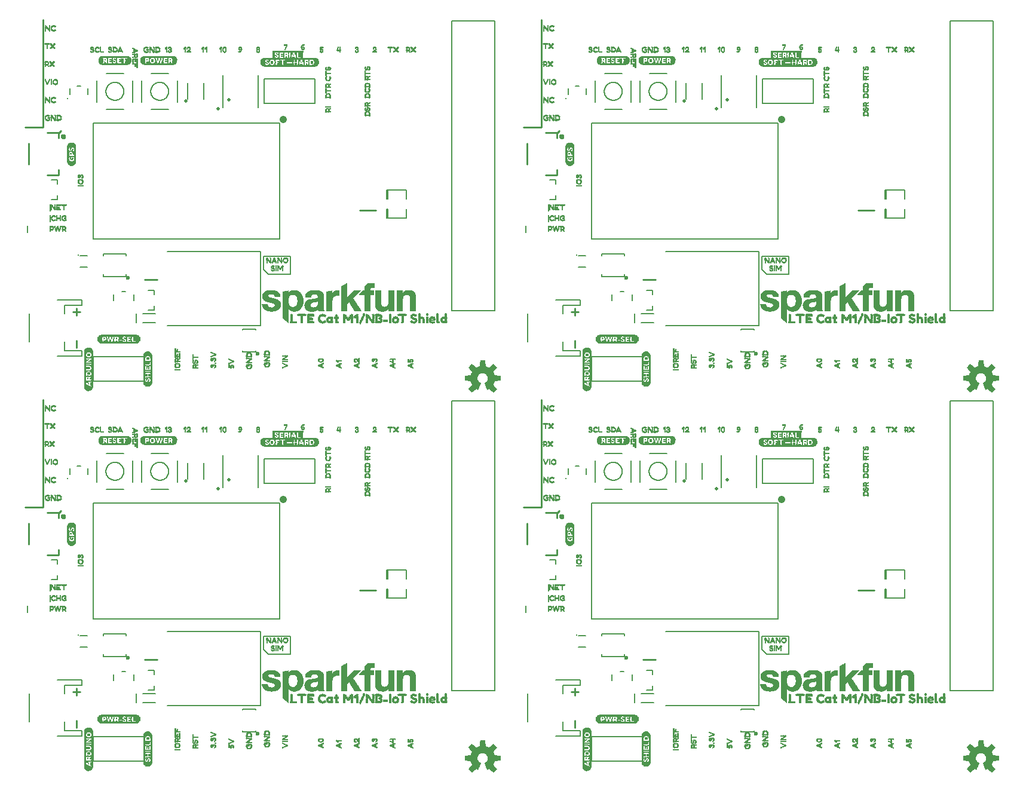
<source format=gto>
G75*
%MOIN*%
%OFA0B0*%
%FSLAX25Y25*%
%IPPOS*%
%LPD*%
%AMOC8*
5,1,8,0,0,1.08239X$1,22.5*
%
%ADD10C,0.01000*%
%ADD11C,0.00700*%
%ADD12C,0.00800*%
%ADD13C,0.03937*%
%ADD14C,0.01575*%
%ADD15C,0.00500*%
%ADD16C,0.02362*%
%ADD17C,0.01000*%
%ADD18C,0.01181*%
%ADD19R,0.00827X0.00118*%
%ADD20R,0.00591X0.00118*%
%ADD21R,0.00118X0.00118*%
%ADD22R,0.01417X0.00157*%
%ADD23R,0.01299X0.00157*%
%ADD24R,0.00591X0.00157*%
%ADD25R,0.01654X0.00118*%
%ADD26R,0.01772X0.00118*%
%ADD27R,0.01890X0.00118*%
%ADD28R,0.02126X0.00118*%
%ADD29R,0.02008X0.00118*%
%ADD30R,0.02244X0.00118*%
%ADD31R,0.02008X0.00157*%
%ADD32R,0.02362X0.00157*%
%ADD33R,0.00827X0.00157*%
%ADD34R,0.00709X0.00118*%
%ADD35R,0.02480X0.00118*%
%ADD36R,0.00354X0.00118*%
%ADD37R,0.01181X0.00118*%
%ADD38R,0.00945X0.00118*%
%ADD39R,0.01063X0.00118*%
%ADD40R,0.01535X0.00118*%
%ADD41R,0.01772X0.00157*%
%ADD42R,0.00945X0.00157*%
%ADD43R,0.02244X0.00157*%
%ADD44R,0.02480X0.00157*%
%ADD45R,0.02362X0.00118*%
%ADD46R,0.01535X0.00157*%
%ADD47R,0.01654X0.00157*%
%ADD48R,0.00236X0.00118*%
%ADD49R,0.01063X0.00157*%
%ADD50R,0.01299X0.00118*%
%ADD51R,0.01417X0.00118*%
%ADD52R,0.02598X0.00118*%
%ADD53R,0.02717X0.00118*%
%ADD54R,0.02835X0.00118*%
%ADD55R,0.02953X0.00157*%
%ADD56R,0.01890X0.00157*%
%ADD57R,0.00709X0.00157*%
%ADD58R,0.00472X0.00118*%
%ADD59R,0.00118X0.01063*%
%ADD60R,0.00118X0.01890*%
%ADD61R,0.00157X0.00591*%
%ADD62R,0.00157X0.01772*%
%ADD63R,0.00157X0.02362*%
%ADD64R,0.00118X0.00709*%
%ADD65R,0.00118X0.02008*%
%ADD66R,0.00118X0.02480*%
%ADD67R,0.00118X0.00827*%
%ADD68R,0.00118X0.02126*%
%ADD69R,0.00118X0.00945*%
%ADD70R,0.00118X0.02244*%
%ADD71R,0.00157X0.01063*%
%ADD72R,0.00157X0.02480*%
%ADD73R,0.00118X0.01181*%
%ADD74R,0.00118X0.02362*%
%ADD75R,0.00118X0.01299*%
%ADD76R,0.00118X0.01417*%
%ADD77R,0.00157X0.01535*%
%ADD78R,0.00157X0.00827*%
%ADD79R,0.00118X0.01654*%
%ADD80R,0.00118X0.01772*%
%ADD81R,0.00157X0.00945*%
%ADD82R,0.00157X0.02008*%
%ADD83R,0.00157X0.02244*%
%ADD84R,0.00118X0.02598*%
%ADD85R,0.00118X0.02717*%
%ADD86R,0.00118X0.02835*%
%ADD87R,0.00157X0.02953*%
%ADD88R,0.00157X0.00709*%
%ADD89R,0.00118X0.00591*%
%ADD90R,0.00118X0.00472*%
%ADD91R,0.00866X0.00118*%
%ADD92R,0.00157X0.00118*%
%ADD93R,0.00984X0.00118*%
%ADD94R,0.01496X0.00118*%
%ADD95R,0.00630X0.00118*%
%ADD96R,0.00748X0.00118*%
%ADD97R,0.02283X0.00157*%
%ADD98R,0.00984X0.00157*%
%ADD99R,0.00906X0.00157*%
%ADD100R,0.02402X0.00157*%
%ADD101R,0.02520X0.00118*%
%ADD102R,0.01142X0.00118*%
%ADD103R,0.00906X0.00118*%
%ADD104R,0.02638X0.00118*%
%ADD105R,0.01260X0.00118*%
%ADD106R,0.00512X0.00118*%
%ADD107R,0.01378X0.00118*%
%ADD108R,0.00157X0.00157*%
%ADD109R,0.01496X0.00157*%
%ADD110R,0.00866X0.00157*%
%ADD111R,0.01024X0.00118*%
%ADD112R,0.01614X0.00118*%
%ADD113R,0.00787X0.00118*%
%ADD114R,0.01024X0.00157*%
%ADD115R,0.02756X0.00118*%
%ADD116R,0.01142X0.00157*%
%ADD117R,0.02283X0.00118*%
%ADD118R,0.01181X0.00157*%
%ADD119R,0.02126X0.00157*%
%ADD120R,0.00354X0.00157*%
%ADD121R,0.00118X0.00157*%
%ADD122R,0.00472X0.00157*%
%ADD123R,0.03071X0.00118*%
%ADD124R,0.02953X0.00118*%
%ADD125R,0.02835X0.00157*%
%ADD126R,0.00157X0.01299*%
%ADD127R,0.00118X0.02953*%
%ADD128R,0.00118X0.03071*%
%ADD129R,0.00157X0.02835*%
%ADD130R,0.00157X0.01890*%
%ADD131R,0.00118X0.00236*%
%ADD132R,0.00118X0.01535*%
%ADD133R,0.00118X0.00354*%
%ADD134R,0.00157X0.02126*%
%ADD135R,0.00157X0.01654*%
%ADD136R,0.00157X0.01417*%
%ADD137R,0.00157X0.03071*%
%ADD138R,0.02598X0.00157*%
%ADD139R,0.00157X0.00472*%
%ADD140R,0.00157X0.02598*%
%ADD141R,0.03071X0.00157*%
%ADD142R,0.03307X0.00157*%
%ADD143R,0.03307X0.00118*%
%ADD144R,0.00157X0.00354*%
%ADD145R,0.00157X0.01181*%
%ADD146R,0.00118X0.00866*%
%ADD147R,0.00118X0.00984*%
%ADD148R,0.00118X0.01496*%
%ADD149R,0.00118X0.00630*%
%ADD150R,0.00118X0.00748*%
%ADD151R,0.00157X0.02283*%
%ADD152R,0.00157X0.00984*%
%ADD153R,0.00157X0.00906*%
%ADD154R,0.00157X0.02402*%
%ADD155R,0.00118X0.02520*%
%ADD156R,0.00118X0.01142*%
%ADD157R,0.00118X0.00906*%
%ADD158R,0.00118X0.02638*%
%ADD159R,0.00118X0.01260*%
%ADD160R,0.00118X0.00512*%
%ADD161R,0.00118X0.01378*%
%ADD162R,0.00157X0.01496*%
%ADD163R,0.00157X0.00866*%
%ADD164R,0.00118X0.01024*%
%ADD165R,0.00118X0.01614*%
%ADD166R,0.00118X0.00787*%
%ADD167R,0.00157X0.01024*%
%ADD168R,0.00118X0.02756*%
%ADD169R,0.00157X0.01142*%
%ADD170R,0.00118X0.02283*%
%ADD171R,0.03425X0.00118*%
%ADD172C,0.00300*%
%ADD173R,0.28937X0.00118*%
%ADD174R,0.29646X0.00118*%
%ADD175R,0.30118X0.00079*%
%ADD176R,0.30591X0.00157*%
%ADD177R,0.30827X0.00118*%
%ADD178R,0.31063X0.00118*%
%ADD179R,0.31299X0.00079*%
%ADD180R,0.25276X0.00118*%
%ADD181R,0.00236X0.00157*%
%ADD182R,0.04606X0.00157*%
%ADD183R,0.03189X0.00157*%
%ADD184R,0.04488X0.00118*%
%ADD185R,0.04606X0.00118*%
%ADD186R,0.02717X0.00157*%
%ADD187R,0.05669X0.00118*%
%ADD188R,0.05669X0.00157*%
%ADD189R,0.03189X0.00118*%
%ADD190R,0.03661X0.00118*%
%ADD191R,0.03898X0.00157*%
%ADD192R,0.05906X0.00118*%
%ADD193R,0.31299X0.00118*%
%ADD194R,0.30591X0.00118*%
%ADD195R,0.30118X0.00118*%
%ADD196R,0.17126X0.00118*%
%ADD197R,0.17126X0.00079*%
%ADD198R,0.17126X0.00157*%
%ADD199R,0.14409X0.00118*%
%ADD200R,0.16890X0.00118*%
%ADD201R,0.17598X0.00118*%
%ADD202R,0.18071X0.00079*%
%ADD203R,0.18543X0.00157*%
%ADD204R,0.18780X0.00118*%
%ADD205R,0.19016X0.00118*%
%ADD206R,0.19252X0.00079*%
%ADD207R,0.06024X0.00118*%
%ADD208R,0.07795X0.00118*%
%ADD209R,0.19252X0.00118*%
%ADD210R,0.18543X0.00118*%
%ADD211R,0.18071X0.00118*%
%ADD212R,0.14764X0.00118*%
%ADD213R,0.15472X0.00118*%
%ADD214R,0.15945X0.00079*%
%ADD215R,0.16417X0.00157*%
%ADD216R,0.16654X0.00118*%
%ADD217R,0.08150X0.00118*%
%ADD218R,0.08622X0.00118*%
%ADD219R,0.03425X0.00157*%
%ADD220R,0.16417X0.00118*%
%ADD221R,0.15945X0.00118*%
%ADD222R,0.00118X0.09331*%
%ADD223R,0.00118X0.10039*%
%ADD224R,0.00079X0.10512*%
%ADD225R,0.00157X0.10984*%
%ADD226R,0.00118X0.11220*%
%ADD227R,0.00118X0.11457*%
%ADD228R,0.00079X0.11693*%
%ADD229R,0.00118X0.03189*%
%ADD230R,0.00118X0.04606*%
%ADD231R,0.00118X0.03898*%
%ADD232R,0.00157X0.03780*%
%ADD233R,0.00118X0.03543*%
%ADD234R,0.00118X0.11693*%
%ADD235R,0.00118X0.10984*%
%ADD236R,0.00118X0.10512*%
%ADD237R,0.00118X0.20669*%
%ADD238R,0.00118X0.21378*%
%ADD239R,0.00079X0.21850*%
%ADD240R,0.00157X0.22323*%
%ADD241R,0.00118X0.22559*%
%ADD242R,0.00118X0.22795*%
%ADD243R,0.00079X0.23031*%
%ADD244R,0.00118X0.19488*%
%ADD245R,0.00118X0.03307*%
%ADD246R,0.00157X0.03425*%
%ADD247R,0.00157X0.03307*%
%ADD248R,0.00157X0.02717*%
%ADD249R,0.00157X0.00236*%
%ADD250R,0.00118X0.23031*%
%ADD251R,0.00118X0.22323*%
%ADD252R,0.00118X0.21850*%
%ADD253R,0.00118X0.15945*%
%ADD254R,0.00118X0.16654*%
%ADD255R,0.00079X0.17126*%
%ADD256R,0.00157X0.17598*%
%ADD257R,0.00118X0.17835*%
%ADD258R,0.00118X0.18071*%
%ADD259R,0.00079X0.18307*%
%ADD260R,0.00118X0.15118*%
%ADD261R,0.00157X0.03189*%
%ADD262R,0.00118X0.03661*%
%ADD263R,0.00157X0.03898*%
%ADD264R,0.00118X0.18307*%
%ADD265R,0.00118X0.17598*%
%ADD266R,0.00118X0.17126*%
%ADD267R,0.20197X0.00118*%
%ADD268R,0.20906X0.00118*%
%ADD269R,0.21378X0.00079*%
%ADD270R,0.21850X0.00157*%
%ADD271R,0.22087X0.00118*%
%ADD272R,0.22323X0.00118*%
%ADD273R,0.22559X0.00079*%
%ADD274R,0.04961X0.00118*%
%ADD275R,0.08031X0.00118*%
%ADD276R,0.03661X0.00157*%
%ADD277R,0.03543X0.00118*%
%ADD278R,0.03780X0.00157*%
%ADD279R,0.03780X0.00118*%
%ADD280R,0.03898X0.00118*%
%ADD281R,0.22559X0.00118*%
%ADD282R,0.21850X0.00118*%
%ADD283R,0.21378X0.00118*%
%ADD284C,0.02000*%
%ADD285C,0.00600*%
%ADD286R,0.00276X0.00118*%
%ADD287R,0.01378X0.00157*%
%ADD288R,0.00394X0.00157*%
%ADD289R,0.00748X0.00157*%
%ADD290R,0.01732X0.00118*%
%ADD291R,0.00394X0.00118*%
%ADD292R,0.01102X0.00118*%
%ADD293R,0.00787X0.00197*%
%ADD294R,0.00984X0.00197*%
%ADD295R,0.00197X0.00197*%
%ADD296R,0.04331X0.00197*%
%ADD297R,0.03150X0.00197*%
%ADD298R,0.01181X0.00197*%
%ADD299R,0.02165X0.00197*%
%ADD300R,0.00394X0.00197*%
%ADD301R,0.01378X0.00197*%
%ADD302R,0.04921X0.00197*%
%ADD303R,0.03937X0.00197*%
%ADD304R,0.00591X0.00197*%
%ADD305R,0.02362X0.00197*%
%ADD306R,0.05118X0.00197*%
%ADD307R,0.02953X0.00197*%
%ADD308R,0.03543X0.00197*%
%ADD309R,0.02756X0.00197*%
%ADD310R,0.04134X0.00197*%
%ADD311R,0.01575X0.00197*%
%ADD312R,0.03740X0.00197*%
%ADD313R,0.01772X0.00197*%
%ADD314R,0.03346X0.00197*%
%ADD315R,0.04724X0.00197*%
%ADD316R,0.01969X0.00197*%
%ADD317R,0.02559X0.00197*%
%ADD318R,0.05709X0.00197*%
%ADD319R,0.01378X0.00236*%
%ADD320R,0.03150X0.00236*%
%ADD321R,0.02165X0.00236*%
%ADD322R,0.01181X0.00236*%
%ADD323R,0.02953X0.00236*%
%ADD324R,0.01969X0.00236*%
%ADD325R,0.01575X0.00236*%
%ADD326R,0.02559X0.00236*%
%ADD327R,0.03543X0.00236*%
%ADD328R,0.03740X0.00236*%
%ADD329R,0.04134X0.00236*%
%ADD330R,0.02756X0.00236*%
%ADD331R,0.03937X0.00236*%
%ADD332R,0.01772X0.00236*%
%ADD333R,0.02362X0.00236*%
D10*
X0091024Y0055500D02*
X0091024Y0059500D01*
X0091024Y0073500D02*
X0091024Y0077500D01*
X0089024Y0075500D02*
X0093024Y0075500D01*
X0129024Y0093500D02*
X0136024Y0093500D01*
X0081146Y0151689D02*
X0074650Y0151689D01*
X0081146Y0151689D02*
X0081146Y0154642D01*
X0064413Y0157594D02*
X0064413Y0169406D01*
X0062524Y0178500D02*
X0072524Y0178500D01*
X0072524Y0188500D01*
X0072524Y0238500D01*
X0091024Y0267500D02*
X0091024Y0271500D01*
X0091024Y0285500D02*
X0091024Y0289500D01*
X0089024Y0287500D02*
X0093024Y0287500D01*
X0129024Y0305500D02*
X0136024Y0305500D01*
X0081146Y0363689D02*
X0074650Y0363689D01*
X0081146Y0363689D02*
X0081146Y0366642D01*
X0064413Y0369594D02*
X0064413Y0381406D01*
X0062524Y0390500D02*
X0072524Y0390500D01*
X0072524Y0400500D01*
X0072524Y0450500D01*
X0082524Y0388500D02*
X0081024Y0387000D01*
X0081146Y0387311D02*
X0081146Y0384358D01*
X0081146Y0387311D02*
X0074650Y0387311D01*
X0249024Y0344000D02*
X0258024Y0344000D01*
X0342413Y0369594D02*
X0342413Y0381406D01*
X0340524Y0390500D02*
X0350524Y0390500D01*
X0350524Y0400500D01*
X0350524Y0450500D01*
X0360524Y0388500D02*
X0359024Y0387000D01*
X0359146Y0387311D02*
X0359146Y0384358D01*
X0359146Y0387311D02*
X0352650Y0387311D01*
X0359146Y0366642D02*
X0359146Y0363689D01*
X0352650Y0363689D01*
X0407024Y0305500D02*
X0414024Y0305500D01*
X0371024Y0287500D02*
X0367024Y0287500D01*
X0369024Y0289500D02*
X0369024Y0285500D01*
X0369024Y0271500D02*
X0369024Y0267500D01*
X0350524Y0238500D02*
X0350524Y0188500D01*
X0350524Y0178500D01*
X0340524Y0178500D01*
X0342413Y0169406D02*
X0342413Y0157594D01*
X0352650Y0151689D02*
X0359146Y0151689D01*
X0359146Y0154642D01*
X0359146Y0172358D02*
X0359146Y0175311D01*
X0352650Y0175311D01*
X0359024Y0175000D02*
X0360524Y0176500D01*
X0258024Y0132000D02*
X0249024Y0132000D01*
X0367024Y0075500D02*
X0371024Y0075500D01*
X0369024Y0077500D02*
X0369024Y0073500D01*
X0369024Y0059500D02*
X0369024Y0055500D01*
X0407024Y0093500D02*
X0414024Y0093500D01*
X0527024Y0132000D02*
X0536024Y0132000D01*
X0536024Y0344000D02*
X0527024Y0344000D01*
X0082524Y0176500D02*
X0081024Y0175000D01*
X0081146Y0175311D02*
X0081146Y0172358D01*
X0081146Y0175311D02*
X0074650Y0175311D01*
D11*
X0195524Y0106500D02*
X0195524Y0099000D01*
X0198024Y0096500D01*
X0210524Y0096500D01*
X0210524Y0106500D01*
X0195524Y0106500D01*
X0473524Y0106500D02*
X0473524Y0099000D01*
X0476024Y0096500D01*
X0488524Y0096500D01*
X0488524Y0106500D01*
X0473524Y0106500D01*
X0476024Y0308500D02*
X0473524Y0311000D01*
X0473524Y0318500D01*
X0488524Y0318500D01*
X0488524Y0308500D01*
X0476024Y0308500D01*
X0210524Y0308500D02*
X0210524Y0318500D01*
X0195524Y0318500D01*
X0195524Y0311000D01*
X0198024Y0308500D01*
X0210524Y0308500D01*
D12*
X0094240Y0050752D02*
X0080461Y0050752D01*
X0084398Y0053902D02*
X0084398Y0058626D01*
X0084398Y0053902D02*
X0094240Y0053902D01*
X0094240Y0050752D01*
X0100550Y0050390D02*
X0100550Y0036610D01*
X0128897Y0036610D01*
X0128897Y0050390D01*
X0100550Y0050390D01*
X0124555Y0069539D02*
X0124555Y0074461D01*
X0127980Y0074461D02*
X0135067Y0074461D01*
X0134280Y0076488D02*
X0131130Y0076488D01*
X0134280Y0076488D02*
X0134280Y0078850D01*
X0134280Y0085150D02*
X0134280Y0087512D01*
X0131130Y0087512D01*
X0123124Y0085191D02*
X0123124Y0081809D01*
X0118580Y0086691D02*
X0116467Y0086691D01*
X0111924Y0085191D02*
X0111924Y0081809D01*
X0106224Y0095201D02*
X0106224Y0096382D01*
X0106224Y0095201D02*
X0118823Y0095201D01*
X0118823Y0096382D01*
X0118823Y0106618D02*
X0118823Y0107799D01*
X0106224Y0107799D01*
X0106224Y0106618D01*
X0100555Y0116217D02*
X0204492Y0116217D01*
X0204492Y0180783D01*
X0100555Y0180783D01*
X0100555Y0116217D01*
X0080280Y0137988D02*
X0077130Y0137988D01*
X0080280Y0137988D02*
X0080280Y0140350D01*
X0080280Y0146650D02*
X0080280Y0149012D01*
X0077130Y0149012D01*
X0107642Y0188500D02*
X0117406Y0188500D01*
X0122524Y0192437D02*
X0122524Y0204563D01*
X0127524Y0204563D02*
X0127524Y0192437D01*
X0132642Y0188500D02*
X0142406Y0188500D01*
X0147524Y0192437D02*
X0147524Y0204563D01*
X0153087Y0203028D02*
X0153087Y0193972D01*
X0161961Y0193972D02*
X0161961Y0203028D01*
X0142524Y0208500D02*
X0132642Y0208500D01*
X0132524Y0198500D02*
X0132526Y0198641D01*
X0132532Y0198782D01*
X0132542Y0198922D01*
X0132556Y0199062D01*
X0132574Y0199202D01*
X0132595Y0199341D01*
X0132621Y0199480D01*
X0132650Y0199618D01*
X0132684Y0199754D01*
X0132721Y0199890D01*
X0132762Y0200025D01*
X0132807Y0200159D01*
X0132856Y0200291D01*
X0132908Y0200422D01*
X0132964Y0200551D01*
X0133024Y0200678D01*
X0133087Y0200804D01*
X0133153Y0200928D01*
X0133224Y0201051D01*
X0133297Y0201171D01*
X0133374Y0201289D01*
X0133454Y0201405D01*
X0133538Y0201518D01*
X0133624Y0201629D01*
X0133714Y0201738D01*
X0133807Y0201844D01*
X0133902Y0201947D01*
X0134001Y0202048D01*
X0134102Y0202146D01*
X0134206Y0202241D01*
X0134313Y0202333D01*
X0134422Y0202422D01*
X0134534Y0202507D01*
X0134648Y0202590D01*
X0134764Y0202670D01*
X0134883Y0202746D01*
X0135004Y0202818D01*
X0135126Y0202888D01*
X0135251Y0202953D01*
X0135377Y0203016D01*
X0135505Y0203074D01*
X0135635Y0203129D01*
X0135766Y0203181D01*
X0135899Y0203228D01*
X0136033Y0203272D01*
X0136168Y0203313D01*
X0136304Y0203349D01*
X0136441Y0203381D01*
X0136579Y0203410D01*
X0136717Y0203435D01*
X0136857Y0203455D01*
X0136997Y0203472D01*
X0137137Y0203485D01*
X0137278Y0203494D01*
X0137418Y0203499D01*
X0137559Y0203500D01*
X0137700Y0203497D01*
X0137841Y0203490D01*
X0137981Y0203479D01*
X0138121Y0203464D01*
X0138261Y0203445D01*
X0138400Y0203423D01*
X0138538Y0203396D01*
X0138676Y0203366D01*
X0138812Y0203331D01*
X0138948Y0203293D01*
X0139082Y0203251D01*
X0139216Y0203205D01*
X0139348Y0203156D01*
X0139478Y0203102D01*
X0139607Y0203045D01*
X0139734Y0202985D01*
X0139860Y0202921D01*
X0139983Y0202853D01*
X0140105Y0202782D01*
X0140225Y0202708D01*
X0140342Y0202630D01*
X0140457Y0202549D01*
X0140570Y0202465D01*
X0140681Y0202378D01*
X0140789Y0202287D01*
X0140894Y0202194D01*
X0140997Y0202097D01*
X0141097Y0201998D01*
X0141194Y0201896D01*
X0141288Y0201791D01*
X0141379Y0201684D01*
X0141467Y0201574D01*
X0141552Y0201462D01*
X0141634Y0201347D01*
X0141713Y0201230D01*
X0141788Y0201111D01*
X0141860Y0200990D01*
X0141928Y0200867D01*
X0141993Y0200742D01*
X0142055Y0200615D01*
X0142112Y0200486D01*
X0142167Y0200356D01*
X0142217Y0200225D01*
X0142264Y0200092D01*
X0142307Y0199958D01*
X0142346Y0199822D01*
X0142381Y0199686D01*
X0142413Y0199549D01*
X0142440Y0199411D01*
X0142464Y0199272D01*
X0142484Y0199132D01*
X0142500Y0198992D01*
X0142512Y0198852D01*
X0142520Y0198711D01*
X0142524Y0198570D01*
X0142524Y0198430D01*
X0142520Y0198289D01*
X0142512Y0198148D01*
X0142500Y0198008D01*
X0142484Y0197868D01*
X0142464Y0197728D01*
X0142440Y0197589D01*
X0142413Y0197451D01*
X0142381Y0197314D01*
X0142346Y0197178D01*
X0142307Y0197042D01*
X0142264Y0196908D01*
X0142217Y0196775D01*
X0142167Y0196644D01*
X0142112Y0196514D01*
X0142055Y0196385D01*
X0141993Y0196258D01*
X0141928Y0196133D01*
X0141860Y0196010D01*
X0141788Y0195889D01*
X0141713Y0195770D01*
X0141634Y0195653D01*
X0141552Y0195538D01*
X0141467Y0195426D01*
X0141379Y0195316D01*
X0141288Y0195209D01*
X0141194Y0195104D01*
X0141097Y0195002D01*
X0140997Y0194903D01*
X0140894Y0194806D01*
X0140789Y0194713D01*
X0140681Y0194622D01*
X0140570Y0194535D01*
X0140457Y0194451D01*
X0140342Y0194370D01*
X0140225Y0194292D01*
X0140105Y0194218D01*
X0139983Y0194147D01*
X0139860Y0194079D01*
X0139734Y0194015D01*
X0139607Y0193955D01*
X0139478Y0193898D01*
X0139348Y0193844D01*
X0139216Y0193795D01*
X0139082Y0193749D01*
X0138948Y0193707D01*
X0138812Y0193669D01*
X0138676Y0193634D01*
X0138538Y0193604D01*
X0138400Y0193577D01*
X0138261Y0193555D01*
X0138121Y0193536D01*
X0137981Y0193521D01*
X0137841Y0193510D01*
X0137700Y0193503D01*
X0137559Y0193500D01*
X0137418Y0193501D01*
X0137278Y0193506D01*
X0137137Y0193515D01*
X0136997Y0193528D01*
X0136857Y0193545D01*
X0136717Y0193565D01*
X0136579Y0193590D01*
X0136441Y0193619D01*
X0136304Y0193651D01*
X0136168Y0193687D01*
X0136033Y0193728D01*
X0135899Y0193772D01*
X0135766Y0193819D01*
X0135635Y0193871D01*
X0135505Y0193926D01*
X0135377Y0193984D01*
X0135251Y0194047D01*
X0135126Y0194112D01*
X0135004Y0194182D01*
X0134883Y0194254D01*
X0134764Y0194330D01*
X0134648Y0194410D01*
X0134534Y0194493D01*
X0134422Y0194578D01*
X0134313Y0194667D01*
X0134206Y0194759D01*
X0134102Y0194854D01*
X0134001Y0194952D01*
X0133902Y0195053D01*
X0133807Y0195156D01*
X0133714Y0195262D01*
X0133624Y0195371D01*
X0133538Y0195482D01*
X0133454Y0195595D01*
X0133374Y0195711D01*
X0133297Y0195829D01*
X0133224Y0195949D01*
X0133153Y0196072D01*
X0133087Y0196196D01*
X0133024Y0196322D01*
X0132964Y0196449D01*
X0132908Y0196578D01*
X0132856Y0196709D01*
X0132807Y0196841D01*
X0132762Y0196975D01*
X0132721Y0197110D01*
X0132684Y0197246D01*
X0132650Y0197382D01*
X0132621Y0197520D01*
X0132595Y0197659D01*
X0132574Y0197798D01*
X0132556Y0197938D01*
X0132542Y0198078D01*
X0132532Y0198218D01*
X0132526Y0198359D01*
X0132524Y0198500D01*
X0117524Y0208500D02*
X0107642Y0208500D01*
X0102524Y0204563D02*
X0102524Y0192437D01*
X0097524Y0196809D02*
X0097524Y0200191D01*
X0093580Y0201291D02*
X0091467Y0201291D01*
X0087524Y0200191D02*
X0087524Y0196809D01*
X0107524Y0198500D02*
X0107526Y0198641D01*
X0107532Y0198782D01*
X0107542Y0198922D01*
X0107556Y0199062D01*
X0107574Y0199202D01*
X0107595Y0199341D01*
X0107621Y0199480D01*
X0107650Y0199618D01*
X0107684Y0199754D01*
X0107721Y0199890D01*
X0107762Y0200025D01*
X0107807Y0200159D01*
X0107856Y0200291D01*
X0107908Y0200422D01*
X0107964Y0200551D01*
X0108024Y0200678D01*
X0108087Y0200804D01*
X0108153Y0200928D01*
X0108224Y0201051D01*
X0108297Y0201171D01*
X0108374Y0201289D01*
X0108454Y0201405D01*
X0108538Y0201518D01*
X0108624Y0201629D01*
X0108714Y0201738D01*
X0108807Y0201844D01*
X0108902Y0201947D01*
X0109001Y0202048D01*
X0109102Y0202146D01*
X0109206Y0202241D01*
X0109313Y0202333D01*
X0109422Y0202422D01*
X0109534Y0202507D01*
X0109648Y0202590D01*
X0109764Y0202670D01*
X0109883Y0202746D01*
X0110004Y0202818D01*
X0110126Y0202888D01*
X0110251Y0202953D01*
X0110377Y0203016D01*
X0110505Y0203074D01*
X0110635Y0203129D01*
X0110766Y0203181D01*
X0110899Y0203228D01*
X0111033Y0203272D01*
X0111168Y0203313D01*
X0111304Y0203349D01*
X0111441Y0203381D01*
X0111579Y0203410D01*
X0111717Y0203435D01*
X0111857Y0203455D01*
X0111997Y0203472D01*
X0112137Y0203485D01*
X0112278Y0203494D01*
X0112418Y0203499D01*
X0112559Y0203500D01*
X0112700Y0203497D01*
X0112841Y0203490D01*
X0112981Y0203479D01*
X0113121Y0203464D01*
X0113261Y0203445D01*
X0113400Y0203423D01*
X0113538Y0203396D01*
X0113676Y0203366D01*
X0113812Y0203331D01*
X0113948Y0203293D01*
X0114082Y0203251D01*
X0114216Y0203205D01*
X0114348Y0203156D01*
X0114478Y0203102D01*
X0114607Y0203045D01*
X0114734Y0202985D01*
X0114860Y0202921D01*
X0114983Y0202853D01*
X0115105Y0202782D01*
X0115225Y0202708D01*
X0115342Y0202630D01*
X0115457Y0202549D01*
X0115570Y0202465D01*
X0115681Y0202378D01*
X0115789Y0202287D01*
X0115894Y0202194D01*
X0115997Y0202097D01*
X0116097Y0201998D01*
X0116194Y0201896D01*
X0116288Y0201791D01*
X0116379Y0201684D01*
X0116467Y0201574D01*
X0116552Y0201462D01*
X0116634Y0201347D01*
X0116713Y0201230D01*
X0116788Y0201111D01*
X0116860Y0200990D01*
X0116928Y0200867D01*
X0116993Y0200742D01*
X0117055Y0200615D01*
X0117112Y0200486D01*
X0117167Y0200356D01*
X0117217Y0200225D01*
X0117264Y0200092D01*
X0117307Y0199958D01*
X0117346Y0199822D01*
X0117381Y0199686D01*
X0117413Y0199549D01*
X0117440Y0199411D01*
X0117464Y0199272D01*
X0117484Y0199132D01*
X0117500Y0198992D01*
X0117512Y0198852D01*
X0117520Y0198711D01*
X0117524Y0198570D01*
X0117524Y0198430D01*
X0117520Y0198289D01*
X0117512Y0198148D01*
X0117500Y0198008D01*
X0117484Y0197868D01*
X0117464Y0197728D01*
X0117440Y0197589D01*
X0117413Y0197451D01*
X0117381Y0197314D01*
X0117346Y0197178D01*
X0117307Y0197042D01*
X0117264Y0196908D01*
X0117217Y0196775D01*
X0117167Y0196644D01*
X0117112Y0196514D01*
X0117055Y0196385D01*
X0116993Y0196258D01*
X0116928Y0196133D01*
X0116860Y0196010D01*
X0116788Y0195889D01*
X0116713Y0195770D01*
X0116634Y0195653D01*
X0116552Y0195538D01*
X0116467Y0195426D01*
X0116379Y0195316D01*
X0116288Y0195209D01*
X0116194Y0195104D01*
X0116097Y0195002D01*
X0115997Y0194903D01*
X0115894Y0194806D01*
X0115789Y0194713D01*
X0115681Y0194622D01*
X0115570Y0194535D01*
X0115457Y0194451D01*
X0115342Y0194370D01*
X0115225Y0194292D01*
X0115105Y0194218D01*
X0114983Y0194147D01*
X0114860Y0194079D01*
X0114734Y0194015D01*
X0114607Y0193955D01*
X0114478Y0193898D01*
X0114348Y0193844D01*
X0114216Y0193795D01*
X0114082Y0193749D01*
X0113948Y0193707D01*
X0113812Y0193669D01*
X0113676Y0193634D01*
X0113538Y0193604D01*
X0113400Y0193577D01*
X0113261Y0193555D01*
X0113121Y0193536D01*
X0112981Y0193521D01*
X0112841Y0193510D01*
X0112700Y0193503D01*
X0112559Y0193500D01*
X0112418Y0193501D01*
X0112278Y0193506D01*
X0112137Y0193515D01*
X0111997Y0193528D01*
X0111857Y0193545D01*
X0111717Y0193565D01*
X0111579Y0193590D01*
X0111441Y0193619D01*
X0111304Y0193651D01*
X0111168Y0193687D01*
X0111033Y0193728D01*
X0110899Y0193772D01*
X0110766Y0193819D01*
X0110635Y0193871D01*
X0110505Y0193926D01*
X0110377Y0193984D01*
X0110251Y0194047D01*
X0110126Y0194112D01*
X0110004Y0194182D01*
X0109883Y0194254D01*
X0109764Y0194330D01*
X0109648Y0194410D01*
X0109534Y0194493D01*
X0109422Y0194578D01*
X0109313Y0194667D01*
X0109206Y0194759D01*
X0109102Y0194854D01*
X0109001Y0194952D01*
X0108902Y0195053D01*
X0108807Y0195156D01*
X0108714Y0195262D01*
X0108624Y0195371D01*
X0108538Y0195482D01*
X0108454Y0195595D01*
X0108374Y0195711D01*
X0108297Y0195829D01*
X0108224Y0195949D01*
X0108153Y0196072D01*
X0108087Y0196196D01*
X0108024Y0196322D01*
X0107964Y0196449D01*
X0107908Y0196578D01*
X0107856Y0196709D01*
X0107807Y0196841D01*
X0107762Y0196975D01*
X0107721Y0197110D01*
X0107684Y0197246D01*
X0107650Y0197382D01*
X0107621Y0197520D01*
X0107595Y0197659D01*
X0107574Y0197798D01*
X0107556Y0197938D01*
X0107542Y0198078D01*
X0107532Y0198218D01*
X0107526Y0198359D01*
X0107524Y0198500D01*
X0100550Y0248610D02*
X0128897Y0248610D01*
X0128897Y0262390D01*
X0100550Y0262390D01*
X0100550Y0248610D01*
X0094240Y0262752D02*
X0080461Y0262752D01*
X0084398Y0265902D02*
X0084398Y0270626D01*
X0084398Y0265902D02*
X0094240Y0265902D01*
X0094240Y0262752D01*
X0124555Y0281539D02*
X0124555Y0286461D01*
X0127980Y0286461D02*
X0135067Y0286461D01*
X0134280Y0288488D02*
X0131130Y0288488D01*
X0134280Y0288488D02*
X0134280Y0290850D01*
X0123124Y0293809D02*
X0123124Y0297191D01*
X0118580Y0298691D02*
X0116467Y0298691D01*
X0111924Y0297191D02*
X0111924Y0293809D01*
X0094240Y0294248D02*
X0094240Y0291098D01*
X0084398Y0291098D01*
X0084398Y0286374D01*
X0080461Y0294248D02*
X0094240Y0294248D01*
X0106224Y0307201D02*
X0106224Y0308382D01*
X0106224Y0307201D02*
X0118823Y0307201D01*
X0118823Y0308382D01*
X0118823Y0318618D02*
X0118823Y0319799D01*
X0106224Y0319799D01*
X0106224Y0318618D01*
X0100555Y0328217D02*
X0204492Y0328217D01*
X0204492Y0392783D01*
X0100555Y0392783D01*
X0100555Y0328217D01*
X0080280Y0349988D02*
X0077130Y0349988D01*
X0080280Y0349988D02*
X0080280Y0352350D01*
X0080280Y0358650D02*
X0080280Y0361012D01*
X0077130Y0361012D01*
X0107642Y0400500D02*
X0117406Y0400500D01*
X0122524Y0404437D02*
X0122524Y0416563D01*
X0127524Y0416563D02*
X0127524Y0404437D01*
X0132642Y0400500D02*
X0142406Y0400500D01*
X0147524Y0404437D02*
X0147524Y0416563D01*
X0153087Y0415028D02*
X0153087Y0405972D01*
X0161961Y0405972D02*
X0161961Y0415028D01*
X0142524Y0420500D02*
X0132642Y0420500D01*
X0132524Y0410500D02*
X0132526Y0410641D01*
X0132532Y0410782D01*
X0132542Y0410922D01*
X0132556Y0411062D01*
X0132574Y0411202D01*
X0132595Y0411341D01*
X0132621Y0411480D01*
X0132650Y0411618D01*
X0132684Y0411754D01*
X0132721Y0411890D01*
X0132762Y0412025D01*
X0132807Y0412159D01*
X0132856Y0412291D01*
X0132908Y0412422D01*
X0132964Y0412551D01*
X0133024Y0412678D01*
X0133087Y0412804D01*
X0133153Y0412928D01*
X0133224Y0413051D01*
X0133297Y0413171D01*
X0133374Y0413289D01*
X0133454Y0413405D01*
X0133538Y0413518D01*
X0133624Y0413629D01*
X0133714Y0413738D01*
X0133807Y0413844D01*
X0133902Y0413947D01*
X0134001Y0414048D01*
X0134102Y0414146D01*
X0134206Y0414241D01*
X0134313Y0414333D01*
X0134422Y0414422D01*
X0134534Y0414507D01*
X0134648Y0414590D01*
X0134764Y0414670D01*
X0134883Y0414746D01*
X0135004Y0414818D01*
X0135126Y0414888D01*
X0135251Y0414953D01*
X0135377Y0415016D01*
X0135505Y0415074D01*
X0135635Y0415129D01*
X0135766Y0415181D01*
X0135899Y0415228D01*
X0136033Y0415272D01*
X0136168Y0415313D01*
X0136304Y0415349D01*
X0136441Y0415381D01*
X0136579Y0415410D01*
X0136717Y0415435D01*
X0136857Y0415455D01*
X0136997Y0415472D01*
X0137137Y0415485D01*
X0137278Y0415494D01*
X0137418Y0415499D01*
X0137559Y0415500D01*
X0137700Y0415497D01*
X0137841Y0415490D01*
X0137981Y0415479D01*
X0138121Y0415464D01*
X0138261Y0415445D01*
X0138400Y0415423D01*
X0138538Y0415396D01*
X0138676Y0415366D01*
X0138812Y0415331D01*
X0138948Y0415293D01*
X0139082Y0415251D01*
X0139216Y0415205D01*
X0139348Y0415156D01*
X0139478Y0415102D01*
X0139607Y0415045D01*
X0139734Y0414985D01*
X0139860Y0414921D01*
X0139983Y0414853D01*
X0140105Y0414782D01*
X0140225Y0414708D01*
X0140342Y0414630D01*
X0140457Y0414549D01*
X0140570Y0414465D01*
X0140681Y0414378D01*
X0140789Y0414287D01*
X0140894Y0414194D01*
X0140997Y0414097D01*
X0141097Y0413998D01*
X0141194Y0413896D01*
X0141288Y0413791D01*
X0141379Y0413684D01*
X0141467Y0413574D01*
X0141552Y0413462D01*
X0141634Y0413347D01*
X0141713Y0413230D01*
X0141788Y0413111D01*
X0141860Y0412990D01*
X0141928Y0412867D01*
X0141993Y0412742D01*
X0142055Y0412615D01*
X0142112Y0412486D01*
X0142167Y0412356D01*
X0142217Y0412225D01*
X0142264Y0412092D01*
X0142307Y0411958D01*
X0142346Y0411822D01*
X0142381Y0411686D01*
X0142413Y0411549D01*
X0142440Y0411411D01*
X0142464Y0411272D01*
X0142484Y0411132D01*
X0142500Y0410992D01*
X0142512Y0410852D01*
X0142520Y0410711D01*
X0142524Y0410570D01*
X0142524Y0410430D01*
X0142520Y0410289D01*
X0142512Y0410148D01*
X0142500Y0410008D01*
X0142484Y0409868D01*
X0142464Y0409728D01*
X0142440Y0409589D01*
X0142413Y0409451D01*
X0142381Y0409314D01*
X0142346Y0409178D01*
X0142307Y0409042D01*
X0142264Y0408908D01*
X0142217Y0408775D01*
X0142167Y0408644D01*
X0142112Y0408514D01*
X0142055Y0408385D01*
X0141993Y0408258D01*
X0141928Y0408133D01*
X0141860Y0408010D01*
X0141788Y0407889D01*
X0141713Y0407770D01*
X0141634Y0407653D01*
X0141552Y0407538D01*
X0141467Y0407426D01*
X0141379Y0407316D01*
X0141288Y0407209D01*
X0141194Y0407104D01*
X0141097Y0407002D01*
X0140997Y0406903D01*
X0140894Y0406806D01*
X0140789Y0406713D01*
X0140681Y0406622D01*
X0140570Y0406535D01*
X0140457Y0406451D01*
X0140342Y0406370D01*
X0140225Y0406292D01*
X0140105Y0406218D01*
X0139983Y0406147D01*
X0139860Y0406079D01*
X0139734Y0406015D01*
X0139607Y0405955D01*
X0139478Y0405898D01*
X0139348Y0405844D01*
X0139216Y0405795D01*
X0139082Y0405749D01*
X0138948Y0405707D01*
X0138812Y0405669D01*
X0138676Y0405634D01*
X0138538Y0405604D01*
X0138400Y0405577D01*
X0138261Y0405555D01*
X0138121Y0405536D01*
X0137981Y0405521D01*
X0137841Y0405510D01*
X0137700Y0405503D01*
X0137559Y0405500D01*
X0137418Y0405501D01*
X0137278Y0405506D01*
X0137137Y0405515D01*
X0136997Y0405528D01*
X0136857Y0405545D01*
X0136717Y0405565D01*
X0136579Y0405590D01*
X0136441Y0405619D01*
X0136304Y0405651D01*
X0136168Y0405687D01*
X0136033Y0405728D01*
X0135899Y0405772D01*
X0135766Y0405819D01*
X0135635Y0405871D01*
X0135505Y0405926D01*
X0135377Y0405984D01*
X0135251Y0406047D01*
X0135126Y0406112D01*
X0135004Y0406182D01*
X0134883Y0406254D01*
X0134764Y0406330D01*
X0134648Y0406410D01*
X0134534Y0406493D01*
X0134422Y0406578D01*
X0134313Y0406667D01*
X0134206Y0406759D01*
X0134102Y0406854D01*
X0134001Y0406952D01*
X0133902Y0407053D01*
X0133807Y0407156D01*
X0133714Y0407262D01*
X0133624Y0407371D01*
X0133538Y0407482D01*
X0133454Y0407595D01*
X0133374Y0407711D01*
X0133297Y0407829D01*
X0133224Y0407949D01*
X0133153Y0408072D01*
X0133087Y0408196D01*
X0133024Y0408322D01*
X0132964Y0408449D01*
X0132908Y0408578D01*
X0132856Y0408709D01*
X0132807Y0408841D01*
X0132762Y0408975D01*
X0132721Y0409110D01*
X0132684Y0409246D01*
X0132650Y0409382D01*
X0132621Y0409520D01*
X0132595Y0409659D01*
X0132574Y0409798D01*
X0132556Y0409938D01*
X0132542Y0410078D01*
X0132532Y0410218D01*
X0132526Y0410359D01*
X0132524Y0410500D01*
X0117524Y0420500D02*
X0107642Y0420500D01*
X0102524Y0416563D02*
X0102524Y0404437D01*
X0097524Y0408809D02*
X0097524Y0412191D01*
X0093580Y0413291D02*
X0091467Y0413291D01*
X0087524Y0412191D02*
X0087524Y0408809D01*
X0107524Y0410500D02*
X0107526Y0410641D01*
X0107532Y0410782D01*
X0107542Y0410922D01*
X0107556Y0411062D01*
X0107574Y0411202D01*
X0107595Y0411341D01*
X0107621Y0411480D01*
X0107650Y0411618D01*
X0107684Y0411754D01*
X0107721Y0411890D01*
X0107762Y0412025D01*
X0107807Y0412159D01*
X0107856Y0412291D01*
X0107908Y0412422D01*
X0107964Y0412551D01*
X0108024Y0412678D01*
X0108087Y0412804D01*
X0108153Y0412928D01*
X0108224Y0413051D01*
X0108297Y0413171D01*
X0108374Y0413289D01*
X0108454Y0413405D01*
X0108538Y0413518D01*
X0108624Y0413629D01*
X0108714Y0413738D01*
X0108807Y0413844D01*
X0108902Y0413947D01*
X0109001Y0414048D01*
X0109102Y0414146D01*
X0109206Y0414241D01*
X0109313Y0414333D01*
X0109422Y0414422D01*
X0109534Y0414507D01*
X0109648Y0414590D01*
X0109764Y0414670D01*
X0109883Y0414746D01*
X0110004Y0414818D01*
X0110126Y0414888D01*
X0110251Y0414953D01*
X0110377Y0415016D01*
X0110505Y0415074D01*
X0110635Y0415129D01*
X0110766Y0415181D01*
X0110899Y0415228D01*
X0111033Y0415272D01*
X0111168Y0415313D01*
X0111304Y0415349D01*
X0111441Y0415381D01*
X0111579Y0415410D01*
X0111717Y0415435D01*
X0111857Y0415455D01*
X0111997Y0415472D01*
X0112137Y0415485D01*
X0112278Y0415494D01*
X0112418Y0415499D01*
X0112559Y0415500D01*
X0112700Y0415497D01*
X0112841Y0415490D01*
X0112981Y0415479D01*
X0113121Y0415464D01*
X0113261Y0415445D01*
X0113400Y0415423D01*
X0113538Y0415396D01*
X0113676Y0415366D01*
X0113812Y0415331D01*
X0113948Y0415293D01*
X0114082Y0415251D01*
X0114216Y0415205D01*
X0114348Y0415156D01*
X0114478Y0415102D01*
X0114607Y0415045D01*
X0114734Y0414985D01*
X0114860Y0414921D01*
X0114983Y0414853D01*
X0115105Y0414782D01*
X0115225Y0414708D01*
X0115342Y0414630D01*
X0115457Y0414549D01*
X0115570Y0414465D01*
X0115681Y0414378D01*
X0115789Y0414287D01*
X0115894Y0414194D01*
X0115997Y0414097D01*
X0116097Y0413998D01*
X0116194Y0413896D01*
X0116288Y0413791D01*
X0116379Y0413684D01*
X0116467Y0413574D01*
X0116552Y0413462D01*
X0116634Y0413347D01*
X0116713Y0413230D01*
X0116788Y0413111D01*
X0116860Y0412990D01*
X0116928Y0412867D01*
X0116993Y0412742D01*
X0117055Y0412615D01*
X0117112Y0412486D01*
X0117167Y0412356D01*
X0117217Y0412225D01*
X0117264Y0412092D01*
X0117307Y0411958D01*
X0117346Y0411822D01*
X0117381Y0411686D01*
X0117413Y0411549D01*
X0117440Y0411411D01*
X0117464Y0411272D01*
X0117484Y0411132D01*
X0117500Y0410992D01*
X0117512Y0410852D01*
X0117520Y0410711D01*
X0117524Y0410570D01*
X0117524Y0410430D01*
X0117520Y0410289D01*
X0117512Y0410148D01*
X0117500Y0410008D01*
X0117484Y0409868D01*
X0117464Y0409728D01*
X0117440Y0409589D01*
X0117413Y0409451D01*
X0117381Y0409314D01*
X0117346Y0409178D01*
X0117307Y0409042D01*
X0117264Y0408908D01*
X0117217Y0408775D01*
X0117167Y0408644D01*
X0117112Y0408514D01*
X0117055Y0408385D01*
X0116993Y0408258D01*
X0116928Y0408133D01*
X0116860Y0408010D01*
X0116788Y0407889D01*
X0116713Y0407770D01*
X0116634Y0407653D01*
X0116552Y0407538D01*
X0116467Y0407426D01*
X0116379Y0407316D01*
X0116288Y0407209D01*
X0116194Y0407104D01*
X0116097Y0407002D01*
X0115997Y0406903D01*
X0115894Y0406806D01*
X0115789Y0406713D01*
X0115681Y0406622D01*
X0115570Y0406535D01*
X0115457Y0406451D01*
X0115342Y0406370D01*
X0115225Y0406292D01*
X0115105Y0406218D01*
X0114983Y0406147D01*
X0114860Y0406079D01*
X0114734Y0406015D01*
X0114607Y0405955D01*
X0114478Y0405898D01*
X0114348Y0405844D01*
X0114216Y0405795D01*
X0114082Y0405749D01*
X0113948Y0405707D01*
X0113812Y0405669D01*
X0113676Y0405634D01*
X0113538Y0405604D01*
X0113400Y0405577D01*
X0113261Y0405555D01*
X0113121Y0405536D01*
X0112981Y0405521D01*
X0112841Y0405510D01*
X0112700Y0405503D01*
X0112559Y0405500D01*
X0112418Y0405501D01*
X0112278Y0405506D01*
X0112137Y0405515D01*
X0111997Y0405528D01*
X0111857Y0405545D01*
X0111717Y0405565D01*
X0111579Y0405590D01*
X0111441Y0405619D01*
X0111304Y0405651D01*
X0111168Y0405687D01*
X0111033Y0405728D01*
X0110899Y0405772D01*
X0110766Y0405819D01*
X0110635Y0405871D01*
X0110505Y0405926D01*
X0110377Y0405984D01*
X0110251Y0406047D01*
X0110126Y0406112D01*
X0110004Y0406182D01*
X0109883Y0406254D01*
X0109764Y0406330D01*
X0109648Y0406410D01*
X0109534Y0406493D01*
X0109422Y0406578D01*
X0109313Y0406667D01*
X0109206Y0406759D01*
X0109102Y0406854D01*
X0109001Y0406952D01*
X0108902Y0407053D01*
X0108807Y0407156D01*
X0108714Y0407262D01*
X0108624Y0407371D01*
X0108538Y0407482D01*
X0108454Y0407595D01*
X0108374Y0407711D01*
X0108297Y0407829D01*
X0108224Y0407949D01*
X0108153Y0408072D01*
X0108087Y0408196D01*
X0108024Y0408322D01*
X0107964Y0408449D01*
X0107908Y0408578D01*
X0107856Y0408709D01*
X0107807Y0408841D01*
X0107762Y0408975D01*
X0107721Y0409110D01*
X0107684Y0409246D01*
X0107650Y0409382D01*
X0107621Y0409520D01*
X0107595Y0409659D01*
X0107574Y0409798D01*
X0107556Y0409938D01*
X0107542Y0410078D01*
X0107532Y0410218D01*
X0107526Y0410359D01*
X0107524Y0410500D01*
X0195850Y0403610D02*
X0224197Y0403610D01*
X0224197Y0417390D01*
X0195850Y0417390D01*
X0195850Y0403610D01*
X0300581Y0449840D02*
X0324466Y0449840D01*
X0324466Y0288160D01*
X0300581Y0288160D01*
X0300581Y0449840D01*
X0365524Y0412191D02*
X0365524Y0408809D01*
X0369467Y0413291D02*
X0371580Y0413291D01*
X0375524Y0412191D02*
X0375524Y0408809D01*
X0380524Y0404437D02*
X0380524Y0416563D01*
X0385642Y0420500D02*
X0395524Y0420500D01*
X0400524Y0416563D02*
X0400524Y0404437D01*
X0405524Y0404437D02*
X0405524Y0416563D01*
X0410642Y0420500D02*
X0420524Y0420500D01*
X0425524Y0416563D02*
X0425524Y0404437D01*
X0431087Y0405972D02*
X0431087Y0415028D01*
X0439961Y0415028D02*
X0439961Y0405972D01*
X0420406Y0400500D02*
X0410642Y0400500D01*
X0410524Y0410500D02*
X0410526Y0410641D01*
X0410532Y0410782D01*
X0410542Y0410922D01*
X0410556Y0411062D01*
X0410574Y0411202D01*
X0410595Y0411341D01*
X0410621Y0411480D01*
X0410650Y0411618D01*
X0410684Y0411754D01*
X0410721Y0411890D01*
X0410762Y0412025D01*
X0410807Y0412159D01*
X0410856Y0412291D01*
X0410908Y0412422D01*
X0410964Y0412551D01*
X0411024Y0412678D01*
X0411087Y0412804D01*
X0411153Y0412928D01*
X0411224Y0413051D01*
X0411297Y0413171D01*
X0411374Y0413289D01*
X0411454Y0413405D01*
X0411538Y0413518D01*
X0411624Y0413629D01*
X0411714Y0413738D01*
X0411807Y0413844D01*
X0411902Y0413947D01*
X0412001Y0414048D01*
X0412102Y0414146D01*
X0412206Y0414241D01*
X0412313Y0414333D01*
X0412422Y0414422D01*
X0412534Y0414507D01*
X0412648Y0414590D01*
X0412764Y0414670D01*
X0412883Y0414746D01*
X0413004Y0414818D01*
X0413126Y0414888D01*
X0413251Y0414953D01*
X0413377Y0415016D01*
X0413505Y0415074D01*
X0413635Y0415129D01*
X0413766Y0415181D01*
X0413899Y0415228D01*
X0414033Y0415272D01*
X0414168Y0415313D01*
X0414304Y0415349D01*
X0414441Y0415381D01*
X0414579Y0415410D01*
X0414717Y0415435D01*
X0414857Y0415455D01*
X0414997Y0415472D01*
X0415137Y0415485D01*
X0415278Y0415494D01*
X0415418Y0415499D01*
X0415559Y0415500D01*
X0415700Y0415497D01*
X0415841Y0415490D01*
X0415981Y0415479D01*
X0416121Y0415464D01*
X0416261Y0415445D01*
X0416400Y0415423D01*
X0416538Y0415396D01*
X0416676Y0415366D01*
X0416812Y0415331D01*
X0416948Y0415293D01*
X0417082Y0415251D01*
X0417216Y0415205D01*
X0417348Y0415156D01*
X0417478Y0415102D01*
X0417607Y0415045D01*
X0417734Y0414985D01*
X0417860Y0414921D01*
X0417983Y0414853D01*
X0418105Y0414782D01*
X0418225Y0414708D01*
X0418342Y0414630D01*
X0418457Y0414549D01*
X0418570Y0414465D01*
X0418681Y0414378D01*
X0418789Y0414287D01*
X0418894Y0414194D01*
X0418997Y0414097D01*
X0419097Y0413998D01*
X0419194Y0413896D01*
X0419288Y0413791D01*
X0419379Y0413684D01*
X0419467Y0413574D01*
X0419552Y0413462D01*
X0419634Y0413347D01*
X0419713Y0413230D01*
X0419788Y0413111D01*
X0419860Y0412990D01*
X0419928Y0412867D01*
X0419993Y0412742D01*
X0420055Y0412615D01*
X0420112Y0412486D01*
X0420167Y0412356D01*
X0420217Y0412225D01*
X0420264Y0412092D01*
X0420307Y0411958D01*
X0420346Y0411822D01*
X0420381Y0411686D01*
X0420413Y0411549D01*
X0420440Y0411411D01*
X0420464Y0411272D01*
X0420484Y0411132D01*
X0420500Y0410992D01*
X0420512Y0410852D01*
X0420520Y0410711D01*
X0420524Y0410570D01*
X0420524Y0410430D01*
X0420520Y0410289D01*
X0420512Y0410148D01*
X0420500Y0410008D01*
X0420484Y0409868D01*
X0420464Y0409728D01*
X0420440Y0409589D01*
X0420413Y0409451D01*
X0420381Y0409314D01*
X0420346Y0409178D01*
X0420307Y0409042D01*
X0420264Y0408908D01*
X0420217Y0408775D01*
X0420167Y0408644D01*
X0420112Y0408514D01*
X0420055Y0408385D01*
X0419993Y0408258D01*
X0419928Y0408133D01*
X0419860Y0408010D01*
X0419788Y0407889D01*
X0419713Y0407770D01*
X0419634Y0407653D01*
X0419552Y0407538D01*
X0419467Y0407426D01*
X0419379Y0407316D01*
X0419288Y0407209D01*
X0419194Y0407104D01*
X0419097Y0407002D01*
X0418997Y0406903D01*
X0418894Y0406806D01*
X0418789Y0406713D01*
X0418681Y0406622D01*
X0418570Y0406535D01*
X0418457Y0406451D01*
X0418342Y0406370D01*
X0418225Y0406292D01*
X0418105Y0406218D01*
X0417983Y0406147D01*
X0417860Y0406079D01*
X0417734Y0406015D01*
X0417607Y0405955D01*
X0417478Y0405898D01*
X0417348Y0405844D01*
X0417216Y0405795D01*
X0417082Y0405749D01*
X0416948Y0405707D01*
X0416812Y0405669D01*
X0416676Y0405634D01*
X0416538Y0405604D01*
X0416400Y0405577D01*
X0416261Y0405555D01*
X0416121Y0405536D01*
X0415981Y0405521D01*
X0415841Y0405510D01*
X0415700Y0405503D01*
X0415559Y0405500D01*
X0415418Y0405501D01*
X0415278Y0405506D01*
X0415137Y0405515D01*
X0414997Y0405528D01*
X0414857Y0405545D01*
X0414717Y0405565D01*
X0414579Y0405590D01*
X0414441Y0405619D01*
X0414304Y0405651D01*
X0414168Y0405687D01*
X0414033Y0405728D01*
X0413899Y0405772D01*
X0413766Y0405819D01*
X0413635Y0405871D01*
X0413505Y0405926D01*
X0413377Y0405984D01*
X0413251Y0406047D01*
X0413126Y0406112D01*
X0413004Y0406182D01*
X0412883Y0406254D01*
X0412764Y0406330D01*
X0412648Y0406410D01*
X0412534Y0406493D01*
X0412422Y0406578D01*
X0412313Y0406667D01*
X0412206Y0406759D01*
X0412102Y0406854D01*
X0412001Y0406952D01*
X0411902Y0407053D01*
X0411807Y0407156D01*
X0411714Y0407262D01*
X0411624Y0407371D01*
X0411538Y0407482D01*
X0411454Y0407595D01*
X0411374Y0407711D01*
X0411297Y0407829D01*
X0411224Y0407949D01*
X0411153Y0408072D01*
X0411087Y0408196D01*
X0411024Y0408322D01*
X0410964Y0408449D01*
X0410908Y0408578D01*
X0410856Y0408709D01*
X0410807Y0408841D01*
X0410762Y0408975D01*
X0410721Y0409110D01*
X0410684Y0409246D01*
X0410650Y0409382D01*
X0410621Y0409520D01*
X0410595Y0409659D01*
X0410574Y0409798D01*
X0410556Y0409938D01*
X0410542Y0410078D01*
X0410532Y0410218D01*
X0410526Y0410359D01*
X0410524Y0410500D01*
X0395406Y0400500D02*
X0385642Y0400500D01*
X0378555Y0392783D02*
X0378555Y0328217D01*
X0482492Y0328217D01*
X0482492Y0392783D01*
X0378555Y0392783D01*
X0385524Y0410500D02*
X0385526Y0410641D01*
X0385532Y0410782D01*
X0385542Y0410922D01*
X0385556Y0411062D01*
X0385574Y0411202D01*
X0385595Y0411341D01*
X0385621Y0411480D01*
X0385650Y0411618D01*
X0385684Y0411754D01*
X0385721Y0411890D01*
X0385762Y0412025D01*
X0385807Y0412159D01*
X0385856Y0412291D01*
X0385908Y0412422D01*
X0385964Y0412551D01*
X0386024Y0412678D01*
X0386087Y0412804D01*
X0386153Y0412928D01*
X0386224Y0413051D01*
X0386297Y0413171D01*
X0386374Y0413289D01*
X0386454Y0413405D01*
X0386538Y0413518D01*
X0386624Y0413629D01*
X0386714Y0413738D01*
X0386807Y0413844D01*
X0386902Y0413947D01*
X0387001Y0414048D01*
X0387102Y0414146D01*
X0387206Y0414241D01*
X0387313Y0414333D01*
X0387422Y0414422D01*
X0387534Y0414507D01*
X0387648Y0414590D01*
X0387764Y0414670D01*
X0387883Y0414746D01*
X0388004Y0414818D01*
X0388126Y0414888D01*
X0388251Y0414953D01*
X0388377Y0415016D01*
X0388505Y0415074D01*
X0388635Y0415129D01*
X0388766Y0415181D01*
X0388899Y0415228D01*
X0389033Y0415272D01*
X0389168Y0415313D01*
X0389304Y0415349D01*
X0389441Y0415381D01*
X0389579Y0415410D01*
X0389717Y0415435D01*
X0389857Y0415455D01*
X0389997Y0415472D01*
X0390137Y0415485D01*
X0390278Y0415494D01*
X0390418Y0415499D01*
X0390559Y0415500D01*
X0390700Y0415497D01*
X0390841Y0415490D01*
X0390981Y0415479D01*
X0391121Y0415464D01*
X0391261Y0415445D01*
X0391400Y0415423D01*
X0391538Y0415396D01*
X0391676Y0415366D01*
X0391812Y0415331D01*
X0391948Y0415293D01*
X0392082Y0415251D01*
X0392216Y0415205D01*
X0392348Y0415156D01*
X0392478Y0415102D01*
X0392607Y0415045D01*
X0392734Y0414985D01*
X0392860Y0414921D01*
X0392983Y0414853D01*
X0393105Y0414782D01*
X0393225Y0414708D01*
X0393342Y0414630D01*
X0393457Y0414549D01*
X0393570Y0414465D01*
X0393681Y0414378D01*
X0393789Y0414287D01*
X0393894Y0414194D01*
X0393997Y0414097D01*
X0394097Y0413998D01*
X0394194Y0413896D01*
X0394288Y0413791D01*
X0394379Y0413684D01*
X0394467Y0413574D01*
X0394552Y0413462D01*
X0394634Y0413347D01*
X0394713Y0413230D01*
X0394788Y0413111D01*
X0394860Y0412990D01*
X0394928Y0412867D01*
X0394993Y0412742D01*
X0395055Y0412615D01*
X0395112Y0412486D01*
X0395167Y0412356D01*
X0395217Y0412225D01*
X0395264Y0412092D01*
X0395307Y0411958D01*
X0395346Y0411822D01*
X0395381Y0411686D01*
X0395413Y0411549D01*
X0395440Y0411411D01*
X0395464Y0411272D01*
X0395484Y0411132D01*
X0395500Y0410992D01*
X0395512Y0410852D01*
X0395520Y0410711D01*
X0395524Y0410570D01*
X0395524Y0410430D01*
X0395520Y0410289D01*
X0395512Y0410148D01*
X0395500Y0410008D01*
X0395484Y0409868D01*
X0395464Y0409728D01*
X0395440Y0409589D01*
X0395413Y0409451D01*
X0395381Y0409314D01*
X0395346Y0409178D01*
X0395307Y0409042D01*
X0395264Y0408908D01*
X0395217Y0408775D01*
X0395167Y0408644D01*
X0395112Y0408514D01*
X0395055Y0408385D01*
X0394993Y0408258D01*
X0394928Y0408133D01*
X0394860Y0408010D01*
X0394788Y0407889D01*
X0394713Y0407770D01*
X0394634Y0407653D01*
X0394552Y0407538D01*
X0394467Y0407426D01*
X0394379Y0407316D01*
X0394288Y0407209D01*
X0394194Y0407104D01*
X0394097Y0407002D01*
X0393997Y0406903D01*
X0393894Y0406806D01*
X0393789Y0406713D01*
X0393681Y0406622D01*
X0393570Y0406535D01*
X0393457Y0406451D01*
X0393342Y0406370D01*
X0393225Y0406292D01*
X0393105Y0406218D01*
X0392983Y0406147D01*
X0392860Y0406079D01*
X0392734Y0406015D01*
X0392607Y0405955D01*
X0392478Y0405898D01*
X0392348Y0405844D01*
X0392216Y0405795D01*
X0392082Y0405749D01*
X0391948Y0405707D01*
X0391812Y0405669D01*
X0391676Y0405634D01*
X0391538Y0405604D01*
X0391400Y0405577D01*
X0391261Y0405555D01*
X0391121Y0405536D01*
X0390981Y0405521D01*
X0390841Y0405510D01*
X0390700Y0405503D01*
X0390559Y0405500D01*
X0390418Y0405501D01*
X0390278Y0405506D01*
X0390137Y0405515D01*
X0389997Y0405528D01*
X0389857Y0405545D01*
X0389717Y0405565D01*
X0389579Y0405590D01*
X0389441Y0405619D01*
X0389304Y0405651D01*
X0389168Y0405687D01*
X0389033Y0405728D01*
X0388899Y0405772D01*
X0388766Y0405819D01*
X0388635Y0405871D01*
X0388505Y0405926D01*
X0388377Y0405984D01*
X0388251Y0406047D01*
X0388126Y0406112D01*
X0388004Y0406182D01*
X0387883Y0406254D01*
X0387764Y0406330D01*
X0387648Y0406410D01*
X0387534Y0406493D01*
X0387422Y0406578D01*
X0387313Y0406667D01*
X0387206Y0406759D01*
X0387102Y0406854D01*
X0387001Y0406952D01*
X0386902Y0407053D01*
X0386807Y0407156D01*
X0386714Y0407262D01*
X0386624Y0407371D01*
X0386538Y0407482D01*
X0386454Y0407595D01*
X0386374Y0407711D01*
X0386297Y0407829D01*
X0386224Y0407949D01*
X0386153Y0408072D01*
X0386087Y0408196D01*
X0386024Y0408322D01*
X0385964Y0408449D01*
X0385908Y0408578D01*
X0385856Y0408709D01*
X0385807Y0408841D01*
X0385762Y0408975D01*
X0385721Y0409110D01*
X0385684Y0409246D01*
X0385650Y0409382D01*
X0385621Y0409520D01*
X0385595Y0409659D01*
X0385574Y0409798D01*
X0385556Y0409938D01*
X0385542Y0410078D01*
X0385532Y0410218D01*
X0385526Y0410359D01*
X0385524Y0410500D01*
X0358280Y0361012D02*
X0355130Y0361012D01*
X0358280Y0361012D02*
X0358280Y0358650D01*
X0358280Y0352350D02*
X0358280Y0349988D01*
X0355130Y0349988D01*
X0384224Y0319799D02*
X0384224Y0318618D01*
X0384224Y0319799D02*
X0396823Y0319799D01*
X0396823Y0318618D01*
X0396823Y0308382D02*
X0396823Y0307201D01*
X0384224Y0307201D01*
X0384224Y0308382D01*
X0389924Y0297191D02*
X0389924Y0293809D01*
X0394467Y0298691D02*
X0396580Y0298691D01*
X0401124Y0297191D02*
X0401124Y0293809D01*
X0409130Y0288488D02*
X0412280Y0288488D01*
X0412280Y0290850D01*
X0413067Y0286461D02*
X0405980Y0286461D01*
X0402555Y0286461D02*
X0402555Y0281539D01*
X0405980Y0281539D02*
X0413067Y0281539D01*
X0419917Y0279891D02*
X0471630Y0279891D01*
X0471630Y0321109D01*
X0419917Y0321109D01*
X0412280Y0299512D02*
X0409130Y0299512D01*
X0412280Y0299512D02*
X0412280Y0297150D01*
X0372240Y0294248D02*
X0372240Y0291098D01*
X0362398Y0291098D01*
X0362398Y0286374D01*
X0358461Y0294248D02*
X0372240Y0294248D01*
X0342713Y0286374D02*
X0342713Y0270626D01*
X0358461Y0262752D02*
X0372240Y0262752D01*
X0372240Y0265902D01*
X0362398Y0265902D01*
X0362398Y0270626D01*
X0378550Y0262390D02*
X0378550Y0248610D01*
X0406897Y0248610D01*
X0406897Y0262390D01*
X0378550Y0262390D01*
X0324466Y0237840D02*
X0324466Y0076160D01*
X0300581Y0076160D01*
X0300581Y0237840D01*
X0324466Y0237840D01*
X0369467Y0201291D02*
X0371580Y0201291D01*
X0375524Y0200191D02*
X0375524Y0196809D01*
X0380524Y0192437D02*
X0380524Y0204563D01*
X0385642Y0208500D02*
X0395524Y0208500D01*
X0400524Y0204563D02*
X0400524Y0192437D01*
X0405524Y0192437D02*
X0405524Y0204563D01*
X0410642Y0208500D02*
X0420524Y0208500D01*
X0425524Y0204563D02*
X0425524Y0192437D01*
X0431087Y0193972D02*
X0431087Y0203028D01*
X0439961Y0203028D02*
X0439961Y0193972D01*
X0420406Y0188500D02*
X0410642Y0188500D01*
X0410524Y0198500D02*
X0410526Y0198641D01*
X0410532Y0198782D01*
X0410542Y0198922D01*
X0410556Y0199062D01*
X0410574Y0199202D01*
X0410595Y0199341D01*
X0410621Y0199480D01*
X0410650Y0199618D01*
X0410684Y0199754D01*
X0410721Y0199890D01*
X0410762Y0200025D01*
X0410807Y0200159D01*
X0410856Y0200291D01*
X0410908Y0200422D01*
X0410964Y0200551D01*
X0411024Y0200678D01*
X0411087Y0200804D01*
X0411153Y0200928D01*
X0411224Y0201051D01*
X0411297Y0201171D01*
X0411374Y0201289D01*
X0411454Y0201405D01*
X0411538Y0201518D01*
X0411624Y0201629D01*
X0411714Y0201738D01*
X0411807Y0201844D01*
X0411902Y0201947D01*
X0412001Y0202048D01*
X0412102Y0202146D01*
X0412206Y0202241D01*
X0412313Y0202333D01*
X0412422Y0202422D01*
X0412534Y0202507D01*
X0412648Y0202590D01*
X0412764Y0202670D01*
X0412883Y0202746D01*
X0413004Y0202818D01*
X0413126Y0202888D01*
X0413251Y0202953D01*
X0413377Y0203016D01*
X0413505Y0203074D01*
X0413635Y0203129D01*
X0413766Y0203181D01*
X0413899Y0203228D01*
X0414033Y0203272D01*
X0414168Y0203313D01*
X0414304Y0203349D01*
X0414441Y0203381D01*
X0414579Y0203410D01*
X0414717Y0203435D01*
X0414857Y0203455D01*
X0414997Y0203472D01*
X0415137Y0203485D01*
X0415278Y0203494D01*
X0415418Y0203499D01*
X0415559Y0203500D01*
X0415700Y0203497D01*
X0415841Y0203490D01*
X0415981Y0203479D01*
X0416121Y0203464D01*
X0416261Y0203445D01*
X0416400Y0203423D01*
X0416538Y0203396D01*
X0416676Y0203366D01*
X0416812Y0203331D01*
X0416948Y0203293D01*
X0417082Y0203251D01*
X0417216Y0203205D01*
X0417348Y0203156D01*
X0417478Y0203102D01*
X0417607Y0203045D01*
X0417734Y0202985D01*
X0417860Y0202921D01*
X0417983Y0202853D01*
X0418105Y0202782D01*
X0418225Y0202708D01*
X0418342Y0202630D01*
X0418457Y0202549D01*
X0418570Y0202465D01*
X0418681Y0202378D01*
X0418789Y0202287D01*
X0418894Y0202194D01*
X0418997Y0202097D01*
X0419097Y0201998D01*
X0419194Y0201896D01*
X0419288Y0201791D01*
X0419379Y0201684D01*
X0419467Y0201574D01*
X0419552Y0201462D01*
X0419634Y0201347D01*
X0419713Y0201230D01*
X0419788Y0201111D01*
X0419860Y0200990D01*
X0419928Y0200867D01*
X0419993Y0200742D01*
X0420055Y0200615D01*
X0420112Y0200486D01*
X0420167Y0200356D01*
X0420217Y0200225D01*
X0420264Y0200092D01*
X0420307Y0199958D01*
X0420346Y0199822D01*
X0420381Y0199686D01*
X0420413Y0199549D01*
X0420440Y0199411D01*
X0420464Y0199272D01*
X0420484Y0199132D01*
X0420500Y0198992D01*
X0420512Y0198852D01*
X0420520Y0198711D01*
X0420524Y0198570D01*
X0420524Y0198430D01*
X0420520Y0198289D01*
X0420512Y0198148D01*
X0420500Y0198008D01*
X0420484Y0197868D01*
X0420464Y0197728D01*
X0420440Y0197589D01*
X0420413Y0197451D01*
X0420381Y0197314D01*
X0420346Y0197178D01*
X0420307Y0197042D01*
X0420264Y0196908D01*
X0420217Y0196775D01*
X0420167Y0196644D01*
X0420112Y0196514D01*
X0420055Y0196385D01*
X0419993Y0196258D01*
X0419928Y0196133D01*
X0419860Y0196010D01*
X0419788Y0195889D01*
X0419713Y0195770D01*
X0419634Y0195653D01*
X0419552Y0195538D01*
X0419467Y0195426D01*
X0419379Y0195316D01*
X0419288Y0195209D01*
X0419194Y0195104D01*
X0419097Y0195002D01*
X0418997Y0194903D01*
X0418894Y0194806D01*
X0418789Y0194713D01*
X0418681Y0194622D01*
X0418570Y0194535D01*
X0418457Y0194451D01*
X0418342Y0194370D01*
X0418225Y0194292D01*
X0418105Y0194218D01*
X0417983Y0194147D01*
X0417860Y0194079D01*
X0417734Y0194015D01*
X0417607Y0193955D01*
X0417478Y0193898D01*
X0417348Y0193844D01*
X0417216Y0193795D01*
X0417082Y0193749D01*
X0416948Y0193707D01*
X0416812Y0193669D01*
X0416676Y0193634D01*
X0416538Y0193604D01*
X0416400Y0193577D01*
X0416261Y0193555D01*
X0416121Y0193536D01*
X0415981Y0193521D01*
X0415841Y0193510D01*
X0415700Y0193503D01*
X0415559Y0193500D01*
X0415418Y0193501D01*
X0415278Y0193506D01*
X0415137Y0193515D01*
X0414997Y0193528D01*
X0414857Y0193545D01*
X0414717Y0193565D01*
X0414579Y0193590D01*
X0414441Y0193619D01*
X0414304Y0193651D01*
X0414168Y0193687D01*
X0414033Y0193728D01*
X0413899Y0193772D01*
X0413766Y0193819D01*
X0413635Y0193871D01*
X0413505Y0193926D01*
X0413377Y0193984D01*
X0413251Y0194047D01*
X0413126Y0194112D01*
X0413004Y0194182D01*
X0412883Y0194254D01*
X0412764Y0194330D01*
X0412648Y0194410D01*
X0412534Y0194493D01*
X0412422Y0194578D01*
X0412313Y0194667D01*
X0412206Y0194759D01*
X0412102Y0194854D01*
X0412001Y0194952D01*
X0411902Y0195053D01*
X0411807Y0195156D01*
X0411714Y0195262D01*
X0411624Y0195371D01*
X0411538Y0195482D01*
X0411454Y0195595D01*
X0411374Y0195711D01*
X0411297Y0195829D01*
X0411224Y0195949D01*
X0411153Y0196072D01*
X0411087Y0196196D01*
X0411024Y0196322D01*
X0410964Y0196449D01*
X0410908Y0196578D01*
X0410856Y0196709D01*
X0410807Y0196841D01*
X0410762Y0196975D01*
X0410721Y0197110D01*
X0410684Y0197246D01*
X0410650Y0197382D01*
X0410621Y0197520D01*
X0410595Y0197659D01*
X0410574Y0197798D01*
X0410556Y0197938D01*
X0410542Y0198078D01*
X0410532Y0198218D01*
X0410526Y0198359D01*
X0410524Y0198500D01*
X0395406Y0188500D02*
X0385642Y0188500D01*
X0378555Y0180783D02*
X0378555Y0116217D01*
X0482492Y0116217D01*
X0482492Y0180783D01*
X0378555Y0180783D01*
X0365524Y0196809D02*
X0365524Y0200191D01*
X0385524Y0198500D02*
X0385526Y0198641D01*
X0385532Y0198782D01*
X0385542Y0198922D01*
X0385556Y0199062D01*
X0385574Y0199202D01*
X0385595Y0199341D01*
X0385621Y0199480D01*
X0385650Y0199618D01*
X0385684Y0199754D01*
X0385721Y0199890D01*
X0385762Y0200025D01*
X0385807Y0200159D01*
X0385856Y0200291D01*
X0385908Y0200422D01*
X0385964Y0200551D01*
X0386024Y0200678D01*
X0386087Y0200804D01*
X0386153Y0200928D01*
X0386224Y0201051D01*
X0386297Y0201171D01*
X0386374Y0201289D01*
X0386454Y0201405D01*
X0386538Y0201518D01*
X0386624Y0201629D01*
X0386714Y0201738D01*
X0386807Y0201844D01*
X0386902Y0201947D01*
X0387001Y0202048D01*
X0387102Y0202146D01*
X0387206Y0202241D01*
X0387313Y0202333D01*
X0387422Y0202422D01*
X0387534Y0202507D01*
X0387648Y0202590D01*
X0387764Y0202670D01*
X0387883Y0202746D01*
X0388004Y0202818D01*
X0388126Y0202888D01*
X0388251Y0202953D01*
X0388377Y0203016D01*
X0388505Y0203074D01*
X0388635Y0203129D01*
X0388766Y0203181D01*
X0388899Y0203228D01*
X0389033Y0203272D01*
X0389168Y0203313D01*
X0389304Y0203349D01*
X0389441Y0203381D01*
X0389579Y0203410D01*
X0389717Y0203435D01*
X0389857Y0203455D01*
X0389997Y0203472D01*
X0390137Y0203485D01*
X0390278Y0203494D01*
X0390418Y0203499D01*
X0390559Y0203500D01*
X0390700Y0203497D01*
X0390841Y0203490D01*
X0390981Y0203479D01*
X0391121Y0203464D01*
X0391261Y0203445D01*
X0391400Y0203423D01*
X0391538Y0203396D01*
X0391676Y0203366D01*
X0391812Y0203331D01*
X0391948Y0203293D01*
X0392082Y0203251D01*
X0392216Y0203205D01*
X0392348Y0203156D01*
X0392478Y0203102D01*
X0392607Y0203045D01*
X0392734Y0202985D01*
X0392860Y0202921D01*
X0392983Y0202853D01*
X0393105Y0202782D01*
X0393225Y0202708D01*
X0393342Y0202630D01*
X0393457Y0202549D01*
X0393570Y0202465D01*
X0393681Y0202378D01*
X0393789Y0202287D01*
X0393894Y0202194D01*
X0393997Y0202097D01*
X0394097Y0201998D01*
X0394194Y0201896D01*
X0394288Y0201791D01*
X0394379Y0201684D01*
X0394467Y0201574D01*
X0394552Y0201462D01*
X0394634Y0201347D01*
X0394713Y0201230D01*
X0394788Y0201111D01*
X0394860Y0200990D01*
X0394928Y0200867D01*
X0394993Y0200742D01*
X0395055Y0200615D01*
X0395112Y0200486D01*
X0395167Y0200356D01*
X0395217Y0200225D01*
X0395264Y0200092D01*
X0395307Y0199958D01*
X0395346Y0199822D01*
X0395381Y0199686D01*
X0395413Y0199549D01*
X0395440Y0199411D01*
X0395464Y0199272D01*
X0395484Y0199132D01*
X0395500Y0198992D01*
X0395512Y0198852D01*
X0395520Y0198711D01*
X0395524Y0198570D01*
X0395524Y0198430D01*
X0395520Y0198289D01*
X0395512Y0198148D01*
X0395500Y0198008D01*
X0395484Y0197868D01*
X0395464Y0197728D01*
X0395440Y0197589D01*
X0395413Y0197451D01*
X0395381Y0197314D01*
X0395346Y0197178D01*
X0395307Y0197042D01*
X0395264Y0196908D01*
X0395217Y0196775D01*
X0395167Y0196644D01*
X0395112Y0196514D01*
X0395055Y0196385D01*
X0394993Y0196258D01*
X0394928Y0196133D01*
X0394860Y0196010D01*
X0394788Y0195889D01*
X0394713Y0195770D01*
X0394634Y0195653D01*
X0394552Y0195538D01*
X0394467Y0195426D01*
X0394379Y0195316D01*
X0394288Y0195209D01*
X0394194Y0195104D01*
X0394097Y0195002D01*
X0393997Y0194903D01*
X0393894Y0194806D01*
X0393789Y0194713D01*
X0393681Y0194622D01*
X0393570Y0194535D01*
X0393457Y0194451D01*
X0393342Y0194370D01*
X0393225Y0194292D01*
X0393105Y0194218D01*
X0392983Y0194147D01*
X0392860Y0194079D01*
X0392734Y0194015D01*
X0392607Y0193955D01*
X0392478Y0193898D01*
X0392348Y0193844D01*
X0392216Y0193795D01*
X0392082Y0193749D01*
X0391948Y0193707D01*
X0391812Y0193669D01*
X0391676Y0193634D01*
X0391538Y0193604D01*
X0391400Y0193577D01*
X0391261Y0193555D01*
X0391121Y0193536D01*
X0390981Y0193521D01*
X0390841Y0193510D01*
X0390700Y0193503D01*
X0390559Y0193500D01*
X0390418Y0193501D01*
X0390278Y0193506D01*
X0390137Y0193515D01*
X0389997Y0193528D01*
X0389857Y0193545D01*
X0389717Y0193565D01*
X0389579Y0193590D01*
X0389441Y0193619D01*
X0389304Y0193651D01*
X0389168Y0193687D01*
X0389033Y0193728D01*
X0388899Y0193772D01*
X0388766Y0193819D01*
X0388635Y0193871D01*
X0388505Y0193926D01*
X0388377Y0193984D01*
X0388251Y0194047D01*
X0388126Y0194112D01*
X0388004Y0194182D01*
X0387883Y0194254D01*
X0387764Y0194330D01*
X0387648Y0194410D01*
X0387534Y0194493D01*
X0387422Y0194578D01*
X0387313Y0194667D01*
X0387206Y0194759D01*
X0387102Y0194854D01*
X0387001Y0194952D01*
X0386902Y0195053D01*
X0386807Y0195156D01*
X0386714Y0195262D01*
X0386624Y0195371D01*
X0386538Y0195482D01*
X0386454Y0195595D01*
X0386374Y0195711D01*
X0386297Y0195829D01*
X0386224Y0195949D01*
X0386153Y0196072D01*
X0386087Y0196196D01*
X0386024Y0196322D01*
X0385964Y0196449D01*
X0385908Y0196578D01*
X0385856Y0196709D01*
X0385807Y0196841D01*
X0385762Y0196975D01*
X0385721Y0197110D01*
X0385684Y0197246D01*
X0385650Y0197382D01*
X0385621Y0197520D01*
X0385595Y0197659D01*
X0385574Y0197798D01*
X0385556Y0197938D01*
X0385542Y0198078D01*
X0385532Y0198218D01*
X0385526Y0198359D01*
X0385524Y0198500D01*
X0358280Y0149012D02*
X0355130Y0149012D01*
X0358280Y0149012D02*
X0358280Y0146650D01*
X0358280Y0140350D02*
X0358280Y0137988D01*
X0355130Y0137988D01*
X0384224Y0107799D02*
X0384224Y0106618D01*
X0384224Y0107799D02*
X0396823Y0107799D01*
X0396823Y0106618D01*
X0396823Y0096382D02*
X0396823Y0095201D01*
X0384224Y0095201D01*
X0384224Y0096382D01*
X0394467Y0086691D02*
X0396580Y0086691D01*
X0401124Y0085191D02*
X0401124Y0081809D01*
X0409130Y0087512D02*
X0412280Y0087512D01*
X0412280Y0085150D01*
X0412280Y0078850D02*
X0412280Y0076488D01*
X0409130Y0076488D01*
X0405980Y0074461D02*
X0413067Y0074461D01*
X0413067Y0069539D02*
X0405980Y0069539D01*
X0402555Y0069539D02*
X0402555Y0074461D01*
X0389924Y0081809D02*
X0389924Y0085191D01*
X0372240Y0082248D02*
X0372240Y0079098D01*
X0362398Y0079098D01*
X0362398Y0074374D01*
X0358461Y0082248D02*
X0372240Y0082248D01*
X0342713Y0074374D02*
X0342713Y0058626D01*
X0358461Y0050752D02*
X0372240Y0050752D01*
X0372240Y0053902D01*
X0362398Y0053902D01*
X0362398Y0058626D01*
X0378550Y0050390D02*
X0378550Y0036610D01*
X0406897Y0036610D01*
X0406897Y0050390D01*
X0378550Y0050390D01*
X0419917Y0067891D02*
X0471630Y0067891D01*
X0471630Y0109109D01*
X0419917Y0109109D01*
X0461931Y0065752D02*
X0461931Y0065266D01*
X0461931Y0065752D02*
X0469116Y0065752D01*
X0469116Y0065266D01*
X0469116Y0053734D02*
X0469116Y0053248D01*
X0461931Y0053248D01*
X0461931Y0053734D01*
X0578581Y0076160D02*
X0602466Y0076160D01*
X0602466Y0237840D01*
X0578581Y0237840D01*
X0578581Y0076160D01*
X0502197Y0191610D02*
X0473850Y0191610D01*
X0473850Y0205390D01*
X0502197Y0205390D01*
X0502197Y0191610D01*
X0469116Y0265248D02*
X0461931Y0265248D01*
X0461931Y0265734D01*
X0469116Y0265734D02*
X0469116Y0265248D01*
X0469116Y0277266D02*
X0469116Y0277752D01*
X0461931Y0277752D01*
X0461931Y0277266D01*
X0578581Y0288160D02*
X0602466Y0288160D01*
X0602466Y0449840D01*
X0578581Y0449840D01*
X0578581Y0288160D01*
X0502197Y0403610D02*
X0473850Y0403610D01*
X0473850Y0417390D01*
X0502197Y0417390D01*
X0502197Y0403610D01*
X0224197Y0205390D02*
X0195850Y0205390D01*
X0195850Y0191610D01*
X0224197Y0191610D01*
X0224197Y0205390D01*
X0191116Y0265248D02*
X0183931Y0265248D01*
X0183931Y0265734D01*
X0191116Y0265734D02*
X0191116Y0265248D01*
X0191116Y0277266D02*
X0191116Y0277752D01*
X0183931Y0277752D01*
X0183931Y0277266D01*
X0193630Y0279891D02*
X0193630Y0321109D01*
X0141917Y0321109D01*
X0134280Y0299512D02*
X0131130Y0299512D01*
X0134280Y0299512D02*
X0134280Y0297150D01*
X0135067Y0281539D02*
X0127980Y0281539D01*
X0141917Y0279891D02*
X0193630Y0279891D01*
X0064713Y0286374D02*
X0064713Y0270626D01*
X0141917Y0109109D02*
X0193630Y0109109D01*
X0193630Y0067891D01*
X0141917Y0067891D01*
X0135067Y0069539D02*
X0127980Y0069539D01*
X0094240Y0079098D02*
X0094240Y0082248D01*
X0080461Y0082248D01*
X0084398Y0079098D02*
X0094240Y0079098D01*
X0084398Y0079098D02*
X0084398Y0074374D01*
X0064713Y0074374D02*
X0064713Y0058626D01*
X0183931Y0053734D02*
X0183931Y0053248D01*
X0191116Y0053248D01*
X0191116Y0053734D01*
X0191116Y0065266D02*
X0191116Y0065752D01*
X0183931Y0065752D01*
X0183931Y0065266D01*
D13*
X0206461Y0182752D02*
X0206461Y0182752D01*
X0206461Y0182752D01*
X0206461Y0182752D01*
X0206461Y0182752D01*
X0206461Y0182752D01*
X0206461Y0182752D01*
X0206461Y0182752D01*
X0206461Y0182752D01*
X0484461Y0182752D02*
X0484461Y0182752D01*
X0484461Y0182752D01*
X0484461Y0182752D01*
X0484461Y0182752D01*
X0484461Y0182752D01*
X0484461Y0182752D01*
X0484461Y0182752D01*
X0484461Y0182752D01*
X0484461Y0394752D02*
X0484461Y0394752D01*
X0484461Y0394752D01*
X0484461Y0394752D01*
X0484461Y0394752D01*
X0484461Y0394752D01*
X0484461Y0394752D01*
X0484461Y0394752D01*
X0484461Y0394752D01*
X0206461Y0394752D02*
X0206461Y0394752D01*
X0206461Y0394752D01*
X0206461Y0394752D01*
X0206461Y0394752D01*
X0206461Y0394752D01*
X0206461Y0394752D01*
X0206461Y0394752D01*
X0206461Y0394752D01*
D14*
X0083148Y0385343D02*
X0083150Y0385390D01*
X0083156Y0385436D01*
X0083165Y0385482D01*
X0083179Y0385526D01*
X0083196Y0385570D01*
X0083217Y0385611D01*
X0083241Y0385651D01*
X0083268Y0385689D01*
X0083299Y0385724D01*
X0083332Y0385757D01*
X0083368Y0385787D01*
X0083407Y0385813D01*
X0083447Y0385837D01*
X0083489Y0385856D01*
X0083533Y0385873D01*
X0083578Y0385885D01*
X0083624Y0385894D01*
X0083670Y0385899D01*
X0083717Y0385900D01*
X0083763Y0385897D01*
X0083809Y0385890D01*
X0083855Y0385879D01*
X0083899Y0385865D01*
X0083942Y0385847D01*
X0083983Y0385825D01*
X0084023Y0385800D01*
X0084060Y0385772D01*
X0084095Y0385741D01*
X0084127Y0385707D01*
X0084156Y0385670D01*
X0084181Y0385632D01*
X0084204Y0385591D01*
X0084223Y0385548D01*
X0084238Y0385504D01*
X0084250Y0385459D01*
X0084258Y0385413D01*
X0084262Y0385366D01*
X0084262Y0385320D01*
X0084258Y0385273D01*
X0084250Y0385227D01*
X0084238Y0385182D01*
X0084223Y0385138D01*
X0084204Y0385095D01*
X0084181Y0385054D01*
X0084156Y0385016D01*
X0084127Y0384979D01*
X0084095Y0384945D01*
X0084060Y0384914D01*
X0084023Y0384886D01*
X0083984Y0384861D01*
X0083942Y0384839D01*
X0083899Y0384821D01*
X0083855Y0384807D01*
X0083809Y0384796D01*
X0083763Y0384789D01*
X0083717Y0384786D01*
X0083670Y0384787D01*
X0083624Y0384792D01*
X0083578Y0384801D01*
X0083533Y0384813D01*
X0083489Y0384830D01*
X0083447Y0384849D01*
X0083407Y0384873D01*
X0083368Y0384899D01*
X0083332Y0384929D01*
X0083299Y0384962D01*
X0083268Y0384997D01*
X0083241Y0385035D01*
X0083217Y0385075D01*
X0083196Y0385116D01*
X0083179Y0385160D01*
X0083165Y0385204D01*
X0083156Y0385250D01*
X0083150Y0385296D01*
X0083148Y0385343D01*
X0361148Y0385343D02*
X0361150Y0385390D01*
X0361156Y0385436D01*
X0361165Y0385482D01*
X0361179Y0385526D01*
X0361196Y0385570D01*
X0361217Y0385611D01*
X0361241Y0385651D01*
X0361268Y0385689D01*
X0361299Y0385724D01*
X0361332Y0385757D01*
X0361368Y0385787D01*
X0361407Y0385813D01*
X0361447Y0385837D01*
X0361489Y0385856D01*
X0361533Y0385873D01*
X0361578Y0385885D01*
X0361624Y0385894D01*
X0361670Y0385899D01*
X0361717Y0385900D01*
X0361763Y0385897D01*
X0361809Y0385890D01*
X0361855Y0385879D01*
X0361899Y0385865D01*
X0361942Y0385847D01*
X0361983Y0385825D01*
X0362023Y0385800D01*
X0362060Y0385772D01*
X0362095Y0385741D01*
X0362127Y0385707D01*
X0362156Y0385670D01*
X0362181Y0385632D01*
X0362204Y0385591D01*
X0362223Y0385548D01*
X0362238Y0385504D01*
X0362250Y0385459D01*
X0362258Y0385413D01*
X0362262Y0385366D01*
X0362262Y0385320D01*
X0362258Y0385273D01*
X0362250Y0385227D01*
X0362238Y0385182D01*
X0362223Y0385138D01*
X0362204Y0385095D01*
X0362181Y0385054D01*
X0362156Y0385016D01*
X0362127Y0384979D01*
X0362095Y0384945D01*
X0362060Y0384914D01*
X0362023Y0384886D01*
X0361984Y0384861D01*
X0361942Y0384839D01*
X0361899Y0384821D01*
X0361855Y0384807D01*
X0361809Y0384796D01*
X0361763Y0384789D01*
X0361717Y0384786D01*
X0361670Y0384787D01*
X0361624Y0384792D01*
X0361578Y0384801D01*
X0361533Y0384813D01*
X0361489Y0384830D01*
X0361447Y0384849D01*
X0361407Y0384873D01*
X0361368Y0384899D01*
X0361332Y0384929D01*
X0361299Y0384962D01*
X0361268Y0384997D01*
X0361241Y0385035D01*
X0361217Y0385075D01*
X0361196Y0385116D01*
X0361179Y0385160D01*
X0361165Y0385204D01*
X0361156Y0385250D01*
X0361150Y0385296D01*
X0361148Y0385343D01*
X0361148Y0173343D02*
X0361150Y0173390D01*
X0361156Y0173436D01*
X0361165Y0173482D01*
X0361179Y0173526D01*
X0361196Y0173570D01*
X0361217Y0173611D01*
X0361241Y0173651D01*
X0361268Y0173689D01*
X0361299Y0173724D01*
X0361332Y0173757D01*
X0361368Y0173787D01*
X0361407Y0173813D01*
X0361447Y0173837D01*
X0361489Y0173856D01*
X0361533Y0173873D01*
X0361578Y0173885D01*
X0361624Y0173894D01*
X0361670Y0173899D01*
X0361717Y0173900D01*
X0361763Y0173897D01*
X0361809Y0173890D01*
X0361855Y0173879D01*
X0361899Y0173865D01*
X0361942Y0173847D01*
X0361983Y0173825D01*
X0362023Y0173800D01*
X0362060Y0173772D01*
X0362095Y0173741D01*
X0362127Y0173707D01*
X0362156Y0173670D01*
X0362181Y0173632D01*
X0362204Y0173591D01*
X0362223Y0173548D01*
X0362238Y0173504D01*
X0362250Y0173459D01*
X0362258Y0173413D01*
X0362262Y0173366D01*
X0362262Y0173320D01*
X0362258Y0173273D01*
X0362250Y0173227D01*
X0362238Y0173182D01*
X0362223Y0173138D01*
X0362204Y0173095D01*
X0362181Y0173054D01*
X0362156Y0173016D01*
X0362127Y0172979D01*
X0362095Y0172945D01*
X0362060Y0172914D01*
X0362023Y0172886D01*
X0361984Y0172861D01*
X0361942Y0172839D01*
X0361899Y0172821D01*
X0361855Y0172807D01*
X0361809Y0172796D01*
X0361763Y0172789D01*
X0361717Y0172786D01*
X0361670Y0172787D01*
X0361624Y0172792D01*
X0361578Y0172801D01*
X0361533Y0172813D01*
X0361489Y0172830D01*
X0361447Y0172849D01*
X0361407Y0172873D01*
X0361368Y0172899D01*
X0361332Y0172929D01*
X0361299Y0172962D01*
X0361268Y0172997D01*
X0361241Y0173035D01*
X0361217Y0173075D01*
X0361196Y0173116D01*
X0361179Y0173160D01*
X0361165Y0173204D01*
X0361156Y0173250D01*
X0361150Y0173296D01*
X0361148Y0173343D01*
X0083148Y0173343D02*
X0083150Y0173390D01*
X0083156Y0173436D01*
X0083165Y0173482D01*
X0083179Y0173526D01*
X0083196Y0173570D01*
X0083217Y0173611D01*
X0083241Y0173651D01*
X0083268Y0173689D01*
X0083299Y0173724D01*
X0083332Y0173757D01*
X0083368Y0173787D01*
X0083407Y0173813D01*
X0083447Y0173837D01*
X0083489Y0173856D01*
X0083533Y0173873D01*
X0083578Y0173885D01*
X0083624Y0173894D01*
X0083670Y0173899D01*
X0083717Y0173900D01*
X0083763Y0173897D01*
X0083809Y0173890D01*
X0083855Y0173879D01*
X0083899Y0173865D01*
X0083942Y0173847D01*
X0083983Y0173825D01*
X0084023Y0173800D01*
X0084060Y0173772D01*
X0084095Y0173741D01*
X0084127Y0173707D01*
X0084156Y0173670D01*
X0084181Y0173632D01*
X0084204Y0173591D01*
X0084223Y0173548D01*
X0084238Y0173504D01*
X0084250Y0173459D01*
X0084258Y0173413D01*
X0084262Y0173366D01*
X0084262Y0173320D01*
X0084258Y0173273D01*
X0084250Y0173227D01*
X0084238Y0173182D01*
X0084223Y0173138D01*
X0084204Y0173095D01*
X0084181Y0173054D01*
X0084156Y0173016D01*
X0084127Y0172979D01*
X0084095Y0172945D01*
X0084060Y0172914D01*
X0084023Y0172886D01*
X0083984Y0172861D01*
X0083942Y0172839D01*
X0083899Y0172821D01*
X0083855Y0172807D01*
X0083809Y0172796D01*
X0083763Y0172789D01*
X0083717Y0172786D01*
X0083670Y0172787D01*
X0083624Y0172792D01*
X0083578Y0172801D01*
X0083533Y0172813D01*
X0083489Y0172830D01*
X0083447Y0172849D01*
X0083407Y0172873D01*
X0083368Y0172899D01*
X0083332Y0172929D01*
X0083299Y0172962D01*
X0083268Y0172997D01*
X0083241Y0173035D01*
X0083217Y0173075D01*
X0083196Y0173116D01*
X0083179Y0173160D01*
X0083165Y0173204D01*
X0083156Y0173250D01*
X0083150Y0173296D01*
X0083148Y0173343D01*
D15*
X0076274Y0135375D02*
X0076274Y0131625D01*
X0076274Y0129375D02*
X0076274Y0125625D01*
X0063774Y0123375D02*
X0063774Y0119625D01*
X0093055Y0106748D02*
X0096992Y0106748D01*
X0096992Y0100252D02*
X0093055Y0100252D01*
X0264118Y0127634D02*
X0264906Y0127634D01*
X0275142Y0127634D01*
X0275142Y0132752D01*
X0275142Y0138264D02*
X0275142Y0143382D01*
X0264906Y0143382D01*
X0264118Y0143382D01*
X0264118Y0138264D01*
X0264906Y0138264D01*
X0264906Y0143382D01*
X0264512Y0143382D02*
X0264512Y0138264D01*
X0264512Y0132752D02*
X0264512Y0127634D01*
X0264906Y0127634D02*
X0264906Y0132752D01*
X0264118Y0132752D01*
X0264118Y0127634D01*
X0341774Y0123375D02*
X0341774Y0119625D01*
X0354274Y0125625D02*
X0354274Y0129375D01*
X0354274Y0131625D02*
X0354274Y0135375D01*
X0371055Y0106748D02*
X0374992Y0106748D01*
X0374992Y0100252D02*
X0371055Y0100252D01*
X0542118Y0127634D02*
X0542906Y0127634D01*
X0553142Y0127634D01*
X0553142Y0132752D01*
X0553142Y0138264D02*
X0553142Y0143382D01*
X0542906Y0143382D01*
X0542118Y0143382D01*
X0542118Y0138264D01*
X0542906Y0138264D01*
X0542906Y0143382D01*
X0542512Y0143382D02*
X0542512Y0138264D01*
X0542512Y0132752D02*
X0542512Y0127634D01*
X0542906Y0127634D02*
X0542906Y0132752D01*
X0542118Y0132752D01*
X0542118Y0127634D01*
X0374992Y0312252D02*
X0371055Y0312252D01*
X0371055Y0318748D02*
X0374992Y0318748D01*
X0354274Y0337625D02*
X0354274Y0341375D01*
X0354274Y0343625D02*
X0354274Y0347375D01*
X0341774Y0335375D02*
X0341774Y0331625D01*
X0275142Y0339634D02*
X0275142Y0344752D01*
X0275142Y0339634D02*
X0264906Y0339634D01*
X0264118Y0339634D01*
X0264118Y0344752D01*
X0264906Y0344752D01*
X0264906Y0339634D01*
X0264512Y0339634D02*
X0264512Y0344752D01*
X0264512Y0350264D02*
X0264512Y0355382D01*
X0264118Y0355382D02*
X0264906Y0355382D01*
X0264906Y0350264D01*
X0264118Y0350264D01*
X0264118Y0355382D01*
X0264906Y0355382D02*
X0275142Y0355382D01*
X0275142Y0350264D01*
X0096992Y0318748D02*
X0093055Y0318748D01*
X0093055Y0312252D02*
X0096992Y0312252D01*
X0076274Y0337625D02*
X0076274Y0341375D01*
X0076274Y0343625D02*
X0076274Y0347375D01*
X0063774Y0335375D02*
X0063774Y0331625D01*
X0542118Y0339634D02*
X0542906Y0339634D01*
X0553142Y0339634D01*
X0553142Y0344752D01*
X0542906Y0344752D02*
X0542906Y0339634D01*
X0542512Y0339634D02*
X0542512Y0344752D01*
X0542118Y0344752D02*
X0542906Y0344752D01*
X0542118Y0344752D02*
X0542118Y0339634D01*
X0542118Y0350264D02*
X0542906Y0350264D01*
X0542906Y0355382D01*
X0542118Y0355382D01*
X0542118Y0350264D01*
X0542512Y0350264D02*
X0542512Y0355382D01*
X0542906Y0355382D02*
X0553142Y0355382D01*
X0553142Y0350264D01*
D16*
X0470148Y0264213D03*
X0397610Y0306413D03*
X0192148Y0264213D03*
X0119610Y0306413D03*
X0119610Y0094413D03*
X0192148Y0052213D03*
X0397610Y0094413D03*
X0470148Y0052213D03*
D17*
X0364224Y0194500D03*
X0086224Y0194500D03*
X0086224Y0406500D03*
X0364224Y0406500D03*
D18*
X0370268Y0319043D03*
X0092268Y0319043D03*
X0092268Y0107043D03*
X0370268Y0107043D03*
D19*
X0362957Y0120220D03*
X0362957Y0120339D03*
X0362839Y0120693D03*
X0362957Y0121717D03*
X0362957Y0121835D03*
X0362957Y0122110D03*
X0361304Y0122110D03*
X0361304Y0122228D03*
X0361304Y0121835D03*
X0361304Y0121717D03*
X0361304Y0121638D03*
X0361304Y0120693D03*
X0361304Y0120417D03*
X0361304Y0120339D03*
X0361304Y0120220D03*
X0360005Y0121638D03*
X0360005Y0121717D03*
X0360005Y0121835D03*
X0360123Y0122110D03*
X0360123Y0122228D03*
X0360241Y0122307D03*
X0360241Y0122583D03*
X0360359Y0122701D03*
X0358587Y0122701D03*
X0357170Y0122228D03*
X0357170Y0122110D03*
X0357052Y0122307D03*
X0357052Y0122583D03*
X0356934Y0122701D03*
X0356934Y0122780D03*
X0357288Y0121835D03*
X0357288Y0121717D03*
X0357288Y0121638D03*
X0356107Y0121638D03*
X0356107Y0121717D03*
X0356107Y0122110D03*
X0355272Y0127165D03*
X0355272Y0127717D03*
X0355272Y0127835D03*
X0355172Y0132220D03*
X0355172Y0132339D03*
X0355172Y0132417D03*
X0355172Y0132693D03*
X0355172Y0132772D03*
X0355172Y0132890D03*
X0355172Y0133165D03*
X0355172Y0133283D03*
X0355172Y0133362D03*
X0355172Y0134780D03*
X0357180Y0134780D03*
X0357180Y0134701D03*
X0357180Y0134583D03*
X0357180Y0134307D03*
X0357180Y0134228D03*
X0357180Y0134110D03*
X0357180Y0133835D03*
X0357180Y0133717D03*
X0357180Y0133638D03*
X0357180Y0133362D03*
X0358243Y0132890D03*
X0358243Y0132772D03*
X0358243Y0134110D03*
X0358243Y0134228D03*
X0359996Y0128701D03*
X0359996Y0128583D03*
X0359996Y0128307D03*
X0359996Y0128228D03*
X0359996Y0128110D03*
X0359996Y0127835D03*
X0359996Y0126890D03*
X0359996Y0126772D03*
X0359996Y0126693D03*
X0359996Y0126417D03*
X0359996Y0126339D03*
X0359996Y0126220D03*
X0361059Y0127283D03*
X0361059Y0127362D03*
X0361177Y0127165D03*
X0361059Y0127638D03*
X0361059Y0127717D03*
X0361177Y0127835D03*
X0362240Y0129055D03*
X0363067Y0126890D03*
X0363067Y0126772D03*
X0384598Y0060610D03*
X0384598Y0060217D03*
X0384598Y0060138D03*
X0386016Y0059783D03*
X0387079Y0061083D03*
X0388732Y0061083D03*
X0389795Y0059390D03*
X0389795Y0059272D03*
X0391449Y0058917D03*
X0391449Y0058839D03*
X0391449Y0058720D03*
X0391449Y0060138D03*
X0391449Y0060217D03*
X0391449Y0060335D03*
X0391449Y0060610D03*
X0387906Y0058917D03*
X0395819Y0059272D03*
X0399598Y0059783D03*
X0399598Y0059862D03*
X0399598Y0060138D03*
X0399598Y0060217D03*
X0475272Y0102720D03*
X0475272Y0102839D03*
X0475272Y0102917D03*
X0475272Y0103193D03*
X0475272Y0103272D03*
X0475272Y0103390D03*
X0475272Y0103665D03*
X0475272Y0103783D03*
X0475272Y0103862D03*
X0475272Y0105280D03*
X0477280Y0105201D03*
X0477280Y0105083D03*
X0477280Y0104807D03*
X0477280Y0104728D03*
X0477280Y0104610D03*
X0477280Y0104335D03*
X0477280Y0104217D03*
X0477280Y0104138D03*
X0477280Y0103862D03*
X0478343Y0102917D03*
X0478224Y0102720D03*
X0478815Y0103862D03*
X0478933Y0104138D03*
X0479996Y0103862D03*
X0480114Y0103783D03*
X0480469Y0102917D03*
X0480587Y0102720D03*
X0480452Y0100780D03*
X0480452Y0100701D03*
X0480452Y0100583D03*
X0480452Y0100307D03*
X0480452Y0100228D03*
X0480452Y0100110D03*
X0480452Y0099835D03*
X0480452Y0099717D03*
X0480452Y0099638D03*
X0480452Y0099362D03*
X0480452Y0099283D03*
X0480452Y0099165D03*
X0480452Y0098890D03*
X0480452Y0098772D03*
X0480452Y0098693D03*
X0480452Y0098417D03*
X0480452Y0098339D03*
X0480452Y0098220D03*
X0481515Y0098220D03*
X0481515Y0098339D03*
X0481515Y0098417D03*
X0481515Y0098693D03*
X0481515Y0098772D03*
X0481515Y0098890D03*
X0481515Y0099165D03*
X0481515Y0099283D03*
X0481515Y0099362D03*
X0481515Y0100780D03*
X0484113Y0100780D03*
X0484113Y0099362D03*
X0484113Y0099283D03*
X0484113Y0099165D03*
X0484113Y0098890D03*
X0484113Y0098772D03*
X0484113Y0098693D03*
X0484113Y0098417D03*
X0484113Y0098339D03*
X0484113Y0098220D03*
X0479389Y0098693D03*
X0479389Y0098772D03*
X0479389Y0098890D03*
X0477972Y0098693D03*
X0477972Y0100110D03*
X0477972Y0100228D03*
X0478680Y0101055D03*
X0479406Y0105201D03*
X0481650Y0105201D03*
X0481650Y0105280D03*
X0483539Y0105280D03*
X0483539Y0105201D03*
X0483539Y0105083D03*
X0483539Y0104807D03*
X0483539Y0104728D03*
X0483539Y0104610D03*
X0483539Y0104335D03*
X0483539Y0104217D03*
X0483539Y0104138D03*
X0484602Y0104138D03*
X0484602Y0104217D03*
X0484602Y0104335D03*
X0484602Y0103862D03*
X0484602Y0103783D03*
X0484602Y0103665D03*
X0484720Y0103390D03*
X0486846Y0103665D03*
X0486965Y0103862D03*
X0486965Y0104138D03*
X0486846Y0104217D03*
X0486846Y0104335D03*
X0358386Y0203165D03*
X0358504Y0203362D03*
X0358504Y0203638D03*
X0358386Y0203717D03*
X0358386Y0203835D03*
X0356142Y0203835D03*
X0356142Y0203717D03*
X0356142Y0203638D03*
X0356142Y0203362D03*
X0356142Y0203283D03*
X0356142Y0203165D03*
X0356260Y0202890D03*
X0355079Y0202890D03*
X0355079Y0202772D03*
X0355079Y0202693D03*
X0355079Y0202417D03*
X0355079Y0202339D03*
X0355079Y0202220D03*
X0355079Y0203165D03*
X0355079Y0203283D03*
X0355079Y0203362D03*
X0355079Y0203638D03*
X0355079Y0203717D03*
X0355079Y0203835D03*
X0355079Y0204110D03*
X0355079Y0204228D03*
X0355079Y0204307D03*
X0355079Y0204583D03*
X0355079Y0204701D03*
X0355079Y0204780D03*
X0354016Y0204583D03*
X0353898Y0204307D03*
X0353898Y0204228D03*
X0353780Y0204110D03*
X0353661Y0203835D03*
X0353661Y0203717D03*
X0353543Y0203638D03*
X0353425Y0203362D03*
X0353425Y0203283D03*
X0352362Y0203283D03*
X0352362Y0203165D03*
X0352244Y0203362D03*
X0352126Y0203638D03*
X0352126Y0203717D03*
X0351890Y0204228D03*
X0351772Y0204583D03*
X0351654Y0204701D03*
X0351654Y0204780D03*
X0351772Y0212220D03*
X0351772Y0212339D03*
X0351772Y0212417D03*
X0351772Y0212693D03*
X0351772Y0213638D03*
X0351772Y0213717D03*
X0351772Y0213835D03*
X0351772Y0214110D03*
X0351772Y0214228D03*
X0353425Y0214110D03*
X0353425Y0213835D03*
X0353425Y0213717D03*
X0353425Y0212339D03*
X0353425Y0212220D03*
X0354370Y0212220D03*
X0354370Y0214780D03*
X0354724Y0222220D03*
X0352717Y0222339D03*
X0352717Y0222417D03*
X0352717Y0222693D03*
X0352717Y0222772D03*
X0352717Y0222890D03*
X0352717Y0223165D03*
X0352717Y0223283D03*
X0352717Y0223362D03*
X0352717Y0223638D03*
X0352717Y0223717D03*
X0352717Y0223835D03*
X0352717Y0224110D03*
X0352717Y0224228D03*
X0352717Y0224307D03*
X0354724Y0224780D03*
X0356850Y0224780D03*
X0377154Y0222110D03*
X0377272Y0222307D03*
X0377862Y0223055D03*
X0379634Y0221717D03*
X0379634Y0221638D03*
X0379634Y0221362D03*
X0379634Y0221283D03*
X0379634Y0221165D03*
X0379752Y0220890D03*
X0378689Y0220890D03*
X0378689Y0220772D03*
X0378571Y0220693D03*
X0382587Y0220693D03*
X0382587Y0220772D03*
X0382587Y0220890D03*
X0382587Y0221165D03*
X0382587Y0221283D03*
X0382587Y0221362D03*
X0382587Y0221638D03*
X0382587Y0221717D03*
X0382587Y0221835D03*
X0382587Y0222110D03*
X0382587Y0222228D03*
X0382587Y0222307D03*
X0382587Y0222583D03*
X0382587Y0222701D03*
X0382587Y0222780D03*
X0387272Y0222228D03*
X0387862Y0223055D03*
X0389752Y0222228D03*
X0389752Y0222110D03*
X0389752Y0221835D03*
X0389752Y0221717D03*
X0389752Y0221638D03*
X0389752Y0221362D03*
X0389752Y0221283D03*
X0389752Y0221165D03*
X0389752Y0220890D03*
X0389752Y0220772D03*
X0388689Y0220772D03*
X0388689Y0220890D03*
X0391642Y0221165D03*
X0391642Y0221283D03*
X0391642Y0221362D03*
X0391642Y0221638D03*
X0391642Y0221717D03*
X0391642Y0221835D03*
X0392941Y0221362D03*
X0393059Y0221638D03*
X0393531Y0222701D03*
X0394240Y0221283D03*
X0394713Y0220339D03*
X0394713Y0220220D03*
X0392469Y0220339D03*
X0392469Y0220417D03*
X0392350Y0220220D03*
X0388878Y0215717D03*
X0390295Y0214772D03*
X0386161Y0216780D03*
X0384980Y0216228D03*
X0384980Y0215638D03*
X0384980Y0214417D03*
X0408480Y0215638D03*
X0412850Y0216701D03*
X0414386Y0216583D03*
X0416039Y0216583D03*
X0417220Y0215283D03*
X0417220Y0215165D03*
X0419937Y0215283D03*
X0419937Y0215362D03*
X0419937Y0215638D03*
X0419937Y0215717D03*
X0421472Y0215717D03*
X0421472Y0215638D03*
X0421472Y0216110D03*
X0421472Y0214417D03*
X0421472Y0214339D03*
X0419362Y0220220D03*
X0419362Y0220339D03*
X0419362Y0220417D03*
X0419362Y0220693D03*
X0419362Y0220772D03*
X0419362Y0220890D03*
X0419362Y0221165D03*
X0419362Y0221283D03*
X0419362Y0221362D03*
X0419362Y0221638D03*
X0419362Y0222780D03*
X0420543Y0222228D03*
X0421961Y0222110D03*
X0421961Y0220890D03*
X0421961Y0220772D03*
X0420425Y0220772D03*
X0429862Y0220772D03*
X0429862Y0220693D03*
X0429862Y0220890D03*
X0429862Y0221165D03*
X0429862Y0221283D03*
X0429862Y0221362D03*
X0429862Y0221638D03*
X0429862Y0222780D03*
X0430925Y0222228D03*
X0430925Y0222110D03*
X0432343Y0222110D03*
X0432343Y0222228D03*
X0432343Y0221835D03*
X0432343Y0221717D03*
X0429862Y0220417D03*
X0429862Y0220339D03*
X0429862Y0220220D03*
X0439835Y0220220D03*
X0439835Y0220339D03*
X0439835Y0220417D03*
X0439835Y0220693D03*
X0439835Y0220772D03*
X0439835Y0220890D03*
X0439835Y0221165D03*
X0439835Y0221283D03*
X0439835Y0221362D03*
X0439835Y0221638D03*
X0439835Y0222780D03*
X0441606Y0222780D03*
X0441606Y0221638D03*
X0441606Y0221362D03*
X0441606Y0221283D03*
X0441606Y0221165D03*
X0441606Y0220890D03*
X0441606Y0220772D03*
X0441606Y0220693D03*
X0441606Y0220417D03*
X0441606Y0220339D03*
X0441606Y0220220D03*
X0449862Y0220220D03*
X0449862Y0220339D03*
X0449862Y0220417D03*
X0449862Y0220693D03*
X0449862Y0220772D03*
X0449862Y0220890D03*
X0449862Y0221165D03*
X0449862Y0221283D03*
X0449862Y0221362D03*
X0449862Y0221638D03*
X0450925Y0221638D03*
X0450925Y0221717D03*
X0450925Y0221835D03*
X0450925Y0222110D03*
X0451043Y0222228D03*
X0450925Y0221362D03*
X0450925Y0221283D03*
X0450925Y0221165D03*
X0450925Y0220890D03*
X0450925Y0220772D03*
X0451043Y0220693D03*
X0452343Y0220693D03*
X0452461Y0220890D03*
X0452461Y0221165D03*
X0452461Y0221283D03*
X0452461Y0221362D03*
X0452461Y0221638D03*
X0452461Y0221717D03*
X0452461Y0221835D03*
X0452461Y0222110D03*
X0452343Y0222228D03*
X0449862Y0222780D03*
X0459654Y0222228D03*
X0459654Y0222110D03*
X0459772Y0222307D03*
X0460362Y0223055D03*
X0460953Y0222307D03*
X0461071Y0222228D03*
X0461071Y0222110D03*
X0460953Y0221165D03*
X0460835Y0220890D03*
X0459890Y0219945D03*
X0469654Y0220693D03*
X0469654Y0220772D03*
X0469654Y0220890D03*
X0469654Y0222110D03*
X0469772Y0222307D03*
X0470362Y0223055D03*
X0471071Y0220890D03*
X0471071Y0220772D03*
X0471071Y0220693D03*
X0479732Y0215583D03*
X0479732Y0213339D03*
X0476780Y0213339D03*
X0475362Y0213772D03*
X0476543Y0215307D03*
X0480862Y0217772D03*
X0484642Y0218283D03*
X0484642Y0218362D03*
X0484642Y0218638D03*
X0484642Y0218717D03*
X0486177Y0218638D03*
X0486177Y0217417D03*
X0488894Y0218638D03*
X0491610Y0218638D03*
X0493197Y0214638D03*
X0496031Y0214362D03*
X0496031Y0214283D03*
X0497567Y0214638D03*
X0497567Y0214717D03*
X0497567Y0215110D03*
X0497567Y0213417D03*
X0497567Y0213339D03*
X0496071Y0222193D03*
X0496071Y0222272D03*
X0496071Y0222390D03*
X0494654Y0222390D03*
X0494654Y0222272D03*
X0494772Y0223335D03*
X0486453Y0223610D03*
X0486453Y0223728D03*
X0485862Y0222665D03*
X0485744Y0222390D03*
X0485626Y0222193D03*
X0485626Y0221917D03*
X0506453Y0221165D03*
X0506453Y0220772D03*
X0506453Y0220693D03*
X0514772Y0221638D03*
X0514772Y0221717D03*
X0514772Y0221835D03*
X0514890Y0222110D03*
X0514890Y0222228D03*
X0514890Y0222307D03*
X0515008Y0222583D03*
X0515008Y0222701D03*
X0515008Y0222780D03*
X0516189Y0222780D03*
X0516189Y0222701D03*
X0516189Y0222583D03*
X0516189Y0222307D03*
X0516189Y0222228D03*
X0516189Y0222110D03*
X0516189Y0221835D03*
X0516189Y0221717D03*
X0516189Y0221638D03*
X0516189Y0220693D03*
X0516189Y0220417D03*
X0516189Y0220339D03*
X0516189Y0220220D03*
X0524626Y0220772D03*
X0524626Y0220890D03*
X0524744Y0222228D03*
X0525453Y0223055D03*
X0526161Y0222228D03*
X0526161Y0222110D03*
X0526280Y0220890D03*
X0526280Y0220772D03*
X0526161Y0220693D03*
X0534654Y0221717D03*
X0534654Y0221835D03*
X0534654Y0222110D03*
X0534772Y0222228D03*
X0536189Y0222110D03*
X0536189Y0221835D03*
X0536189Y0221717D03*
X0544217Y0221717D03*
X0544217Y0221638D03*
X0544217Y0221835D03*
X0544217Y0222110D03*
X0544217Y0222228D03*
X0544217Y0222307D03*
X0544217Y0221362D03*
X0544217Y0221283D03*
X0544217Y0221165D03*
X0544217Y0220890D03*
X0544217Y0220772D03*
X0544217Y0220693D03*
X0544217Y0220417D03*
X0544217Y0220339D03*
X0546224Y0220220D03*
X0546224Y0222780D03*
X0548350Y0222780D03*
X0553272Y0222228D03*
X0553272Y0222110D03*
X0553272Y0221835D03*
X0553272Y0221717D03*
X0553272Y0221638D03*
X0553272Y0220693D03*
X0553272Y0220417D03*
X0553272Y0220339D03*
X0553272Y0220220D03*
X0554925Y0220220D03*
X0554925Y0220339D03*
X0555870Y0220220D03*
X0554925Y0221717D03*
X0554925Y0221835D03*
X0554925Y0222110D03*
X0555870Y0222780D03*
X0484113Y0310220D03*
X0484113Y0310339D03*
X0484113Y0310417D03*
X0484113Y0310693D03*
X0484113Y0310772D03*
X0484113Y0310890D03*
X0484113Y0311165D03*
X0484113Y0311283D03*
X0484113Y0311362D03*
X0484113Y0312780D03*
X0481515Y0312780D03*
X0480452Y0312780D03*
X0480452Y0312701D03*
X0480452Y0312583D03*
X0480452Y0312307D03*
X0480452Y0312228D03*
X0480452Y0312110D03*
X0480452Y0311835D03*
X0480452Y0311717D03*
X0480452Y0311638D03*
X0480452Y0311362D03*
X0480452Y0311283D03*
X0480452Y0311165D03*
X0480452Y0310890D03*
X0480452Y0310772D03*
X0480452Y0310693D03*
X0480452Y0310417D03*
X0480452Y0310339D03*
X0480452Y0310220D03*
X0481515Y0310220D03*
X0481515Y0310339D03*
X0481515Y0310417D03*
X0481515Y0310693D03*
X0481515Y0310772D03*
X0481515Y0310890D03*
X0481515Y0311165D03*
X0481515Y0311283D03*
X0481515Y0311362D03*
X0479389Y0310890D03*
X0479389Y0310772D03*
X0479389Y0310693D03*
X0477972Y0310693D03*
X0477972Y0312110D03*
X0477972Y0312228D03*
X0478680Y0313055D03*
X0478224Y0314720D03*
X0478343Y0314917D03*
X0478815Y0315862D03*
X0478933Y0316138D03*
X0479996Y0315862D03*
X0480114Y0315783D03*
X0480469Y0314917D03*
X0480587Y0314720D03*
X0481650Y0317201D03*
X0481650Y0317280D03*
X0483539Y0317280D03*
X0483539Y0317201D03*
X0483539Y0317083D03*
X0483539Y0316807D03*
X0483539Y0316728D03*
X0483539Y0316610D03*
X0483539Y0316335D03*
X0483539Y0316217D03*
X0483539Y0316138D03*
X0484602Y0316138D03*
X0484602Y0316217D03*
X0484602Y0316335D03*
X0484602Y0315862D03*
X0484602Y0315783D03*
X0484602Y0315665D03*
X0484720Y0315390D03*
X0486846Y0315665D03*
X0486965Y0315862D03*
X0486965Y0316138D03*
X0486846Y0316217D03*
X0486846Y0316335D03*
X0479406Y0317201D03*
X0477280Y0317201D03*
X0477280Y0317083D03*
X0477280Y0316807D03*
X0477280Y0316728D03*
X0477280Y0316610D03*
X0477280Y0316335D03*
X0477280Y0316217D03*
X0477280Y0316138D03*
X0477280Y0315862D03*
X0475272Y0315862D03*
X0475272Y0315783D03*
X0475272Y0315665D03*
X0475272Y0315390D03*
X0475272Y0315272D03*
X0475272Y0315193D03*
X0475272Y0314917D03*
X0475272Y0314839D03*
X0475272Y0314720D03*
X0475272Y0317280D03*
X0399598Y0272217D03*
X0399598Y0272138D03*
X0399598Y0271862D03*
X0399598Y0271783D03*
X0395819Y0271272D03*
X0391449Y0270917D03*
X0391449Y0270839D03*
X0391449Y0270720D03*
X0391449Y0272138D03*
X0391449Y0272217D03*
X0391449Y0272335D03*
X0391449Y0272610D03*
X0389795Y0271390D03*
X0389795Y0271272D03*
X0387906Y0270917D03*
X0386016Y0271783D03*
X0384598Y0272138D03*
X0384598Y0272217D03*
X0384598Y0272610D03*
X0387079Y0273083D03*
X0388732Y0273083D03*
X0362957Y0332220D03*
X0362957Y0332339D03*
X0362839Y0332693D03*
X0362957Y0333717D03*
X0362957Y0333835D03*
X0362957Y0334110D03*
X0361304Y0334110D03*
X0361304Y0334228D03*
X0361304Y0333835D03*
X0361304Y0333717D03*
X0361304Y0333638D03*
X0361304Y0332693D03*
X0361304Y0332417D03*
X0361304Y0332339D03*
X0361304Y0332220D03*
X0360005Y0333638D03*
X0360005Y0333717D03*
X0360005Y0333835D03*
X0360123Y0334110D03*
X0360123Y0334228D03*
X0360241Y0334307D03*
X0360241Y0334583D03*
X0360359Y0334701D03*
X0358587Y0334701D03*
X0357170Y0334228D03*
X0357170Y0334110D03*
X0357052Y0334307D03*
X0357052Y0334583D03*
X0356934Y0334701D03*
X0356934Y0334780D03*
X0357288Y0333835D03*
X0357288Y0333717D03*
X0357288Y0333638D03*
X0356107Y0333638D03*
X0356107Y0333717D03*
X0356107Y0334110D03*
X0355272Y0339165D03*
X0355272Y0339717D03*
X0355272Y0339835D03*
X0355172Y0344220D03*
X0355172Y0344339D03*
X0355172Y0344417D03*
X0355172Y0344693D03*
X0355172Y0344772D03*
X0355172Y0344890D03*
X0355172Y0345165D03*
X0355172Y0345283D03*
X0355172Y0345362D03*
X0355172Y0346780D03*
X0357180Y0346780D03*
X0357180Y0346701D03*
X0357180Y0346583D03*
X0357180Y0346307D03*
X0357180Y0346228D03*
X0357180Y0346110D03*
X0357180Y0345835D03*
X0357180Y0345717D03*
X0357180Y0345638D03*
X0357180Y0345362D03*
X0358243Y0344890D03*
X0358243Y0344772D03*
X0358243Y0346110D03*
X0358243Y0346228D03*
X0359996Y0340701D03*
X0359996Y0340583D03*
X0359996Y0340307D03*
X0359996Y0340228D03*
X0359996Y0340110D03*
X0359996Y0339835D03*
X0359996Y0338890D03*
X0359996Y0338772D03*
X0359996Y0338693D03*
X0359996Y0338417D03*
X0359996Y0338339D03*
X0359996Y0338220D03*
X0361059Y0339283D03*
X0361059Y0339362D03*
X0361177Y0339165D03*
X0361059Y0339638D03*
X0361059Y0339717D03*
X0361177Y0339835D03*
X0362240Y0341055D03*
X0363067Y0338890D03*
X0363067Y0338772D03*
X0355079Y0414220D03*
X0355079Y0414339D03*
X0355079Y0414417D03*
X0355079Y0414693D03*
X0355079Y0414772D03*
X0355079Y0414890D03*
X0355079Y0415165D03*
X0355079Y0415283D03*
X0355079Y0415362D03*
X0355079Y0415638D03*
X0355079Y0415717D03*
X0355079Y0415835D03*
X0355079Y0416110D03*
X0355079Y0416228D03*
X0355079Y0416307D03*
X0355079Y0416583D03*
X0355079Y0416701D03*
X0355079Y0416780D03*
X0354016Y0416583D03*
X0353898Y0416307D03*
X0353898Y0416228D03*
X0353780Y0416110D03*
X0353661Y0415835D03*
X0353661Y0415717D03*
X0353543Y0415638D03*
X0353425Y0415362D03*
X0353425Y0415283D03*
X0352362Y0415283D03*
X0352362Y0415165D03*
X0352244Y0415362D03*
X0352126Y0415638D03*
X0352126Y0415717D03*
X0351890Y0416228D03*
X0351772Y0416583D03*
X0351654Y0416701D03*
X0351654Y0416780D03*
X0356142Y0415835D03*
X0356142Y0415717D03*
X0356142Y0415638D03*
X0356142Y0415362D03*
X0356142Y0415283D03*
X0356142Y0415165D03*
X0356260Y0414890D03*
X0358386Y0415165D03*
X0358504Y0415362D03*
X0358504Y0415638D03*
X0358386Y0415717D03*
X0358386Y0415835D03*
X0354370Y0424220D03*
X0353425Y0424220D03*
X0353425Y0424339D03*
X0353425Y0425717D03*
X0353425Y0425835D03*
X0353425Y0426110D03*
X0354370Y0426780D03*
X0351772Y0426228D03*
X0351772Y0426110D03*
X0351772Y0425835D03*
X0351772Y0425717D03*
X0351772Y0425638D03*
X0351772Y0424693D03*
X0351772Y0424417D03*
X0351772Y0424339D03*
X0351772Y0424220D03*
X0352717Y0434339D03*
X0352717Y0434417D03*
X0352717Y0434693D03*
X0352717Y0434772D03*
X0352717Y0434890D03*
X0352717Y0435165D03*
X0352717Y0435283D03*
X0352717Y0435362D03*
X0352717Y0435638D03*
X0352717Y0435717D03*
X0352717Y0435835D03*
X0352717Y0436110D03*
X0352717Y0436228D03*
X0352717Y0436307D03*
X0354724Y0436780D03*
X0356850Y0436780D03*
X0354724Y0434220D03*
X0377154Y0434110D03*
X0377272Y0434307D03*
X0377862Y0435055D03*
X0379634Y0433717D03*
X0379634Y0433638D03*
X0379634Y0433362D03*
X0379634Y0433283D03*
X0379634Y0433165D03*
X0379752Y0432890D03*
X0378689Y0432890D03*
X0378689Y0432772D03*
X0378571Y0432693D03*
X0382587Y0432693D03*
X0382587Y0432772D03*
X0382587Y0432890D03*
X0382587Y0433165D03*
X0382587Y0433283D03*
X0382587Y0433362D03*
X0382587Y0433638D03*
X0382587Y0433717D03*
X0382587Y0433835D03*
X0382587Y0434110D03*
X0382587Y0434228D03*
X0382587Y0434307D03*
X0382587Y0434583D03*
X0382587Y0434701D03*
X0382587Y0434780D03*
X0387272Y0434228D03*
X0387862Y0435055D03*
X0389752Y0434228D03*
X0389752Y0434110D03*
X0389752Y0433835D03*
X0389752Y0433717D03*
X0389752Y0433638D03*
X0389752Y0433362D03*
X0389752Y0433283D03*
X0389752Y0433165D03*
X0389752Y0432890D03*
X0389752Y0432772D03*
X0388689Y0432772D03*
X0388689Y0432890D03*
X0391642Y0433165D03*
X0391642Y0433283D03*
X0391642Y0433362D03*
X0391642Y0433638D03*
X0391642Y0433717D03*
X0391642Y0433835D03*
X0392941Y0433362D03*
X0393059Y0433638D03*
X0393531Y0434701D03*
X0394240Y0433283D03*
X0394713Y0432339D03*
X0394713Y0432220D03*
X0392469Y0432339D03*
X0392469Y0432417D03*
X0392350Y0432220D03*
X0388878Y0427717D03*
X0390295Y0426772D03*
X0386161Y0428780D03*
X0384980Y0428228D03*
X0384980Y0427638D03*
X0384980Y0426417D03*
X0408480Y0427638D03*
X0412850Y0428701D03*
X0414386Y0428583D03*
X0416039Y0428583D03*
X0417220Y0427283D03*
X0417220Y0427165D03*
X0419937Y0427283D03*
X0419937Y0427362D03*
X0419937Y0427638D03*
X0419937Y0427717D03*
X0421472Y0427717D03*
X0421472Y0427638D03*
X0421472Y0428110D03*
X0421472Y0426417D03*
X0421472Y0426339D03*
X0419362Y0432220D03*
X0419362Y0432339D03*
X0419362Y0432417D03*
X0419362Y0432693D03*
X0419362Y0432772D03*
X0419362Y0432890D03*
X0419362Y0433165D03*
X0419362Y0433283D03*
X0419362Y0433362D03*
X0419362Y0433638D03*
X0419362Y0434780D03*
X0420543Y0434228D03*
X0421961Y0434110D03*
X0421961Y0432890D03*
X0421961Y0432772D03*
X0420425Y0432772D03*
X0429862Y0432772D03*
X0429862Y0432693D03*
X0429862Y0432890D03*
X0429862Y0433165D03*
X0429862Y0433283D03*
X0429862Y0433362D03*
X0429862Y0433638D03*
X0429862Y0434780D03*
X0430925Y0434228D03*
X0430925Y0434110D03*
X0432343Y0434110D03*
X0432343Y0434228D03*
X0432343Y0433835D03*
X0432343Y0433717D03*
X0429862Y0432417D03*
X0429862Y0432339D03*
X0429862Y0432220D03*
X0439835Y0432220D03*
X0439835Y0432339D03*
X0439835Y0432417D03*
X0439835Y0432693D03*
X0439835Y0432772D03*
X0439835Y0432890D03*
X0439835Y0433165D03*
X0439835Y0433283D03*
X0439835Y0433362D03*
X0439835Y0433638D03*
X0439835Y0434780D03*
X0441606Y0434780D03*
X0441606Y0433638D03*
X0441606Y0433362D03*
X0441606Y0433283D03*
X0441606Y0433165D03*
X0441606Y0432890D03*
X0441606Y0432772D03*
X0441606Y0432693D03*
X0441606Y0432417D03*
X0441606Y0432339D03*
X0441606Y0432220D03*
X0449862Y0432220D03*
X0449862Y0432339D03*
X0449862Y0432417D03*
X0449862Y0432693D03*
X0449862Y0432772D03*
X0449862Y0432890D03*
X0449862Y0433165D03*
X0449862Y0433283D03*
X0449862Y0433362D03*
X0449862Y0433638D03*
X0450925Y0433638D03*
X0450925Y0433717D03*
X0450925Y0433835D03*
X0450925Y0434110D03*
X0451043Y0434228D03*
X0450925Y0433362D03*
X0450925Y0433283D03*
X0450925Y0433165D03*
X0450925Y0432890D03*
X0450925Y0432772D03*
X0451043Y0432693D03*
X0452343Y0432693D03*
X0452461Y0432890D03*
X0452461Y0433165D03*
X0452461Y0433283D03*
X0452461Y0433362D03*
X0452461Y0433638D03*
X0452461Y0433717D03*
X0452461Y0433835D03*
X0452461Y0434110D03*
X0452343Y0434228D03*
X0449862Y0434780D03*
X0459654Y0434228D03*
X0459654Y0434110D03*
X0459772Y0434307D03*
X0460362Y0435055D03*
X0460953Y0434307D03*
X0461071Y0434228D03*
X0461071Y0434110D03*
X0460953Y0433165D03*
X0460835Y0432890D03*
X0459890Y0431945D03*
X0469654Y0432693D03*
X0469654Y0432772D03*
X0469654Y0432890D03*
X0469654Y0434110D03*
X0469772Y0434307D03*
X0470362Y0435055D03*
X0471071Y0432890D03*
X0471071Y0432772D03*
X0471071Y0432693D03*
X0476543Y0427307D03*
X0475362Y0425772D03*
X0476780Y0425339D03*
X0479732Y0425339D03*
X0479732Y0427583D03*
X0480862Y0429772D03*
X0484642Y0430283D03*
X0484642Y0430362D03*
X0484642Y0430638D03*
X0484642Y0430717D03*
X0486177Y0430638D03*
X0486177Y0429417D03*
X0488894Y0430638D03*
X0491610Y0430638D03*
X0493197Y0426638D03*
X0496031Y0426362D03*
X0496031Y0426283D03*
X0497567Y0426638D03*
X0497567Y0426717D03*
X0497567Y0427110D03*
X0497567Y0425417D03*
X0497567Y0425339D03*
X0496071Y0434193D03*
X0496071Y0434272D03*
X0496071Y0434390D03*
X0494654Y0434390D03*
X0494654Y0434272D03*
X0494772Y0435335D03*
X0486453Y0435610D03*
X0486453Y0435728D03*
X0485862Y0434665D03*
X0485744Y0434390D03*
X0485626Y0434193D03*
X0485626Y0433917D03*
X0506453Y0433165D03*
X0506453Y0432772D03*
X0506453Y0432693D03*
X0514772Y0433638D03*
X0514772Y0433717D03*
X0514772Y0433835D03*
X0514890Y0434110D03*
X0514890Y0434228D03*
X0514890Y0434307D03*
X0515008Y0434583D03*
X0515008Y0434701D03*
X0515008Y0434780D03*
X0516189Y0434780D03*
X0516189Y0434701D03*
X0516189Y0434583D03*
X0516189Y0434307D03*
X0516189Y0434228D03*
X0516189Y0434110D03*
X0516189Y0433835D03*
X0516189Y0433717D03*
X0516189Y0433638D03*
X0516189Y0432693D03*
X0516189Y0432417D03*
X0516189Y0432339D03*
X0516189Y0432220D03*
X0524626Y0432772D03*
X0524626Y0432890D03*
X0524744Y0434228D03*
X0525453Y0435055D03*
X0526161Y0434228D03*
X0526161Y0434110D03*
X0526280Y0432890D03*
X0526280Y0432772D03*
X0526161Y0432693D03*
X0534654Y0433717D03*
X0534654Y0433835D03*
X0534654Y0434110D03*
X0534772Y0434228D03*
X0536189Y0434110D03*
X0536189Y0433835D03*
X0536189Y0433717D03*
X0544217Y0433717D03*
X0544217Y0433638D03*
X0544217Y0433835D03*
X0544217Y0434110D03*
X0544217Y0434228D03*
X0544217Y0434307D03*
X0544217Y0433362D03*
X0544217Y0433283D03*
X0544217Y0433165D03*
X0544217Y0432890D03*
X0544217Y0432772D03*
X0544217Y0432693D03*
X0544217Y0432417D03*
X0544217Y0432339D03*
X0546224Y0432220D03*
X0546224Y0434780D03*
X0548350Y0434780D03*
X0553272Y0434228D03*
X0553272Y0434110D03*
X0553272Y0433835D03*
X0553272Y0433717D03*
X0553272Y0433638D03*
X0553272Y0432693D03*
X0553272Y0432417D03*
X0553272Y0432339D03*
X0553272Y0432220D03*
X0554925Y0432220D03*
X0554925Y0432339D03*
X0555870Y0432220D03*
X0554925Y0433717D03*
X0554925Y0433835D03*
X0554925Y0434110D03*
X0555870Y0434780D03*
X0277870Y0434780D03*
X0276925Y0434110D03*
X0276925Y0433835D03*
X0276925Y0433717D03*
X0276925Y0432339D03*
X0276925Y0432220D03*
X0277870Y0432220D03*
X0275272Y0432220D03*
X0275272Y0432339D03*
X0275272Y0432417D03*
X0275272Y0432693D03*
X0275272Y0433638D03*
X0275272Y0433717D03*
X0275272Y0433835D03*
X0275272Y0434110D03*
X0275272Y0434228D03*
X0270350Y0434780D03*
X0268224Y0434780D03*
X0266217Y0434307D03*
X0266217Y0434228D03*
X0266217Y0434110D03*
X0266217Y0433835D03*
X0266217Y0433717D03*
X0266217Y0433638D03*
X0266217Y0433362D03*
X0266217Y0433283D03*
X0266217Y0433165D03*
X0266217Y0432890D03*
X0266217Y0432772D03*
X0266217Y0432693D03*
X0266217Y0432417D03*
X0266217Y0432339D03*
X0268224Y0432220D03*
X0258189Y0433717D03*
X0258189Y0433835D03*
X0258189Y0434110D03*
X0256772Y0434228D03*
X0256654Y0434110D03*
X0256654Y0433835D03*
X0256654Y0433717D03*
X0248280Y0432890D03*
X0248280Y0432772D03*
X0248161Y0432693D03*
X0248161Y0434110D03*
X0248161Y0434228D03*
X0247453Y0435055D03*
X0246744Y0434228D03*
X0246626Y0432890D03*
X0246626Y0432772D03*
X0238189Y0432693D03*
X0238189Y0432417D03*
X0238189Y0432339D03*
X0238189Y0432220D03*
X0238189Y0433638D03*
X0238189Y0433717D03*
X0238189Y0433835D03*
X0238189Y0434110D03*
X0238189Y0434228D03*
X0238189Y0434307D03*
X0238189Y0434583D03*
X0238189Y0434701D03*
X0238189Y0434780D03*
X0237008Y0434780D03*
X0237008Y0434701D03*
X0237008Y0434583D03*
X0236890Y0434307D03*
X0236890Y0434228D03*
X0236890Y0434110D03*
X0236772Y0433835D03*
X0236772Y0433717D03*
X0236772Y0433638D03*
X0228453Y0433165D03*
X0228453Y0432772D03*
X0228453Y0432693D03*
X0218071Y0434193D03*
X0218071Y0434272D03*
X0218071Y0434390D03*
X0216654Y0434390D03*
X0216654Y0434272D03*
X0216772Y0435335D03*
X0213610Y0430638D03*
X0210894Y0430638D03*
X0208177Y0430638D03*
X0208177Y0429417D03*
X0206642Y0430283D03*
X0206642Y0430362D03*
X0206642Y0430638D03*
X0206642Y0430717D03*
X0207626Y0433917D03*
X0207626Y0434193D03*
X0207744Y0434390D03*
X0207862Y0434665D03*
X0208453Y0435610D03*
X0208453Y0435728D03*
X0202862Y0429772D03*
X0201732Y0427583D03*
X0201732Y0425339D03*
X0198780Y0425339D03*
X0197362Y0425772D03*
X0198543Y0427307D03*
X0193071Y0432693D03*
X0193071Y0432772D03*
X0193071Y0432890D03*
X0191654Y0432890D03*
X0191654Y0432772D03*
X0191654Y0432693D03*
X0191654Y0434110D03*
X0191772Y0434307D03*
X0192362Y0435055D03*
X0183071Y0434228D03*
X0183071Y0434110D03*
X0182953Y0434307D03*
X0182362Y0435055D03*
X0181772Y0434307D03*
X0181654Y0434228D03*
X0181654Y0434110D03*
X0182953Y0433165D03*
X0182835Y0432890D03*
X0181890Y0431945D03*
X0174461Y0432890D03*
X0174343Y0432693D03*
X0174461Y0433165D03*
X0174461Y0433283D03*
X0174461Y0433362D03*
X0174461Y0433638D03*
X0174461Y0433717D03*
X0174461Y0433835D03*
X0174461Y0434110D03*
X0174343Y0434228D03*
X0173043Y0434228D03*
X0172925Y0434110D03*
X0172925Y0433835D03*
X0172925Y0433717D03*
X0172925Y0433638D03*
X0172925Y0433362D03*
X0172925Y0433283D03*
X0172925Y0433165D03*
X0172925Y0432890D03*
X0172925Y0432772D03*
X0173043Y0432693D03*
X0171862Y0432693D03*
X0171862Y0432772D03*
X0171862Y0432890D03*
X0171862Y0433165D03*
X0171862Y0433283D03*
X0171862Y0433362D03*
X0171862Y0433638D03*
X0171862Y0434780D03*
X0171862Y0432417D03*
X0171862Y0432339D03*
X0171862Y0432220D03*
X0163606Y0432220D03*
X0163606Y0432339D03*
X0163606Y0432417D03*
X0163606Y0432693D03*
X0163606Y0432772D03*
X0163606Y0432890D03*
X0163606Y0433165D03*
X0163606Y0433283D03*
X0163606Y0433362D03*
X0163606Y0433638D03*
X0163606Y0434780D03*
X0161835Y0434780D03*
X0161835Y0433638D03*
X0161835Y0433362D03*
X0161835Y0433283D03*
X0161835Y0433165D03*
X0161835Y0432890D03*
X0161835Y0432772D03*
X0161835Y0432693D03*
X0161835Y0432417D03*
X0161835Y0432339D03*
X0161835Y0432220D03*
X0154343Y0433717D03*
X0154343Y0433835D03*
X0154343Y0434110D03*
X0154343Y0434228D03*
X0152925Y0434228D03*
X0152925Y0434110D03*
X0151862Y0433638D03*
X0151862Y0433362D03*
X0151862Y0433283D03*
X0151862Y0433165D03*
X0151862Y0432890D03*
X0151862Y0432772D03*
X0151862Y0432693D03*
X0151862Y0432417D03*
X0151862Y0432339D03*
X0151862Y0432220D03*
X0151862Y0434780D03*
X0143961Y0434110D03*
X0143961Y0432890D03*
X0143961Y0432772D03*
X0142425Y0432772D03*
X0141362Y0432772D03*
X0141362Y0432693D03*
X0141362Y0432890D03*
X0141362Y0433165D03*
X0141362Y0433283D03*
X0141362Y0433362D03*
X0141362Y0433638D03*
X0141362Y0434780D03*
X0142543Y0434228D03*
X0141362Y0432417D03*
X0141362Y0432339D03*
X0141362Y0432220D03*
X0141937Y0427717D03*
X0141937Y0427638D03*
X0141937Y0427362D03*
X0141937Y0427283D03*
X0143472Y0427638D03*
X0143472Y0427717D03*
X0143472Y0428110D03*
X0143472Y0426417D03*
X0143472Y0426339D03*
X0139220Y0427165D03*
X0139220Y0427283D03*
X0138039Y0428583D03*
X0136386Y0428583D03*
X0134850Y0428701D03*
X0130480Y0427638D03*
X0116713Y0432220D03*
X0116713Y0432339D03*
X0116240Y0433283D03*
X0115059Y0433638D03*
X0114941Y0433362D03*
X0114469Y0432417D03*
X0114469Y0432339D03*
X0114350Y0432220D03*
X0113642Y0433165D03*
X0113642Y0433283D03*
X0113642Y0433362D03*
X0113642Y0433638D03*
X0113642Y0433717D03*
X0113642Y0433835D03*
X0111752Y0433835D03*
X0111752Y0433717D03*
X0111752Y0433638D03*
X0111752Y0433362D03*
X0111752Y0433283D03*
X0111752Y0433165D03*
X0111752Y0432890D03*
X0111752Y0432772D03*
X0110689Y0432772D03*
X0110689Y0432890D03*
X0111752Y0434110D03*
X0111752Y0434228D03*
X0109862Y0435055D03*
X0109272Y0434228D03*
X0104587Y0434228D03*
X0104587Y0434307D03*
X0104587Y0434110D03*
X0104587Y0433835D03*
X0104587Y0433717D03*
X0104587Y0433638D03*
X0104587Y0433362D03*
X0104587Y0433283D03*
X0104587Y0433165D03*
X0104587Y0432890D03*
X0104587Y0432772D03*
X0104587Y0432693D03*
X0104587Y0434583D03*
X0104587Y0434701D03*
X0104587Y0434780D03*
X0101634Y0433717D03*
X0101634Y0433638D03*
X0101634Y0433362D03*
X0101634Y0433283D03*
X0101634Y0433165D03*
X0101752Y0432890D03*
X0100689Y0432890D03*
X0100689Y0432772D03*
X0100571Y0432693D03*
X0099154Y0434110D03*
X0099272Y0434307D03*
X0099862Y0435055D03*
X0106980Y0428228D03*
X0106980Y0427638D03*
X0106980Y0426417D03*
X0108161Y0428780D03*
X0110878Y0427717D03*
X0112295Y0426772D03*
X0115531Y0434701D03*
X0080504Y0415638D03*
X0080386Y0415717D03*
X0080386Y0415835D03*
X0080504Y0415362D03*
X0080386Y0415165D03*
X0078260Y0414890D03*
X0078142Y0415165D03*
X0078142Y0415283D03*
X0078142Y0415362D03*
X0078142Y0415638D03*
X0078142Y0415717D03*
X0078142Y0415835D03*
X0077079Y0415835D03*
X0077079Y0415717D03*
X0077079Y0415638D03*
X0077079Y0415362D03*
X0077079Y0415283D03*
X0077079Y0415165D03*
X0077079Y0414890D03*
X0077079Y0414772D03*
X0077079Y0414693D03*
X0077079Y0414417D03*
X0077079Y0414339D03*
X0077079Y0414220D03*
X0077079Y0416110D03*
X0077079Y0416228D03*
X0077079Y0416307D03*
X0077079Y0416583D03*
X0077079Y0416701D03*
X0077079Y0416780D03*
X0076016Y0416583D03*
X0075898Y0416307D03*
X0075898Y0416228D03*
X0075780Y0416110D03*
X0075661Y0415835D03*
X0075661Y0415717D03*
X0075543Y0415638D03*
X0075425Y0415362D03*
X0075425Y0415283D03*
X0074362Y0415283D03*
X0074362Y0415165D03*
X0074244Y0415362D03*
X0074126Y0415638D03*
X0074126Y0415717D03*
X0073890Y0416228D03*
X0073772Y0416583D03*
X0073654Y0416701D03*
X0073654Y0416780D03*
X0073772Y0424220D03*
X0073772Y0424339D03*
X0073772Y0424417D03*
X0073772Y0424693D03*
X0073772Y0425638D03*
X0073772Y0425717D03*
X0073772Y0425835D03*
X0073772Y0426110D03*
X0073772Y0426228D03*
X0075425Y0426110D03*
X0075425Y0425835D03*
X0075425Y0425717D03*
X0075425Y0424339D03*
X0075425Y0424220D03*
X0076370Y0424220D03*
X0076370Y0426780D03*
X0076724Y0434220D03*
X0074717Y0434339D03*
X0074717Y0434417D03*
X0074717Y0434693D03*
X0074717Y0434772D03*
X0074717Y0434890D03*
X0074717Y0435165D03*
X0074717Y0435283D03*
X0074717Y0435362D03*
X0074717Y0435638D03*
X0074717Y0435717D03*
X0074717Y0435835D03*
X0074717Y0436110D03*
X0074717Y0436228D03*
X0074717Y0436307D03*
X0076724Y0436780D03*
X0078850Y0436780D03*
X0079180Y0346780D03*
X0079180Y0346701D03*
X0079180Y0346583D03*
X0079180Y0346307D03*
X0079180Y0346228D03*
X0079180Y0346110D03*
X0079180Y0345835D03*
X0079180Y0345717D03*
X0079180Y0345638D03*
X0079180Y0345362D03*
X0080243Y0344890D03*
X0080243Y0344772D03*
X0080243Y0346110D03*
X0080243Y0346228D03*
X0077172Y0346780D03*
X0077172Y0345362D03*
X0077172Y0345283D03*
X0077172Y0345165D03*
X0077172Y0344890D03*
X0077172Y0344772D03*
X0077172Y0344693D03*
X0077172Y0344417D03*
X0077172Y0344339D03*
X0077172Y0344220D03*
X0077272Y0339835D03*
X0077272Y0339717D03*
X0077272Y0339165D03*
X0078934Y0334780D03*
X0078934Y0334701D03*
X0079052Y0334583D03*
X0079052Y0334307D03*
X0079170Y0334228D03*
X0079170Y0334110D03*
X0079288Y0333835D03*
X0079288Y0333717D03*
X0079288Y0333638D03*
X0078107Y0333638D03*
X0078107Y0333717D03*
X0078107Y0334110D03*
X0080587Y0334701D03*
X0082123Y0334228D03*
X0082123Y0334110D03*
X0082241Y0334307D03*
X0082241Y0334583D03*
X0082359Y0334701D03*
X0082005Y0333835D03*
X0082005Y0333717D03*
X0082005Y0333638D03*
X0083304Y0333638D03*
X0083304Y0333717D03*
X0083304Y0333835D03*
X0083304Y0334110D03*
X0083304Y0334228D03*
X0083304Y0332693D03*
X0083304Y0332417D03*
X0083304Y0332339D03*
X0083304Y0332220D03*
X0084839Y0332693D03*
X0084957Y0332339D03*
X0084957Y0332220D03*
X0084957Y0333717D03*
X0084957Y0333835D03*
X0084957Y0334110D03*
X0085067Y0338772D03*
X0085067Y0338890D03*
X0083177Y0339165D03*
X0083059Y0339283D03*
X0083059Y0339362D03*
X0083059Y0339638D03*
X0083059Y0339717D03*
X0083177Y0339835D03*
X0081996Y0339835D03*
X0081996Y0340110D03*
X0081996Y0340228D03*
X0081996Y0340307D03*
X0081996Y0340583D03*
X0081996Y0340701D03*
X0081996Y0338890D03*
X0081996Y0338772D03*
X0081996Y0338693D03*
X0081996Y0338417D03*
X0081996Y0338339D03*
X0081996Y0338220D03*
X0084240Y0341055D03*
X0109079Y0273083D03*
X0110732Y0273083D03*
X0111795Y0271390D03*
X0111795Y0271272D03*
X0113449Y0270917D03*
X0113449Y0270839D03*
X0113449Y0270720D03*
X0113449Y0272138D03*
X0113449Y0272217D03*
X0113449Y0272335D03*
X0113449Y0272610D03*
X0109906Y0270917D03*
X0108016Y0271783D03*
X0106598Y0272138D03*
X0106598Y0272217D03*
X0106598Y0272610D03*
X0117819Y0271272D03*
X0121598Y0271783D03*
X0121598Y0271862D03*
X0121598Y0272138D03*
X0121598Y0272217D03*
X0115531Y0222701D03*
X0115059Y0221638D03*
X0114941Y0221362D03*
X0114469Y0220417D03*
X0114469Y0220339D03*
X0114350Y0220220D03*
X0113642Y0221165D03*
X0113642Y0221283D03*
X0113642Y0221362D03*
X0113642Y0221638D03*
X0113642Y0221717D03*
X0113642Y0221835D03*
X0111752Y0221835D03*
X0111752Y0221717D03*
X0111752Y0221638D03*
X0111752Y0221362D03*
X0111752Y0221283D03*
X0111752Y0221165D03*
X0111752Y0220890D03*
X0111752Y0220772D03*
X0110689Y0220772D03*
X0110689Y0220890D03*
X0111752Y0222110D03*
X0111752Y0222228D03*
X0109862Y0223055D03*
X0109272Y0222228D03*
X0104587Y0222228D03*
X0104587Y0222307D03*
X0104587Y0222110D03*
X0104587Y0221835D03*
X0104587Y0221717D03*
X0104587Y0221638D03*
X0104587Y0221362D03*
X0104587Y0221283D03*
X0104587Y0221165D03*
X0104587Y0220890D03*
X0104587Y0220772D03*
X0104587Y0220693D03*
X0104587Y0222583D03*
X0104587Y0222701D03*
X0104587Y0222780D03*
X0101634Y0221717D03*
X0101634Y0221638D03*
X0101634Y0221362D03*
X0101634Y0221283D03*
X0101634Y0221165D03*
X0101752Y0220890D03*
X0100689Y0220890D03*
X0100689Y0220772D03*
X0100571Y0220693D03*
X0099154Y0222110D03*
X0099272Y0222307D03*
X0099862Y0223055D03*
X0106980Y0216228D03*
X0106980Y0215638D03*
X0106980Y0214417D03*
X0108161Y0216780D03*
X0110878Y0215717D03*
X0112295Y0214772D03*
X0116713Y0220220D03*
X0116713Y0220339D03*
X0116240Y0221283D03*
X0130480Y0215638D03*
X0134850Y0216701D03*
X0136386Y0216583D03*
X0138039Y0216583D03*
X0139220Y0215283D03*
X0139220Y0215165D03*
X0141937Y0215283D03*
X0141937Y0215362D03*
X0141937Y0215638D03*
X0141937Y0215717D03*
X0143472Y0215717D03*
X0143472Y0215638D03*
X0143472Y0216110D03*
X0143472Y0214417D03*
X0143472Y0214339D03*
X0141362Y0220220D03*
X0141362Y0220339D03*
X0141362Y0220417D03*
X0141362Y0220693D03*
X0141362Y0220772D03*
X0141362Y0220890D03*
X0141362Y0221165D03*
X0141362Y0221283D03*
X0141362Y0221362D03*
X0141362Y0221638D03*
X0141362Y0222780D03*
X0142543Y0222228D03*
X0143961Y0222110D03*
X0143961Y0220890D03*
X0143961Y0220772D03*
X0142425Y0220772D03*
X0151862Y0220772D03*
X0151862Y0220693D03*
X0151862Y0220890D03*
X0151862Y0221165D03*
X0151862Y0221283D03*
X0151862Y0221362D03*
X0151862Y0221638D03*
X0151862Y0222780D03*
X0152925Y0222228D03*
X0152925Y0222110D03*
X0154343Y0222110D03*
X0154343Y0222228D03*
X0154343Y0221835D03*
X0154343Y0221717D03*
X0151862Y0220417D03*
X0151862Y0220339D03*
X0151862Y0220220D03*
X0161835Y0220220D03*
X0161835Y0220339D03*
X0161835Y0220417D03*
X0161835Y0220693D03*
X0161835Y0220772D03*
X0161835Y0220890D03*
X0161835Y0221165D03*
X0161835Y0221283D03*
X0161835Y0221362D03*
X0161835Y0221638D03*
X0161835Y0222780D03*
X0163606Y0222780D03*
X0163606Y0221638D03*
X0163606Y0221362D03*
X0163606Y0221283D03*
X0163606Y0221165D03*
X0163606Y0220890D03*
X0163606Y0220772D03*
X0163606Y0220693D03*
X0163606Y0220417D03*
X0163606Y0220339D03*
X0163606Y0220220D03*
X0171862Y0220220D03*
X0171862Y0220339D03*
X0171862Y0220417D03*
X0171862Y0220693D03*
X0171862Y0220772D03*
X0171862Y0220890D03*
X0171862Y0221165D03*
X0171862Y0221283D03*
X0171862Y0221362D03*
X0171862Y0221638D03*
X0172925Y0221638D03*
X0172925Y0221717D03*
X0172925Y0221835D03*
X0172925Y0222110D03*
X0173043Y0222228D03*
X0172925Y0221362D03*
X0172925Y0221283D03*
X0172925Y0221165D03*
X0172925Y0220890D03*
X0172925Y0220772D03*
X0173043Y0220693D03*
X0174343Y0220693D03*
X0174461Y0220890D03*
X0174461Y0221165D03*
X0174461Y0221283D03*
X0174461Y0221362D03*
X0174461Y0221638D03*
X0174461Y0221717D03*
X0174461Y0221835D03*
X0174461Y0222110D03*
X0174343Y0222228D03*
X0171862Y0222780D03*
X0181654Y0222228D03*
X0181654Y0222110D03*
X0181772Y0222307D03*
X0182362Y0223055D03*
X0182953Y0222307D03*
X0183071Y0222228D03*
X0183071Y0222110D03*
X0182953Y0221165D03*
X0182835Y0220890D03*
X0181890Y0219945D03*
X0191654Y0220693D03*
X0191654Y0220772D03*
X0191654Y0220890D03*
X0191654Y0222110D03*
X0191772Y0222307D03*
X0192362Y0223055D03*
X0193071Y0220890D03*
X0193071Y0220772D03*
X0193071Y0220693D03*
X0198543Y0215307D03*
X0197362Y0213772D03*
X0198780Y0213339D03*
X0201732Y0213339D03*
X0201732Y0215583D03*
X0202862Y0217772D03*
X0206642Y0218283D03*
X0206642Y0218362D03*
X0206642Y0218638D03*
X0206642Y0218717D03*
X0208177Y0218638D03*
X0208177Y0217417D03*
X0210894Y0218638D03*
X0213610Y0218638D03*
X0215197Y0214638D03*
X0218031Y0214362D03*
X0218031Y0214283D03*
X0219567Y0214638D03*
X0219567Y0214717D03*
X0219567Y0215110D03*
X0219567Y0213417D03*
X0219567Y0213339D03*
X0218071Y0222193D03*
X0218071Y0222272D03*
X0218071Y0222390D03*
X0216654Y0222390D03*
X0216654Y0222272D03*
X0216772Y0223335D03*
X0228453Y0221165D03*
X0228453Y0220772D03*
X0228453Y0220693D03*
X0236772Y0221638D03*
X0236772Y0221717D03*
X0236772Y0221835D03*
X0236890Y0222110D03*
X0236890Y0222228D03*
X0236890Y0222307D03*
X0237008Y0222583D03*
X0237008Y0222701D03*
X0237008Y0222780D03*
X0238189Y0222780D03*
X0238189Y0222701D03*
X0238189Y0222583D03*
X0238189Y0222307D03*
X0238189Y0222228D03*
X0238189Y0222110D03*
X0238189Y0221835D03*
X0238189Y0221717D03*
X0238189Y0221638D03*
X0238189Y0220693D03*
X0238189Y0220417D03*
X0238189Y0220339D03*
X0238189Y0220220D03*
X0246626Y0220772D03*
X0246626Y0220890D03*
X0246744Y0222228D03*
X0247453Y0223055D03*
X0248161Y0222228D03*
X0248161Y0222110D03*
X0248280Y0220890D03*
X0248280Y0220772D03*
X0248161Y0220693D03*
X0256654Y0221717D03*
X0256654Y0221835D03*
X0256654Y0222110D03*
X0256772Y0222228D03*
X0258189Y0222110D03*
X0258189Y0221835D03*
X0258189Y0221717D03*
X0266217Y0221717D03*
X0266217Y0221638D03*
X0266217Y0221835D03*
X0266217Y0222110D03*
X0266217Y0222228D03*
X0266217Y0222307D03*
X0266217Y0221362D03*
X0266217Y0221283D03*
X0266217Y0221165D03*
X0266217Y0220890D03*
X0266217Y0220772D03*
X0266217Y0220693D03*
X0266217Y0220417D03*
X0266217Y0220339D03*
X0268224Y0220220D03*
X0268224Y0222780D03*
X0270350Y0222780D03*
X0275272Y0222228D03*
X0275272Y0222110D03*
X0275272Y0221835D03*
X0275272Y0221717D03*
X0275272Y0221638D03*
X0275272Y0220693D03*
X0275272Y0220417D03*
X0275272Y0220339D03*
X0275272Y0220220D03*
X0276925Y0220220D03*
X0276925Y0220339D03*
X0277870Y0220220D03*
X0276925Y0221717D03*
X0276925Y0221835D03*
X0276925Y0222110D03*
X0277870Y0222780D03*
X0208453Y0223610D03*
X0208453Y0223728D03*
X0207862Y0222665D03*
X0207744Y0222390D03*
X0207626Y0222193D03*
X0207626Y0221917D03*
X0080504Y0203638D03*
X0080386Y0203717D03*
X0080386Y0203835D03*
X0080504Y0203362D03*
X0080386Y0203165D03*
X0078260Y0202890D03*
X0078142Y0203165D03*
X0078142Y0203283D03*
X0078142Y0203362D03*
X0078142Y0203638D03*
X0078142Y0203717D03*
X0078142Y0203835D03*
X0077079Y0203835D03*
X0077079Y0203717D03*
X0077079Y0203638D03*
X0077079Y0203362D03*
X0077079Y0203283D03*
X0077079Y0203165D03*
X0077079Y0202890D03*
X0077079Y0202772D03*
X0077079Y0202693D03*
X0077079Y0202417D03*
X0077079Y0202339D03*
X0077079Y0202220D03*
X0077079Y0204110D03*
X0077079Y0204228D03*
X0077079Y0204307D03*
X0077079Y0204583D03*
X0077079Y0204701D03*
X0077079Y0204780D03*
X0076016Y0204583D03*
X0075898Y0204307D03*
X0075898Y0204228D03*
X0075780Y0204110D03*
X0075661Y0203835D03*
X0075661Y0203717D03*
X0075543Y0203638D03*
X0075425Y0203362D03*
X0075425Y0203283D03*
X0074362Y0203283D03*
X0074362Y0203165D03*
X0074244Y0203362D03*
X0074126Y0203638D03*
X0074126Y0203717D03*
X0073890Y0204228D03*
X0073772Y0204583D03*
X0073654Y0204701D03*
X0073654Y0204780D03*
X0073772Y0212220D03*
X0073772Y0212339D03*
X0073772Y0212417D03*
X0073772Y0212693D03*
X0073772Y0213638D03*
X0073772Y0213717D03*
X0073772Y0213835D03*
X0073772Y0214110D03*
X0073772Y0214228D03*
X0075425Y0214110D03*
X0075425Y0213835D03*
X0075425Y0213717D03*
X0075425Y0212339D03*
X0075425Y0212220D03*
X0076370Y0212220D03*
X0076370Y0214780D03*
X0076724Y0222220D03*
X0074717Y0222339D03*
X0074717Y0222417D03*
X0074717Y0222693D03*
X0074717Y0222772D03*
X0074717Y0222890D03*
X0074717Y0223165D03*
X0074717Y0223283D03*
X0074717Y0223362D03*
X0074717Y0223638D03*
X0074717Y0223717D03*
X0074717Y0223835D03*
X0074717Y0224110D03*
X0074717Y0224228D03*
X0074717Y0224307D03*
X0076724Y0224780D03*
X0078850Y0224780D03*
X0079180Y0134780D03*
X0079180Y0134701D03*
X0079180Y0134583D03*
X0079180Y0134307D03*
X0079180Y0134228D03*
X0079180Y0134110D03*
X0079180Y0133835D03*
X0079180Y0133717D03*
X0079180Y0133638D03*
X0079180Y0133362D03*
X0080243Y0132890D03*
X0080243Y0132772D03*
X0080243Y0134110D03*
X0080243Y0134228D03*
X0077172Y0134780D03*
X0077172Y0133362D03*
X0077172Y0133283D03*
X0077172Y0133165D03*
X0077172Y0132890D03*
X0077172Y0132772D03*
X0077172Y0132693D03*
X0077172Y0132417D03*
X0077172Y0132339D03*
X0077172Y0132220D03*
X0077272Y0127835D03*
X0077272Y0127717D03*
X0077272Y0127165D03*
X0078934Y0122780D03*
X0078934Y0122701D03*
X0079052Y0122583D03*
X0079052Y0122307D03*
X0079170Y0122228D03*
X0079170Y0122110D03*
X0079288Y0121835D03*
X0079288Y0121717D03*
X0079288Y0121638D03*
X0078107Y0121638D03*
X0078107Y0121717D03*
X0078107Y0122110D03*
X0080587Y0122701D03*
X0082123Y0122228D03*
X0082123Y0122110D03*
X0082241Y0122307D03*
X0082241Y0122583D03*
X0082359Y0122701D03*
X0082005Y0121835D03*
X0082005Y0121717D03*
X0082005Y0121638D03*
X0083304Y0121638D03*
X0083304Y0121717D03*
X0083304Y0121835D03*
X0083304Y0122110D03*
X0083304Y0122228D03*
X0083304Y0120693D03*
X0083304Y0120417D03*
X0083304Y0120339D03*
X0083304Y0120220D03*
X0084839Y0120693D03*
X0084957Y0120339D03*
X0084957Y0120220D03*
X0084957Y0121717D03*
X0084957Y0121835D03*
X0084957Y0122110D03*
X0085067Y0126772D03*
X0085067Y0126890D03*
X0083177Y0127165D03*
X0083059Y0127283D03*
X0083059Y0127362D03*
X0083059Y0127638D03*
X0083059Y0127717D03*
X0083177Y0127835D03*
X0081996Y0127835D03*
X0081996Y0128110D03*
X0081996Y0128228D03*
X0081996Y0128307D03*
X0081996Y0128583D03*
X0081996Y0128701D03*
X0081996Y0126890D03*
X0081996Y0126772D03*
X0081996Y0126693D03*
X0081996Y0126417D03*
X0081996Y0126339D03*
X0081996Y0126220D03*
X0084240Y0129055D03*
X0106598Y0060610D03*
X0106598Y0060217D03*
X0106598Y0060138D03*
X0108016Y0059783D03*
X0109079Y0061083D03*
X0110732Y0061083D03*
X0111795Y0059390D03*
X0111795Y0059272D03*
X0113449Y0058917D03*
X0113449Y0058839D03*
X0113449Y0058720D03*
X0113449Y0060138D03*
X0113449Y0060217D03*
X0113449Y0060335D03*
X0113449Y0060610D03*
X0109906Y0058917D03*
X0117819Y0059272D03*
X0121598Y0059783D03*
X0121598Y0059862D03*
X0121598Y0060138D03*
X0121598Y0060217D03*
X0197272Y0102720D03*
X0197272Y0102839D03*
X0197272Y0102917D03*
X0197272Y0103193D03*
X0197272Y0103272D03*
X0197272Y0103390D03*
X0197272Y0103665D03*
X0197272Y0103783D03*
X0197272Y0103862D03*
X0197272Y0105280D03*
X0199280Y0105201D03*
X0199280Y0105083D03*
X0199280Y0104807D03*
X0199280Y0104728D03*
X0199280Y0104610D03*
X0199280Y0104335D03*
X0199280Y0104217D03*
X0199280Y0104138D03*
X0199280Y0103862D03*
X0200343Y0102917D03*
X0200224Y0102720D03*
X0200815Y0103862D03*
X0200933Y0104138D03*
X0201996Y0103862D03*
X0202114Y0103783D03*
X0202469Y0102917D03*
X0202587Y0102720D03*
X0202452Y0100780D03*
X0202452Y0100701D03*
X0202452Y0100583D03*
X0202452Y0100307D03*
X0202452Y0100228D03*
X0202452Y0100110D03*
X0202452Y0099835D03*
X0202452Y0099717D03*
X0202452Y0099638D03*
X0202452Y0099362D03*
X0202452Y0099283D03*
X0202452Y0099165D03*
X0202452Y0098890D03*
X0202452Y0098772D03*
X0202452Y0098693D03*
X0202452Y0098417D03*
X0202452Y0098339D03*
X0202452Y0098220D03*
X0203515Y0098220D03*
X0203515Y0098339D03*
X0203515Y0098417D03*
X0203515Y0098693D03*
X0203515Y0098772D03*
X0203515Y0098890D03*
X0203515Y0099165D03*
X0203515Y0099283D03*
X0203515Y0099362D03*
X0203515Y0100780D03*
X0206113Y0100780D03*
X0206113Y0099362D03*
X0206113Y0099283D03*
X0206113Y0099165D03*
X0206113Y0098890D03*
X0206113Y0098772D03*
X0206113Y0098693D03*
X0206113Y0098417D03*
X0206113Y0098339D03*
X0206113Y0098220D03*
X0201389Y0098693D03*
X0201389Y0098772D03*
X0201389Y0098890D03*
X0199972Y0098693D03*
X0199972Y0100110D03*
X0199972Y0100228D03*
X0200680Y0101055D03*
X0201406Y0105201D03*
X0203650Y0105201D03*
X0203650Y0105280D03*
X0205539Y0105280D03*
X0205539Y0105201D03*
X0205539Y0105083D03*
X0205539Y0104807D03*
X0205539Y0104728D03*
X0205539Y0104610D03*
X0205539Y0104335D03*
X0205539Y0104217D03*
X0205539Y0104138D03*
X0206602Y0104138D03*
X0206602Y0104217D03*
X0206602Y0104335D03*
X0206602Y0103862D03*
X0206602Y0103783D03*
X0206602Y0103665D03*
X0206720Y0103390D03*
X0208846Y0103665D03*
X0208965Y0103862D03*
X0208965Y0104138D03*
X0208846Y0104217D03*
X0208846Y0104335D03*
X0206113Y0310220D03*
X0206113Y0310339D03*
X0206113Y0310417D03*
X0206113Y0310693D03*
X0206113Y0310772D03*
X0206113Y0310890D03*
X0206113Y0311165D03*
X0206113Y0311283D03*
X0206113Y0311362D03*
X0206113Y0312780D03*
X0203515Y0312780D03*
X0202452Y0312780D03*
X0202452Y0312701D03*
X0202452Y0312583D03*
X0202452Y0312307D03*
X0202452Y0312228D03*
X0202452Y0312110D03*
X0202452Y0311835D03*
X0202452Y0311717D03*
X0202452Y0311638D03*
X0202452Y0311362D03*
X0202452Y0311283D03*
X0202452Y0311165D03*
X0202452Y0310890D03*
X0202452Y0310772D03*
X0202452Y0310693D03*
X0202452Y0310417D03*
X0202452Y0310339D03*
X0202452Y0310220D03*
X0203515Y0310220D03*
X0203515Y0310339D03*
X0203515Y0310417D03*
X0203515Y0310693D03*
X0203515Y0310772D03*
X0203515Y0310890D03*
X0203515Y0311165D03*
X0203515Y0311283D03*
X0203515Y0311362D03*
X0201389Y0310890D03*
X0201389Y0310772D03*
X0201389Y0310693D03*
X0199972Y0310693D03*
X0199972Y0312110D03*
X0199972Y0312228D03*
X0200680Y0313055D03*
X0200224Y0314720D03*
X0200343Y0314917D03*
X0200815Y0315862D03*
X0200933Y0316138D03*
X0201996Y0315862D03*
X0202114Y0315783D03*
X0202469Y0314917D03*
X0202587Y0314720D03*
X0203650Y0317201D03*
X0203650Y0317280D03*
X0205539Y0317280D03*
X0205539Y0317201D03*
X0205539Y0317083D03*
X0205539Y0316807D03*
X0205539Y0316728D03*
X0205539Y0316610D03*
X0205539Y0316335D03*
X0205539Y0316217D03*
X0205539Y0316138D03*
X0206602Y0316138D03*
X0206602Y0316217D03*
X0206602Y0316335D03*
X0206602Y0315862D03*
X0206602Y0315783D03*
X0206602Y0315665D03*
X0206720Y0315390D03*
X0208846Y0315665D03*
X0208965Y0315862D03*
X0208965Y0316138D03*
X0208846Y0316217D03*
X0208846Y0316335D03*
X0201406Y0317201D03*
X0199280Y0317201D03*
X0199280Y0317083D03*
X0199280Y0316807D03*
X0199280Y0316728D03*
X0199280Y0316610D03*
X0199280Y0316335D03*
X0199280Y0316217D03*
X0199280Y0316138D03*
X0199280Y0315862D03*
X0197272Y0315862D03*
X0197272Y0315783D03*
X0197272Y0315665D03*
X0197272Y0315390D03*
X0197272Y0315272D03*
X0197272Y0315193D03*
X0197272Y0314917D03*
X0197272Y0314839D03*
X0197272Y0314720D03*
X0197272Y0317280D03*
X0219567Y0425339D03*
X0219567Y0425417D03*
X0219567Y0426638D03*
X0219567Y0426717D03*
X0219567Y0427110D03*
X0218031Y0426362D03*
X0218031Y0426283D03*
X0215197Y0426638D03*
D20*
X0215079Y0425890D03*
X0214961Y0424945D03*
X0218150Y0425772D03*
X0218150Y0425890D03*
X0218268Y0424945D03*
X0220866Y0424945D03*
X0220748Y0426165D03*
X0220748Y0427701D03*
X0213728Y0430165D03*
X0210776Y0429890D03*
X0210657Y0428945D03*
X0211890Y0426362D03*
X0211890Y0426283D03*
X0206878Y0428945D03*
X0204043Y0429220D03*
X0204043Y0431307D03*
X0204043Y0431780D03*
X0201850Y0427307D03*
X0201850Y0425693D03*
X0198425Y0426638D03*
X0197362Y0425693D03*
X0209358Y0431701D03*
X0227272Y0432693D03*
X0238189Y0431945D03*
X0256654Y0433638D03*
X0266217Y0431945D03*
X0275272Y0431945D03*
X0276925Y0431945D03*
X0351772Y0423945D03*
X0353425Y0423945D03*
X0352717Y0433945D03*
X0377154Y0432772D03*
X0380815Y0435055D03*
X0381524Y0434228D03*
X0386280Y0428701D03*
X0386280Y0427165D03*
X0386280Y0426890D03*
X0386398Y0425945D03*
X0389232Y0428780D03*
X0391476Y0428780D03*
X0391476Y0428307D03*
X0391476Y0426220D03*
X0394713Y0431945D03*
X0409898Y0428307D03*
X0413087Y0428307D03*
X0413323Y0427638D03*
X0413323Y0427362D03*
X0414386Y0428228D03*
X0417339Y0427835D03*
X0417339Y0427717D03*
X0420173Y0425945D03*
X0419362Y0431945D03*
X0420543Y0434110D03*
X0429862Y0431945D03*
X0439835Y0431945D03*
X0441606Y0431945D03*
X0449862Y0431945D03*
X0475362Y0425693D03*
X0476425Y0426638D03*
X0479850Y0427307D03*
X0479850Y0425693D03*
X0482043Y0429220D03*
X0482043Y0431307D03*
X0482043Y0431780D03*
X0484878Y0428945D03*
X0487358Y0431701D03*
X0488776Y0429890D03*
X0488657Y0428945D03*
X0489890Y0426362D03*
X0489890Y0426283D03*
X0493079Y0425890D03*
X0492961Y0424945D03*
X0496150Y0425772D03*
X0496150Y0425890D03*
X0496268Y0424945D03*
X0498866Y0424945D03*
X0498748Y0426165D03*
X0498748Y0427701D03*
X0491728Y0430165D03*
X0505272Y0432693D03*
X0516189Y0431945D03*
X0534654Y0433638D03*
X0544217Y0431945D03*
X0553272Y0431945D03*
X0554925Y0431945D03*
X0483539Y0314445D03*
X0481531Y0314445D03*
X0482814Y0310772D03*
X0481515Y0309945D03*
X0480452Y0309945D03*
X0484113Y0309945D03*
X0477280Y0314445D03*
X0475272Y0314445D03*
X0397000Y0273201D03*
X0397000Y0273083D03*
X0395819Y0271193D03*
X0397000Y0270720D03*
X0389913Y0272138D03*
X0389913Y0272217D03*
X0388732Y0272728D03*
X0387079Y0272728D03*
X0386016Y0271862D03*
X0385661Y0273280D03*
X0387906Y0271272D03*
X0387906Y0271193D03*
X0380815Y0223055D03*
X0381524Y0222228D03*
X0377154Y0220772D03*
X0386280Y0216701D03*
X0386280Y0215165D03*
X0386280Y0214890D03*
X0386398Y0213945D03*
X0389232Y0216780D03*
X0391476Y0216780D03*
X0391476Y0216307D03*
X0391476Y0214220D03*
X0394713Y0219945D03*
X0409898Y0216307D03*
X0413087Y0216307D03*
X0413323Y0215638D03*
X0413323Y0215362D03*
X0414386Y0216228D03*
X0417339Y0215835D03*
X0417339Y0215717D03*
X0420173Y0213945D03*
X0419362Y0219945D03*
X0420543Y0222110D03*
X0429862Y0219945D03*
X0439835Y0219945D03*
X0441606Y0219945D03*
X0449862Y0219945D03*
X0475362Y0213693D03*
X0476425Y0214638D03*
X0479850Y0215307D03*
X0479850Y0213693D03*
X0482043Y0217220D03*
X0482043Y0219307D03*
X0482043Y0219780D03*
X0484878Y0216945D03*
X0487358Y0219701D03*
X0488776Y0217890D03*
X0488657Y0216945D03*
X0489890Y0214362D03*
X0489890Y0214283D03*
X0493079Y0213890D03*
X0492961Y0212945D03*
X0496150Y0213772D03*
X0496150Y0213890D03*
X0496268Y0212945D03*
X0498866Y0212945D03*
X0498748Y0214165D03*
X0498748Y0215701D03*
X0491728Y0218165D03*
X0505272Y0220693D03*
X0516189Y0219945D03*
X0534654Y0221638D03*
X0544217Y0219945D03*
X0553272Y0219945D03*
X0554925Y0219945D03*
X0483539Y0102445D03*
X0481531Y0102445D03*
X0482814Y0098772D03*
X0481515Y0097945D03*
X0480452Y0097945D03*
X0484113Y0097945D03*
X0477280Y0102445D03*
X0475272Y0102445D03*
X0397000Y0061201D03*
X0397000Y0061083D03*
X0395819Y0059193D03*
X0397000Y0058720D03*
X0389913Y0060138D03*
X0389913Y0060217D03*
X0388732Y0060728D03*
X0387079Y0060728D03*
X0386016Y0059862D03*
X0385661Y0061280D03*
X0387906Y0059272D03*
X0387906Y0059193D03*
X0362957Y0119945D03*
X0361304Y0119945D03*
X0359996Y0125945D03*
X0357043Y0128228D03*
X0356453Y0129055D03*
X0357180Y0131945D03*
X0355172Y0131945D03*
X0362949Y0128228D03*
X0355079Y0201945D03*
X0353425Y0211945D03*
X0351772Y0211945D03*
X0352717Y0221945D03*
X0276925Y0219945D03*
X0275272Y0219945D03*
X0266217Y0219945D03*
X0256654Y0221638D03*
X0238189Y0219945D03*
X0227272Y0220693D03*
X0220748Y0215701D03*
X0220748Y0214165D03*
X0220866Y0212945D03*
X0218268Y0212945D03*
X0218150Y0213772D03*
X0218150Y0213890D03*
X0215079Y0213890D03*
X0214961Y0212945D03*
X0211890Y0214283D03*
X0211890Y0214362D03*
X0210657Y0216945D03*
X0210776Y0217890D03*
X0209358Y0219701D03*
X0206878Y0216945D03*
X0204043Y0217220D03*
X0204043Y0219307D03*
X0204043Y0219780D03*
X0201850Y0215307D03*
X0201850Y0213693D03*
X0198425Y0214638D03*
X0197362Y0213693D03*
X0213728Y0218165D03*
X0171862Y0219945D03*
X0163606Y0219945D03*
X0161835Y0219945D03*
X0151862Y0219945D03*
X0142543Y0222110D03*
X0141362Y0219945D03*
X0139339Y0215835D03*
X0139339Y0215717D03*
X0136386Y0216228D03*
X0135323Y0215638D03*
X0135323Y0215362D03*
X0135087Y0216307D03*
X0131898Y0216307D03*
X0142173Y0213945D03*
X0116713Y0219945D03*
X0113476Y0216780D03*
X0113476Y0216307D03*
X0113476Y0214220D03*
X0111232Y0216780D03*
X0108280Y0216701D03*
X0108280Y0215165D03*
X0108280Y0214890D03*
X0108398Y0213945D03*
X0103524Y0222228D03*
X0102815Y0223055D03*
X0099154Y0220772D03*
X0074717Y0221945D03*
X0075425Y0211945D03*
X0073772Y0211945D03*
X0077079Y0201945D03*
X0108016Y0271862D03*
X0109079Y0272728D03*
X0107661Y0273280D03*
X0109906Y0271272D03*
X0109906Y0271193D03*
X0110732Y0272728D03*
X0111913Y0272217D03*
X0111913Y0272138D03*
X0117819Y0271193D03*
X0119000Y0270720D03*
X0119000Y0273083D03*
X0119000Y0273201D03*
X0197272Y0314445D03*
X0199280Y0314445D03*
X0203531Y0314445D03*
X0205539Y0314445D03*
X0204814Y0310772D03*
X0203515Y0309945D03*
X0202452Y0309945D03*
X0206113Y0309945D03*
X0084957Y0331945D03*
X0083304Y0331945D03*
X0081996Y0337945D03*
X0079043Y0340228D03*
X0078453Y0341055D03*
X0079180Y0343945D03*
X0077172Y0343945D03*
X0084949Y0340228D03*
X0077079Y0413945D03*
X0075425Y0423945D03*
X0073772Y0423945D03*
X0074717Y0433945D03*
X0099154Y0432772D03*
X0102815Y0435055D03*
X0103524Y0434228D03*
X0108280Y0428701D03*
X0108280Y0427165D03*
X0108280Y0426890D03*
X0108398Y0425945D03*
X0111232Y0428780D03*
X0113476Y0428780D03*
X0113476Y0428307D03*
X0113476Y0426220D03*
X0116713Y0431945D03*
X0131898Y0428307D03*
X0135087Y0428307D03*
X0135323Y0427638D03*
X0135323Y0427362D03*
X0136386Y0428228D03*
X0139339Y0427835D03*
X0139339Y0427717D03*
X0142173Y0425945D03*
X0141362Y0431945D03*
X0142543Y0434110D03*
X0151862Y0431945D03*
X0161835Y0431945D03*
X0163606Y0431945D03*
X0171862Y0431945D03*
X0355079Y0413945D03*
X0355172Y0343945D03*
X0357180Y0343945D03*
X0356453Y0341055D03*
X0357043Y0340228D03*
X0359996Y0337945D03*
X0362949Y0340228D03*
X0362957Y0331945D03*
X0361304Y0331945D03*
X0079180Y0131945D03*
X0077172Y0131945D03*
X0078453Y0129055D03*
X0079043Y0128228D03*
X0081996Y0125945D03*
X0084949Y0128228D03*
X0084957Y0119945D03*
X0083304Y0119945D03*
X0107661Y0061280D03*
X0108016Y0059862D03*
X0109079Y0060728D03*
X0110732Y0060728D03*
X0111913Y0060217D03*
X0111913Y0060138D03*
X0109906Y0059272D03*
X0109906Y0059193D03*
X0117819Y0059193D03*
X0119000Y0058720D03*
X0119000Y0061083D03*
X0119000Y0061201D03*
X0197272Y0102445D03*
X0199280Y0102445D03*
X0203531Y0102445D03*
X0205539Y0102445D03*
X0204814Y0098772D03*
X0203515Y0097945D03*
X0202452Y0097945D03*
X0206113Y0097945D03*
D21*
X0206113Y0101055D03*
X0203515Y0101055D03*
X0202452Y0101055D03*
X0201406Y0105555D03*
X0199280Y0105555D03*
X0197272Y0105555D03*
X0205539Y0105555D03*
X0205969Y0050726D03*
X0205969Y0047655D03*
X0195890Y0050260D03*
X0185890Y0049260D03*
X0159197Y0047555D03*
X0109906Y0059862D03*
X0098161Y0048776D03*
X0078453Y0125827D03*
X0084949Y0128110D03*
X0079180Y0135055D03*
X0077172Y0135055D03*
X0091969Y0145748D03*
X0079283Y0185134D03*
X0076016Y0195134D03*
X0077079Y0205055D03*
X0104587Y0223055D03*
X0115531Y0223055D03*
X0125579Y0221189D03*
X0134283Y0223134D03*
X0140654Y0221638D03*
X0141362Y0223055D03*
X0151154Y0221638D03*
X0151862Y0223055D03*
X0161126Y0221638D03*
X0162898Y0221638D03*
X0163606Y0223055D03*
X0171154Y0221638D03*
X0171862Y0223055D03*
X0204567Y0215780D03*
X0204567Y0215701D03*
X0233297Y0211162D03*
X0233297Y0205729D03*
X0235969Y0257411D03*
X0235969Y0260246D03*
X0225969Y0257411D03*
X0245969Y0257411D03*
X0255969Y0257411D03*
X0265969Y0257293D03*
X0275969Y0257411D03*
X0205969Y0259655D03*
X0205969Y0262726D03*
X0195890Y0262260D03*
X0185890Y0261260D03*
X0159197Y0259555D03*
X0109906Y0271862D03*
X0098161Y0260776D03*
X0076016Y0235134D03*
X0197272Y0317555D03*
X0199280Y0317555D03*
X0201406Y0317555D03*
X0205539Y0317555D03*
X0206113Y0313055D03*
X0203515Y0313055D03*
X0202452Y0313055D03*
X0091969Y0357748D03*
X0079180Y0347055D03*
X0077172Y0347055D03*
X0084949Y0340110D03*
X0078453Y0337827D03*
X0079283Y0397134D03*
X0076016Y0407134D03*
X0077079Y0417055D03*
X0104587Y0435055D03*
X0115531Y0435055D03*
X0125579Y0433189D03*
X0134283Y0435134D03*
X0140654Y0433638D03*
X0141362Y0435055D03*
X0151154Y0433638D03*
X0151862Y0435055D03*
X0161126Y0433638D03*
X0162898Y0433638D03*
X0163606Y0435055D03*
X0171154Y0433638D03*
X0171862Y0435055D03*
X0204567Y0427780D03*
X0204567Y0427701D03*
X0233297Y0423162D03*
X0233297Y0417729D03*
X0354016Y0407134D03*
X0357283Y0397134D03*
X0355079Y0417055D03*
X0382587Y0435055D03*
X0393531Y0435055D03*
X0403579Y0433189D03*
X0412283Y0435134D03*
X0418654Y0433638D03*
X0419362Y0435055D03*
X0429154Y0433638D03*
X0429862Y0435055D03*
X0439126Y0433638D03*
X0440898Y0433638D03*
X0441606Y0435055D03*
X0449154Y0433638D03*
X0449862Y0435055D03*
X0482567Y0427780D03*
X0482567Y0427701D03*
X0511297Y0423162D03*
X0511297Y0417729D03*
X0369969Y0357748D03*
X0357180Y0347055D03*
X0355172Y0347055D03*
X0362949Y0340110D03*
X0356453Y0337827D03*
X0387906Y0271862D03*
X0376161Y0260776D03*
X0354016Y0235134D03*
X0382587Y0223055D03*
X0393531Y0223055D03*
X0403579Y0221189D03*
X0412283Y0223134D03*
X0418654Y0221638D03*
X0419362Y0223055D03*
X0429154Y0221638D03*
X0429862Y0223055D03*
X0439126Y0221638D03*
X0440898Y0221638D03*
X0441606Y0223055D03*
X0449154Y0221638D03*
X0449862Y0223055D03*
X0482567Y0215780D03*
X0482567Y0215701D03*
X0511297Y0211162D03*
X0511297Y0205729D03*
X0513969Y0257411D03*
X0513969Y0260246D03*
X0523969Y0257411D03*
X0533969Y0257411D03*
X0543969Y0257293D03*
X0553969Y0257411D03*
X0503969Y0257411D03*
X0483969Y0259655D03*
X0483969Y0262726D03*
X0473890Y0262260D03*
X0463890Y0261260D03*
X0437197Y0259555D03*
X0480452Y0313055D03*
X0481515Y0313055D03*
X0484113Y0313055D03*
X0483539Y0317555D03*
X0479406Y0317555D03*
X0477280Y0317555D03*
X0475272Y0317555D03*
X0355079Y0205055D03*
X0354016Y0195134D03*
X0357283Y0185134D03*
X0369969Y0145748D03*
X0357180Y0135055D03*
X0355172Y0135055D03*
X0356453Y0125827D03*
X0362949Y0128110D03*
X0387906Y0059862D03*
X0376161Y0048776D03*
X0437197Y0047555D03*
X0463890Y0049260D03*
X0473890Y0050260D03*
X0483969Y0050726D03*
X0483969Y0047655D03*
X0503969Y0045411D03*
X0513969Y0045411D03*
X0513969Y0048246D03*
X0523969Y0045411D03*
X0533969Y0045411D03*
X0543969Y0045293D03*
X0553969Y0045411D03*
X0484113Y0101055D03*
X0481515Y0101055D03*
X0480452Y0101055D03*
X0479406Y0105555D03*
X0477280Y0105555D03*
X0475272Y0105555D03*
X0483539Y0105555D03*
X0275969Y0045411D03*
X0265969Y0045293D03*
X0255969Y0045411D03*
X0245969Y0045411D03*
X0235969Y0045411D03*
X0235969Y0048246D03*
X0225969Y0045411D03*
X0354016Y0447134D03*
X0076016Y0447134D03*
D22*
X0099921Y0434917D03*
X0109921Y0434917D03*
X0116843Y0426083D03*
X0133492Y0427028D03*
X0153693Y0433028D03*
X0173693Y0432083D03*
X0200256Y0426028D03*
X0201150Y0430972D03*
X0201150Y0431445D03*
X0217421Y0433583D03*
X0217736Y0427445D03*
X0084299Y0340917D03*
X0084772Y0339500D03*
X0081473Y0333028D03*
X0079820Y0333028D03*
X0197567Y0316472D03*
X0203945Y0316472D03*
X0205818Y0311972D03*
X0217421Y0221583D03*
X0217736Y0215445D03*
X0201150Y0218972D03*
X0201150Y0219445D03*
X0200256Y0214028D03*
X0173693Y0220083D03*
X0153693Y0221028D03*
X0133492Y0215028D03*
X0116843Y0214083D03*
X0109921Y0222917D03*
X0099921Y0222917D03*
X0084299Y0128917D03*
X0084772Y0127500D03*
X0081473Y0121028D03*
X0079820Y0121028D03*
X0197567Y0104472D03*
X0203945Y0104472D03*
X0205818Y0099972D03*
X0357820Y0121028D03*
X0359473Y0121028D03*
X0362772Y0127500D03*
X0362299Y0128917D03*
X0475567Y0104472D03*
X0481945Y0104472D03*
X0483818Y0099972D03*
X0478256Y0214028D03*
X0479150Y0218972D03*
X0479150Y0219445D03*
X0495421Y0221583D03*
X0495736Y0215445D03*
X0451693Y0220083D03*
X0431693Y0221028D03*
X0411492Y0215028D03*
X0394843Y0214083D03*
X0387921Y0222917D03*
X0377921Y0222917D03*
X0483818Y0311972D03*
X0481945Y0316472D03*
X0475567Y0316472D03*
X0362772Y0339500D03*
X0362299Y0340917D03*
X0359473Y0333028D03*
X0357820Y0333028D03*
X0394843Y0426083D03*
X0387921Y0434917D03*
X0377921Y0434917D03*
X0411492Y0427028D03*
X0431693Y0433028D03*
X0451693Y0432083D03*
X0478256Y0426028D03*
X0479150Y0430972D03*
X0479150Y0431445D03*
X0495421Y0433583D03*
X0495736Y0427445D03*
D23*
X0494917Y0429083D03*
X0493433Y0427445D03*
X0491374Y0431445D03*
X0489130Y0431445D03*
X0479091Y0429555D03*
X0479496Y0427917D03*
X0476780Y0425083D03*
X0470362Y0434917D03*
X0460362Y0434917D03*
X0431634Y0434917D03*
X0421134Y0434917D03*
X0412732Y0428917D03*
X0394783Y0426555D03*
X0380815Y0434917D03*
X0357323Y0416917D03*
X0257480Y0433028D03*
X0247689Y0433500D03*
X0247453Y0434917D03*
X0222402Y0426500D03*
X0216917Y0429083D03*
X0215433Y0427445D03*
X0213374Y0431445D03*
X0211130Y0431445D03*
X0201496Y0427917D03*
X0201091Y0429555D03*
X0198780Y0425083D03*
X0192362Y0434917D03*
X0182362Y0434917D03*
X0153634Y0434917D03*
X0143134Y0434917D03*
X0134732Y0428917D03*
X0116783Y0426555D03*
X0102815Y0434917D03*
X0079323Y0416917D03*
X0078453Y0340917D03*
X0080587Y0333972D03*
X0200680Y0312917D03*
X0207783Y0317417D03*
X0192362Y0222917D03*
X0182362Y0222917D03*
X0198780Y0213083D03*
X0201496Y0215917D03*
X0201091Y0217555D03*
X0211130Y0219445D03*
X0213374Y0219445D03*
X0216917Y0217083D03*
X0215433Y0215445D03*
X0222402Y0214500D03*
X0247689Y0221500D03*
X0247453Y0222917D03*
X0257480Y0221028D03*
X0357323Y0204917D03*
X0380815Y0222917D03*
X0394783Y0214555D03*
X0412732Y0216917D03*
X0421134Y0222917D03*
X0431634Y0222917D03*
X0460362Y0222917D03*
X0470362Y0222917D03*
X0479091Y0217555D03*
X0479496Y0215917D03*
X0476780Y0213083D03*
X0489130Y0219445D03*
X0491374Y0219445D03*
X0494917Y0217083D03*
X0493433Y0215445D03*
X0500402Y0214500D03*
X0525689Y0221500D03*
X0525453Y0222917D03*
X0535480Y0221028D03*
X0478680Y0312917D03*
X0485783Y0317417D03*
X0358587Y0333972D03*
X0356453Y0340917D03*
X0500402Y0426500D03*
X0525689Y0433500D03*
X0525453Y0434917D03*
X0535480Y0433028D03*
X0153634Y0222917D03*
X0143134Y0222917D03*
X0134732Y0216917D03*
X0116783Y0214555D03*
X0102815Y0222917D03*
X0079323Y0204917D03*
X0078453Y0128917D03*
X0080587Y0121972D03*
X0200680Y0100917D03*
X0207783Y0105417D03*
X0356453Y0128917D03*
X0358587Y0121972D03*
X0478680Y0100917D03*
X0485783Y0105417D03*
D24*
X0479406Y0105417D03*
X0475272Y0105417D03*
X0480452Y0100917D03*
X0397000Y0060945D03*
X0397000Y0060000D03*
X0392630Y0059528D03*
X0389913Y0060000D03*
X0386016Y0060000D03*
X0202452Y0100917D03*
X0201406Y0105417D03*
X0197272Y0105417D03*
X0119000Y0060945D03*
X0119000Y0060000D03*
X0114630Y0059528D03*
X0111913Y0060000D03*
X0108016Y0060000D03*
X0076016Y0204917D03*
X0073654Y0204917D03*
X0076370Y0214917D03*
X0076724Y0224917D03*
X0104587Y0222917D03*
X0113476Y0216445D03*
X0108280Y0215028D03*
X0115531Y0222917D03*
X0131661Y0215028D03*
X0134969Y0216445D03*
X0135205Y0215972D03*
X0135323Y0215500D03*
X0139339Y0215972D03*
X0142425Y0221028D03*
X0141362Y0222917D03*
X0151862Y0222917D03*
X0171862Y0222917D03*
X0201850Y0213555D03*
X0204043Y0219445D03*
X0210776Y0218028D03*
X0213728Y0218028D03*
X0215079Y0214028D03*
X0220748Y0214028D03*
X0237008Y0222917D03*
X0246626Y0221028D03*
X0268224Y0222917D03*
X0277870Y0222917D03*
X0351654Y0204917D03*
X0354016Y0204917D03*
X0354370Y0214917D03*
X0354724Y0224917D03*
X0382587Y0222917D03*
X0393531Y0222917D03*
X0391476Y0216445D03*
X0386280Y0215028D03*
X0409661Y0215028D03*
X0412969Y0216445D03*
X0413205Y0215972D03*
X0413323Y0215500D03*
X0417339Y0215972D03*
X0420425Y0221028D03*
X0419362Y0222917D03*
X0429862Y0222917D03*
X0449862Y0222917D03*
X0479850Y0213555D03*
X0482043Y0219445D03*
X0488776Y0218028D03*
X0491728Y0218028D03*
X0493079Y0214028D03*
X0498748Y0214028D03*
X0515008Y0222917D03*
X0524626Y0221028D03*
X0546224Y0222917D03*
X0555870Y0222917D03*
X0480452Y0312917D03*
X0479406Y0317417D03*
X0475272Y0317417D03*
X0397000Y0272945D03*
X0397000Y0272000D03*
X0392630Y0271528D03*
X0389913Y0272000D03*
X0386016Y0272000D03*
X0202452Y0312917D03*
X0201406Y0317417D03*
X0197272Y0317417D03*
X0119000Y0272945D03*
X0119000Y0272000D03*
X0114630Y0271528D03*
X0111913Y0272000D03*
X0108016Y0272000D03*
X0076016Y0416917D03*
X0073654Y0416917D03*
X0076370Y0426917D03*
X0076724Y0436917D03*
X0104587Y0434917D03*
X0108280Y0427028D03*
X0113476Y0428445D03*
X0115531Y0434917D03*
X0131661Y0427028D03*
X0134969Y0428445D03*
X0135205Y0427972D03*
X0135323Y0427500D03*
X0139339Y0427972D03*
X0142425Y0433028D03*
X0141362Y0434917D03*
X0151862Y0434917D03*
X0171862Y0434917D03*
X0201850Y0425555D03*
X0210776Y0430028D03*
X0213728Y0430028D03*
X0215079Y0426028D03*
X0220748Y0426028D03*
X0204043Y0431445D03*
X0237008Y0434917D03*
X0246626Y0433028D03*
X0268224Y0434917D03*
X0277870Y0434917D03*
X0351654Y0416917D03*
X0354016Y0416917D03*
X0354370Y0426917D03*
X0354724Y0436917D03*
X0382587Y0434917D03*
X0386280Y0427028D03*
X0391476Y0428445D03*
X0393531Y0434917D03*
X0409661Y0427028D03*
X0412969Y0428445D03*
X0413205Y0427972D03*
X0413323Y0427500D03*
X0417339Y0427972D03*
X0420425Y0433028D03*
X0419362Y0434917D03*
X0429862Y0434917D03*
X0449862Y0434917D03*
X0479850Y0425555D03*
X0488776Y0430028D03*
X0491728Y0430028D03*
X0493079Y0426028D03*
X0498748Y0426028D03*
X0515008Y0434917D03*
X0524626Y0433028D03*
X0546224Y0434917D03*
X0555870Y0434917D03*
X0482043Y0431445D03*
D25*
X0479268Y0431780D03*
X0478256Y0426638D03*
X0478256Y0426362D03*
X0478256Y0426283D03*
X0485343Y0426283D03*
X0485343Y0426362D03*
X0495421Y0433720D03*
X0495185Y0435138D03*
X0495421Y0435807D03*
X0485921Y0436555D03*
X0505685Y0433717D03*
X0547346Y0433165D03*
X0556992Y0433165D03*
X0460185Y0432417D03*
X0451693Y0432220D03*
X0451693Y0434701D03*
X0421193Y0434780D03*
X0413917Y0431866D03*
X0411909Y0433008D03*
X0411492Y0427638D03*
X0411492Y0427362D03*
X0411492Y0427283D03*
X0413264Y0426220D03*
X0393591Y0433835D03*
X0387921Y0434780D03*
X0387685Y0433717D03*
X0377921Y0434780D03*
X0355846Y0435165D03*
X0355492Y0425165D03*
X0356909Y0395008D03*
X0358917Y0393866D03*
X0355585Y0345717D03*
X0356766Y0345165D03*
X0385720Y0271272D03*
X0395051Y0271665D03*
X0387921Y0222780D03*
X0387685Y0221717D03*
X0393591Y0221835D03*
X0377921Y0222780D03*
X0355846Y0223165D03*
X0355492Y0213165D03*
X0356909Y0183008D03*
X0358917Y0181866D03*
X0411492Y0215283D03*
X0411492Y0215362D03*
X0411492Y0215638D03*
X0413264Y0214220D03*
X0413917Y0219866D03*
X0411909Y0221008D03*
X0421193Y0222780D03*
X0451693Y0222701D03*
X0451693Y0220220D03*
X0460185Y0220417D03*
X0478256Y0214638D03*
X0478256Y0214362D03*
X0478256Y0214283D03*
X0479268Y0219780D03*
X0485343Y0214362D03*
X0485343Y0214283D03*
X0485921Y0224555D03*
X0495185Y0223138D03*
X0495421Y0223807D03*
X0495421Y0221720D03*
X0505685Y0221717D03*
X0547346Y0221165D03*
X0556992Y0221165D03*
X0478976Y0311283D03*
X0478621Y0312780D03*
X0476866Y0315665D03*
X0475685Y0316217D03*
X0479465Y0316335D03*
X0482063Y0316138D03*
X0483126Y0315783D03*
X0483126Y0315665D03*
X0483700Y0311717D03*
X0481928Y0311717D03*
X0278992Y0221165D03*
X0269346Y0221165D03*
X0227685Y0221717D03*
X0217421Y0221720D03*
X0217185Y0223138D03*
X0217421Y0223807D03*
X0207921Y0224555D03*
X0201268Y0219780D03*
X0200256Y0214638D03*
X0200256Y0214362D03*
X0200256Y0214283D03*
X0207343Y0214283D03*
X0207343Y0214362D03*
X0182185Y0220417D03*
X0173693Y0220220D03*
X0173693Y0222701D03*
X0143193Y0222780D03*
X0135917Y0219866D03*
X0133909Y0221008D03*
X0133492Y0215638D03*
X0133492Y0215362D03*
X0133492Y0215283D03*
X0135264Y0214220D03*
X0115591Y0221835D03*
X0109921Y0222780D03*
X0109685Y0221717D03*
X0099921Y0222780D03*
X0077846Y0223165D03*
X0077492Y0213165D03*
X0078909Y0183008D03*
X0080917Y0181866D03*
X0077585Y0133717D03*
X0078766Y0133165D03*
X0107720Y0059272D03*
X0117051Y0059665D03*
X0197685Y0104217D03*
X0198866Y0103665D03*
X0201465Y0104335D03*
X0204063Y0104138D03*
X0205126Y0103783D03*
X0205126Y0103665D03*
X0205700Y0099717D03*
X0203928Y0099717D03*
X0200976Y0099283D03*
X0200621Y0100780D03*
X0355585Y0133717D03*
X0356766Y0133165D03*
X0385720Y0059272D03*
X0395051Y0059665D03*
X0475685Y0104217D03*
X0476866Y0103665D03*
X0479465Y0104335D03*
X0482063Y0104138D03*
X0483126Y0103783D03*
X0483126Y0103665D03*
X0483700Y0099717D03*
X0481928Y0099717D03*
X0478976Y0099283D03*
X0478621Y0100780D03*
X0200976Y0311283D03*
X0200621Y0312780D03*
X0198866Y0315665D03*
X0197685Y0316217D03*
X0201465Y0316335D03*
X0204063Y0316138D03*
X0205126Y0315783D03*
X0205126Y0315665D03*
X0205700Y0311717D03*
X0203928Y0311717D03*
X0117051Y0271665D03*
X0107720Y0271272D03*
X0078766Y0345165D03*
X0077585Y0345717D03*
X0080917Y0393866D03*
X0078909Y0395008D03*
X0077492Y0425165D03*
X0077846Y0435165D03*
X0099921Y0434780D03*
X0109685Y0433717D03*
X0109921Y0434780D03*
X0115591Y0433835D03*
X0133909Y0433008D03*
X0135917Y0431866D03*
X0133492Y0427638D03*
X0133492Y0427362D03*
X0133492Y0427283D03*
X0135264Y0426220D03*
X0143193Y0434780D03*
X0173693Y0434701D03*
X0173693Y0432220D03*
X0182185Y0432417D03*
X0200256Y0426638D03*
X0200256Y0426362D03*
X0200256Y0426283D03*
X0207343Y0426283D03*
X0207343Y0426362D03*
X0201268Y0431780D03*
X0207921Y0436555D03*
X0217185Y0435138D03*
X0217421Y0435807D03*
X0217421Y0433720D03*
X0227685Y0433717D03*
X0269346Y0433165D03*
X0278992Y0433165D03*
D26*
X0278933Y0433835D03*
X0269287Y0433835D03*
X0257480Y0434701D03*
X0247453Y0434701D03*
X0227980Y0434780D03*
X0227862Y0434307D03*
X0227744Y0433638D03*
X0227744Y0432220D03*
X0209882Y0426835D03*
X0209882Y0426717D03*
X0209882Y0425890D03*
X0209882Y0425772D03*
X0207402Y0426165D03*
X0204921Y0426283D03*
X0204921Y0426362D03*
X0204921Y0426638D03*
X0204921Y0426717D03*
X0203453Y0431110D03*
X0201327Y0430362D03*
X0197953Y0427110D03*
X0198780Y0424945D03*
X0192362Y0432220D03*
X0192362Y0433638D03*
X0192362Y0433717D03*
X0192362Y0434701D03*
X0182362Y0434701D03*
X0153634Y0434701D03*
X0135976Y0435016D03*
X0133850Y0433126D03*
X0132591Y0433756D03*
X0115531Y0433717D03*
X0110098Y0433362D03*
X0109862Y0433638D03*
X0112886Y0428110D03*
X0116547Y0427717D03*
X0116547Y0427638D03*
X0116547Y0427362D03*
X0116547Y0427283D03*
X0102815Y0434780D03*
X0100098Y0433362D03*
X0099862Y0433638D03*
X0099862Y0432220D03*
X0077787Y0435835D03*
X0078457Y0443984D03*
X0074441Y0445638D03*
X0077433Y0425835D03*
X0079323Y0416780D03*
X0074441Y0405638D03*
X0078457Y0403984D03*
X0080976Y0397016D03*
X0078850Y0395126D03*
X0077591Y0395756D03*
X0080715Y0345835D03*
X0078707Y0345283D03*
X0077644Y0345638D03*
X0078453Y0340780D03*
X0077044Y0332890D03*
X0118409Y0272610D03*
X0078457Y0231984D03*
X0074441Y0233638D03*
X0077787Y0223835D03*
X0077433Y0213835D03*
X0079323Y0204780D03*
X0074441Y0193638D03*
X0078457Y0191984D03*
X0080976Y0185016D03*
X0078850Y0183126D03*
X0077591Y0183756D03*
X0116547Y0215283D03*
X0116547Y0215362D03*
X0116547Y0215638D03*
X0116547Y0215717D03*
X0112886Y0216110D03*
X0110098Y0221362D03*
X0109862Y0221638D03*
X0115531Y0221717D03*
X0102815Y0222780D03*
X0100098Y0221362D03*
X0099862Y0221638D03*
X0099862Y0220220D03*
X0132591Y0221756D03*
X0133850Y0221126D03*
X0135976Y0223016D03*
X0153634Y0222701D03*
X0182362Y0222701D03*
X0192362Y0222701D03*
X0192362Y0221717D03*
X0192362Y0221638D03*
X0192362Y0220220D03*
X0197953Y0215110D03*
X0198780Y0212945D03*
X0201327Y0218362D03*
X0203453Y0219110D03*
X0204921Y0214717D03*
X0204921Y0214638D03*
X0204921Y0214362D03*
X0204921Y0214283D03*
X0207402Y0214165D03*
X0209882Y0213890D03*
X0209882Y0213772D03*
X0209882Y0214717D03*
X0209882Y0214835D03*
X0227744Y0220220D03*
X0227744Y0221638D03*
X0227862Y0222307D03*
X0227980Y0222780D03*
X0247453Y0222701D03*
X0257480Y0222701D03*
X0269287Y0221835D03*
X0278933Y0221835D03*
X0352441Y0233638D03*
X0356457Y0231984D03*
X0355787Y0223835D03*
X0355433Y0213835D03*
X0357323Y0204780D03*
X0352441Y0193638D03*
X0356457Y0191984D03*
X0358976Y0185016D03*
X0356850Y0183126D03*
X0355591Y0183756D03*
X0394547Y0215283D03*
X0394547Y0215362D03*
X0394547Y0215638D03*
X0394547Y0215717D03*
X0390886Y0216110D03*
X0388098Y0221362D03*
X0387862Y0221638D03*
X0393531Y0221717D03*
X0380815Y0222780D03*
X0378098Y0221362D03*
X0377862Y0221638D03*
X0377862Y0220220D03*
X0410591Y0221756D03*
X0411850Y0221126D03*
X0413976Y0223016D03*
X0431634Y0222701D03*
X0460362Y0222701D03*
X0470362Y0222701D03*
X0470362Y0221717D03*
X0470362Y0221638D03*
X0470362Y0220220D03*
X0475953Y0215110D03*
X0476780Y0212945D03*
X0479327Y0218362D03*
X0481453Y0219110D03*
X0482921Y0214717D03*
X0482921Y0214638D03*
X0482921Y0214362D03*
X0482921Y0214283D03*
X0485402Y0214165D03*
X0487882Y0213890D03*
X0487882Y0213772D03*
X0487882Y0214717D03*
X0487882Y0214835D03*
X0505744Y0220220D03*
X0505744Y0221638D03*
X0505862Y0222307D03*
X0505980Y0222780D03*
X0525453Y0222701D03*
X0535480Y0222701D03*
X0547287Y0221835D03*
X0556933Y0221835D03*
X0478680Y0310220D03*
X0478798Y0311362D03*
X0478562Y0311638D03*
X0476807Y0315783D03*
X0475744Y0316138D03*
X0479406Y0316217D03*
X0483067Y0315862D03*
X0485783Y0317280D03*
X0396409Y0272610D03*
X0355044Y0332890D03*
X0356453Y0340780D03*
X0356707Y0345283D03*
X0355644Y0345638D03*
X0358715Y0345835D03*
X0356850Y0395126D03*
X0355591Y0395756D03*
X0358976Y0397016D03*
X0356457Y0403984D03*
X0352441Y0405638D03*
X0357323Y0416780D03*
X0355433Y0425835D03*
X0355787Y0435835D03*
X0356457Y0443984D03*
X0352441Y0445638D03*
X0377862Y0433638D03*
X0378098Y0433362D03*
X0377862Y0432220D03*
X0380815Y0434780D03*
X0387862Y0433638D03*
X0388098Y0433362D03*
X0393531Y0433717D03*
X0394547Y0427717D03*
X0394547Y0427638D03*
X0394547Y0427362D03*
X0394547Y0427283D03*
X0390886Y0428110D03*
X0410591Y0433756D03*
X0411850Y0433126D03*
X0413976Y0435016D03*
X0431634Y0434701D03*
X0460362Y0434701D03*
X0470362Y0434701D03*
X0470362Y0433717D03*
X0470362Y0433638D03*
X0470362Y0432220D03*
X0475953Y0427110D03*
X0476780Y0424945D03*
X0479327Y0430362D03*
X0481453Y0431110D03*
X0482921Y0426717D03*
X0482921Y0426638D03*
X0482921Y0426362D03*
X0482921Y0426283D03*
X0485402Y0426165D03*
X0487882Y0425890D03*
X0487882Y0425772D03*
X0487882Y0426717D03*
X0487882Y0426835D03*
X0505744Y0432220D03*
X0505744Y0433638D03*
X0505862Y0434307D03*
X0505980Y0434780D03*
X0525453Y0434701D03*
X0535480Y0434701D03*
X0547287Y0433835D03*
X0556933Y0433835D03*
X0207783Y0317280D03*
X0205067Y0315862D03*
X0201406Y0316217D03*
X0198807Y0315783D03*
X0197744Y0316138D03*
X0200562Y0311638D03*
X0200798Y0311362D03*
X0200680Y0310220D03*
X0080715Y0133835D03*
X0078707Y0133283D03*
X0077644Y0133638D03*
X0078453Y0128780D03*
X0077044Y0120890D03*
X0118409Y0060610D03*
X0200680Y0098220D03*
X0200798Y0099362D03*
X0200562Y0099638D03*
X0198807Y0103783D03*
X0197744Y0104138D03*
X0201406Y0104217D03*
X0205067Y0103862D03*
X0207783Y0105280D03*
X0355044Y0120890D03*
X0356453Y0128780D03*
X0356707Y0133283D03*
X0355644Y0133638D03*
X0358715Y0133835D03*
X0396409Y0060610D03*
X0478680Y0098220D03*
X0478798Y0099362D03*
X0478562Y0099638D03*
X0476807Y0103783D03*
X0475744Y0104138D03*
X0479406Y0104217D03*
X0483067Y0103862D03*
X0485783Y0105280D03*
D27*
X0478621Y0100701D03*
X0362299Y0128780D03*
X0358774Y0133165D03*
X0359128Y0135055D03*
X0353130Y0181984D03*
X0355650Y0183638D03*
X0356791Y0183244D03*
X0353484Y0193362D03*
X0356398Y0194898D03*
X0387921Y0220220D03*
X0387921Y0222583D03*
X0387921Y0222701D03*
X0377921Y0222701D03*
X0394488Y0215165D03*
X0408130Y0219984D03*
X0410650Y0221638D03*
X0411791Y0221244D03*
X0412673Y0217055D03*
X0421193Y0220220D03*
X0421193Y0222583D03*
X0421193Y0222701D03*
X0451693Y0222583D03*
X0451693Y0220339D03*
X0460303Y0222583D03*
X0460539Y0221362D03*
X0479386Y0216945D03*
X0482862Y0214165D03*
X0485461Y0214638D03*
X0490252Y0216945D03*
X0494555Y0212945D03*
X0495421Y0221839D03*
X0505803Y0221362D03*
X0505803Y0220339D03*
X0505921Y0222583D03*
X0505921Y0222701D03*
X0525394Y0220220D03*
X0535421Y0222583D03*
X0478621Y0312701D03*
X0362299Y0340780D03*
X0358774Y0345165D03*
X0359128Y0347055D03*
X0353130Y0393984D03*
X0355650Y0395638D03*
X0356791Y0395244D03*
X0353484Y0405362D03*
X0356398Y0406898D03*
X0394488Y0427165D03*
X0387921Y0432220D03*
X0387921Y0434583D03*
X0387921Y0434701D03*
X0377921Y0434701D03*
X0356398Y0446898D03*
X0353484Y0445362D03*
X0408130Y0431984D03*
X0410650Y0433638D03*
X0411791Y0433244D03*
X0412673Y0429055D03*
X0421193Y0432220D03*
X0421193Y0434583D03*
X0421193Y0434701D03*
X0451693Y0434583D03*
X0451693Y0432339D03*
X0460303Y0434583D03*
X0460539Y0433362D03*
X0479386Y0428945D03*
X0482862Y0426165D03*
X0485461Y0426638D03*
X0490252Y0428945D03*
X0494555Y0424945D03*
X0495421Y0433839D03*
X0505803Y0433362D03*
X0505803Y0432339D03*
X0505921Y0434583D03*
X0505921Y0434701D03*
X0525394Y0432220D03*
X0535421Y0434583D03*
X0257421Y0434583D03*
X0247394Y0432220D03*
X0227803Y0432339D03*
X0227803Y0433362D03*
X0227921Y0434583D03*
X0227921Y0434701D03*
X0217421Y0433839D03*
X0212252Y0428945D03*
X0207461Y0426638D03*
X0204862Y0426165D03*
X0201386Y0428945D03*
X0182539Y0433362D03*
X0182303Y0434583D03*
X0173693Y0434583D03*
X0173693Y0432339D03*
X0143193Y0432220D03*
X0143193Y0434583D03*
X0143193Y0434701D03*
X0133791Y0433244D03*
X0132650Y0433638D03*
X0130130Y0431984D03*
X0134673Y0429055D03*
X0116488Y0427165D03*
X0109921Y0432220D03*
X0109921Y0434583D03*
X0109921Y0434701D03*
X0099921Y0434701D03*
X0078398Y0446898D03*
X0075484Y0445362D03*
X0078398Y0406898D03*
X0075484Y0405362D03*
X0077650Y0395638D03*
X0078791Y0395244D03*
X0075130Y0393984D03*
X0081128Y0347055D03*
X0080774Y0345165D03*
X0084299Y0340780D03*
X0200621Y0312701D03*
X0078398Y0234898D03*
X0075484Y0233362D03*
X0099921Y0222701D03*
X0109921Y0222701D03*
X0109921Y0222583D03*
X0109921Y0220220D03*
X0116488Y0215165D03*
X0130130Y0219984D03*
X0132650Y0221638D03*
X0133791Y0221244D03*
X0134673Y0217055D03*
X0143193Y0220220D03*
X0143193Y0222583D03*
X0143193Y0222701D03*
X0173693Y0222583D03*
X0173693Y0220339D03*
X0182303Y0222583D03*
X0182539Y0221362D03*
X0201386Y0216945D03*
X0204862Y0214165D03*
X0207461Y0214638D03*
X0212252Y0216945D03*
X0216555Y0212945D03*
X0227803Y0220339D03*
X0227803Y0221362D03*
X0227921Y0222583D03*
X0227921Y0222701D03*
X0217421Y0221839D03*
X0247394Y0220220D03*
X0257421Y0222583D03*
X0353484Y0233362D03*
X0356398Y0234898D03*
X0200621Y0100701D03*
X0084299Y0128780D03*
X0080774Y0133165D03*
X0081128Y0135055D03*
X0075130Y0181984D03*
X0077650Y0183638D03*
X0078791Y0183244D03*
X0075484Y0193362D03*
X0078398Y0194898D03*
X0216555Y0424945D03*
D28*
X0207579Y0425890D03*
X0207579Y0426717D03*
X0201504Y0432055D03*
X0207921Y0435807D03*
X0217303Y0434783D03*
X0217303Y0434665D03*
X0182421Y0433717D03*
X0182421Y0433638D03*
X0173693Y0434307D03*
X0145776Y0426220D03*
X0143193Y0432339D03*
X0143193Y0432417D03*
X0143193Y0434307D03*
X0136035Y0434898D03*
X0130130Y0432102D03*
X0131130Y0426693D03*
X0135146Y0425945D03*
X0120386Y0428583D03*
X0120386Y0428701D03*
X0112402Y0432220D03*
X0112402Y0434701D03*
X0109921Y0432417D03*
X0105354Y0431945D03*
X0104795Y0428780D03*
X0104795Y0426220D03*
X0104913Y0425945D03*
X0110346Y0426890D03*
X0102874Y0434701D03*
X0077846Y0434890D03*
X0074421Y0426701D03*
X0077492Y0424890D03*
X0078398Y0444102D03*
X0078398Y0404102D03*
X0081035Y0396898D03*
X0075130Y0394102D03*
X0078394Y0340701D03*
X0078394Y0338339D03*
X0077221Y0334701D03*
X0077221Y0333165D03*
X0083954Y0334701D03*
X0084299Y0338220D03*
X0084299Y0340701D03*
X0115634Y0272728D03*
X0115752Y0272335D03*
X0115752Y0272217D03*
X0115634Y0270917D03*
X0115752Y0270839D03*
X0125083Y0270445D03*
X0125201Y0270720D03*
X0078398Y0232102D03*
X0077846Y0222890D03*
X0074421Y0214701D03*
X0077492Y0212890D03*
X0078398Y0192102D03*
X0081035Y0184898D03*
X0075130Y0182102D03*
X0104913Y0213945D03*
X0104795Y0214220D03*
X0104795Y0216780D03*
X0105354Y0219945D03*
X0102874Y0222701D03*
X0109921Y0220417D03*
X0112402Y0220220D03*
X0112402Y0222701D03*
X0120386Y0216701D03*
X0120386Y0216583D03*
X0110346Y0214890D03*
X0130130Y0220102D03*
X0131130Y0214693D03*
X0135146Y0213945D03*
X0143193Y0220339D03*
X0143193Y0220417D03*
X0143193Y0222307D03*
X0136035Y0222898D03*
X0145776Y0214220D03*
X0173693Y0222307D03*
X0182421Y0221717D03*
X0182421Y0221638D03*
X0201504Y0220055D03*
X0207921Y0223807D03*
X0207579Y0214717D03*
X0207579Y0213890D03*
X0217303Y0222665D03*
X0217303Y0222783D03*
X0257421Y0222307D03*
X0257539Y0219945D03*
X0269346Y0220890D03*
X0275921Y0222701D03*
X0278992Y0220890D03*
X0352421Y0214701D03*
X0355492Y0212890D03*
X0355846Y0222890D03*
X0356398Y0232102D03*
X0380874Y0222701D03*
X0383354Y0219945D03*
X0382795Y0216780D03*
X0382795Y0214220D03*
X0382913Y0213945D03*
X0388346Y0214890D03*
X0390402Y0220220D03*
X0390402Y0222701D03*
X0387921Y0220417D03*
X0398386Y0216701D03*
X0398386Y0216583D03*
X0408130Y0220102D03*
X0409130Y0214693D03*
X0413146Y0213945D03*
X0421193Y0220339D03*
X0421193Y0220417D03*
X0421193Y0222307D03*
X0414035Y0222898D03*
X0423776Y0214220D03*
X0451693Y0222307D03*
X0460421Y0221717D03*
X0460421Y0221638D03*
X0479504Y0220055D03*
X0485921Y0223807D03*
X0495303Y0222783D03*
X0495303Y0222665D03*
X0485579Y0214717D03*
X0485579Y0213890D03*
X0535539Y0219945D03*
X0535421Y0222307D03*
X0547346Y0220890D03*
X0553921Y0222701D03*
X0556992Y0220890D03*
X0478621Y0310417D03*
X0403201Y0270720D03*
X0403083Y0270445D03*
X0393752Y0270839D03*
X0393634Y0270917D03*
X0393752Y0272217D03*
X0393752Y0272335D03*
X0393634Y0272728D03*
X0361954Y0334701D03*
X0362299Y0338220D03*
X0362299Y0340701D03*
X0356394Y0340701D03*
X0356394Y0338339D03*
X0355221Y0334701D03*
X0355221Y0333165D03*
X0353130Y0394102D03*
X0359035Y0396898D03*
X0356398Y0404102D03*
X0355492Y0424890D03*
X0352421Y0426701D03*
X0355846Y0434890D03*
X0356398Y0444102D03*
X0380874Y0434701D03*
X0383354Y0431945D03*
X0382795Y0428780D03*
X0382795Y0426220D03*
X0382913Y0425945D03*
X0388346Y0426890D03*
X0387921Y0432417D03*
X0390402Y0432220D03*
X0390402Y0434701D03*
X0398386Y0428701D03*
X0398386Y0428583D03*
X0408130Y0432102D03*
X0409130Y0426693D03*
X0413146Y0425945D03*
X0423776Y0426220D03*
X0421193Y0432339D03*
X0421193Y0432417D03*
X0421193Y0434307D03*
X0414035Y0434898D03*
X0451693Y0434307D03*
X0460421Y0433717D03*
X0460421Y0433638D03*
X0479504Y0432055D03*
X0485921Y0435807D03*
X0485579Y0426717D03*
X0485579Y0425890D03*
X0495303Y0434665D03*
X0495303Y0434783D03*
X0535421Y0434307D03*
X0535539Y0431945D03*
X0547346Y0432890D03*
X0553921Y0434701D03*
X0556992Y0432890D03*
X0278992Y0432890D03*
X0275921Y0434701D03*
X0269346Y0432890D03*
X0257539Y0431945D03*
X0257421Y0434307D03*
X0200621Y0310417D03*
X0356398Y0192102D03*
X0359035Y0184898D03*
X0353130Y0182102D03*
X0356394Y0128701D03*
X0356394Y0126339D03*
X0355221Y0122701D03*
X0355221Y0121165D03*
X0361954Y0122701D03*
X0362299Y0126220D03*
X0362299Y0128701D03*
X0393634Y0060728D03*
X0393752Y0060335D03*
X0393752Y0060217D03*
X0393634Y0058917D03*
X0393752Y0058839D03*
X0403083Y0058445D03*
X0403201Y0058720D03*
X0478621Y0098417D03*
X0200621Y0098417D03*
X0125201Y0058720D03*
X0125083Y0058445D03*
X0115752Y0058839D03*
X0115634Y0058917D03*
X0115752Y0060217D03*
X0115752Y0060335D03*
X0115634Y0060728D03*
X0083954Y0122701D03*
X0084299Y0126220D03*
X0084299Y0128701D03*
X0078394Y0128701D03*
X0078394Y0126339D03*
X0077221Y0122701D03*
X0077221Y0121165D03*
D29*
X0077162Y0122780D03*
X0078453Y0126220D03*
X0083894Y0122780D03*
X0080833Y0133283D03*
X0080833Y0133362D03*
X0080833Y0133638D03*
X0080833Y0133717D03*
X0080976Y0181984D03*
X0075071Y0184898D03*
X0079323Y0202220D03*
X0079323Y0204701D03*
X0074362Y0214780D03*
X0099862Y0220339D03*
X0099862Y0222583D03*
X0102815Y0220220D03*
X0109862Y0220339D03*
X0112343Y0222780D03*
X0110287Y0216228D03*
X0110287Y0216110D03*
X0110287Y0215835D03*
X0110287Y0214772D03*
X0110287Y0214693D03*
X0111350Y0215165D03*
X0120327Y0216780D03*
X0130071Y0222898D03*
X0135976Y0219984D03*
X0141346Y0216228D03*
X0141346Y0216110D03*
X0141346Y0215835D03*
X0141346Y0214890D03*
X0141346Y0214772D03*
X0141346Y0214693D03*
X0153634Y0220693D03*
X0153634Y0222583D03*
X0173634Y0220417D03*
X0192362Y0220417D03*
X0192362Y0220339D03*
X0192362Y0221283D03*
X0192362Y0221362D03*
X0192362Y0221835D03*
X0192362Y0222583D03*
X0201445Y0218283D03*
X0206051Y0217890D03*
X0206051Y0217772D03*
X0206051Y0217693D03*
X0206051Y0218835D03*
X0206051Y0219110D03*
X0206051Y0219228D03*
X0217362Y0221917D03*
X0217244Y0222862D03*
X0227862Y0221283D03*
X0227744Y0220417D03*
X0237598Y0220772D03*
X0247453Y0220339D03*
X0247453Y0222583D03*
X0257362Y0220693D03*
X0275862Y0222780D03*
X0352362Y0214780D03*
X0357323Y0204701D03*
X0357323Y0202220D03*
X0377862Y0220339D03*
X0377862Y0222583D03*
X0380815Y0220220D03*
X0387862Y0220339D03*
X0390343Y0222780D03*
X0388287Y0216228D03*
X0388287Y0216110D03*
X0388287Y0215835D03*
X0388287Y0214772D03*
X0388287Y0214693D03*
X0389350Y0215165D03*
X0398327Y0216780D03*
X0408071Y0222898D03*
X0413976Y0219984D03*
X0419346Y0216228D03*
X0419346Y0216110D03*
X0419346Y0215835D03*
X0419346Y0214890D03*
X0419346Y0214772D03*
X0419346Y0214693D03*
X0431634Y0220693D03*
X0431634Y0222583D03*
X0451634Y0220417D03*
X0470362Y0220417D03*
X0470362Y0220339D03*
X0470362Y0221283D03*
X0470362Y0221362D03*
X0470362Y0221835D03*
X0470362Y0222583D03*
X0479445Y0218283D03*
X0484051Y0217890D03*
X0484051Y0217772D03*
X0484051Y0217693D03*
X0484051Y0218835D03*
X0484051Y0219110D03*
X0484051Y0219228D03*
X0495362Y0221917D03*
X0495244Y0222862D03*
X0505862Y0221283D03*
X0505744Y0220417D03*
X0515598Y0220772D03*
X0525453Y0220339D03*
X0525453Y0222583D03*
X0535362Y0220693D03*
X0553862Y0222780D03*
X0478680Y0310339D03*
X0478680Y0312583D03*
X0485783Y0314720D03*
X0485783Y0317201D03*
X0399008Y0272728D03*
X0399008Y0272610D03*
X0399008Y0272335D03*
X0399008Y0271390D03*
X0399008Y0271272D03*
X0399008Y0271193D03*
X0393693Y0272610D03*
X0361894Y0334780D03*
X0356453Y0338220D03*
X0355162Y0334780D03*
X0358833Y0345283D03*
X0358833Y0345362D03*
X0358833Y0345638D03*
X0358833Y0345717D03*
X0358976Y0393984D03*
X0353071Y0396898D03*
X0357323Y0414220D03*
X0357323Y0416701D03*
X0352362Y0426780D03*
X0377862Y0432339D03*
X0377862Y0434583D03*
X0380815Y0432220D03*
X0387862Y0432339D03*
X0390343Y0434780D03*
X0388287Y0428228D03*
X0388287Y0428110D03*
X0388287Y0427835D03*
X0388287Y0426772D03*
X0388287Y0426693D03*
X0389350Y0427165D03*
X0398327Y0428780D03*
X0408071Y0434898D03*
X0413976Y0431984D03*
X0419346Y0428228D03*
X0419346Y0428110D03*
X0419346Y0427835D03*
X0419346Y0426890D03*
X0419346Y0426772D03*
X0419346Y0426693D03*
X0431634Y0432693D03*
X0431634Y0434583D03*
X0451634Y0432417D03*
X0470362Y0432417D03*
X0470362Y0432339D03*
X0470362Y0433283D03*
X0470362Y0433362D03*
X0470362Y0433835D03*
X0470362Y0434583D03*
X0479445Y0430283D03*
X0484051Y0429890D03*
X0484051Y0429772D03*
X0484051Y0429693D03*
X0484051Y0430835D03*
X0484051Y0431110D03*
X0484051Y0431228D03*
X0495362Y0433917D03*
X0495244Y0434862D03*
X0505862Y0433283D03*
X0505744Y0432417D03*
X0515598Y0432772D03*
X0525453Y0432339D03*
X0525453Y0434583D03*
X0535362Y0432693D03*
X0553862Y0434780D03*
X0275862Y0434780D03*
X0257362Y0432693D03*
X0247453Y0432339D03*
X0247453Y0434583D03*
X0237598Y0432772D03*
X0227862Y0433283D03*
X0227744Y0432417D03*
X0217362Y0433917D03*
X0217244Y0434862D03*
X0206051Y0431228D03*
X0206051Y0431110D03*
X0206051Y0430835D03*
X0206051Y0429890D03*
X0206051Y0429772D03*
X0206051Y0429693D03*
X0201445Y0430283D03*
X0192362Y0432339D03*
X0192362Y0432417D03*
X0192362Y0433283D03*
X0192362Y0433362D03*
X0192362Y0433835D03*
X0192362Y0434583D03*
X0173634Y0432417D03*
X0153634Y0432693D03*
X0153634Y0434583D03*
X0141346Y0428228D03*
X0141346Y0428110D03*
X0141346Y0427835D03*
X0141346Y0426890D03*
X0141346Y0426772D03*
X0141346Y0426693D03*
X0135976Y0431984D03*
X0130071Y0434898D03*
X0120327Y0428780D03*
X0111350Y0427165D03*
X0110287Y0426772D03*
X0110287Y0426693D03*
X0110287Y0427835D03*
X0110287Y0428110D03*
X0110287Y0428228D03*
X0109862Y0432339D03*
X0112343Y0434780D03*
X0102815Y0432220D03*
X0099862Y0432339D03*
X0099862Y0434583D03*
X0074362Y0426780D03*
X0079323Y0416701D03*
X0079323Y0414220D03*
X0075071Y0396898D03*
X0080976Y0393984D03*
X0080833Y0345717D03*
X0080833Y0345638D03*
X0080833Y0345362D03*
X0080833Y0345283D03*
X0078453Y0338220D03*
X0077162Y0334780D03*
X0083894Y0334780D03*
X0115693Y0272610D03*
X0121008Y0272610D03*
X0121008Y0272728D03*
X0121008Y0272335D03*
X0121008Y0271390D03*
X0121008Y0271272D03*
X0121008Y0271193D03*
X0200680Y0310339D03*
X0200680Y0312583D03*
X0207783Y0314720D03*
X0207783Y0317201D03*
X0353071Y0184898D03*
X0358976Y0181984D03*
X0358833Y0133717D03*
X0358833Y0133638D03*
X0358833Y0133362D03*
X0358833Y0133283D03*
X0356453Y0126220D03*
X0355162Y0122780D03*
X0361894Y0122780D03*
X0393693Y0060610D03*
X0399008Y0060610D03*
X0399008Y0060728D03*
X0399008Y0060335D03*
X0399008Y0059390D03*
X0399008Y0059272D03*
X0399008Y0059193D03*
X0478680Y0098339D03*
X0478680Y0100583D03*
X0485783Y0102720D03*
X0485783Y0105201D03*
X0207783Y0105201D03*
X0207783Y0102720D03*
X0200680Y0100583D03*
X0200680Y0098339D03*
X0121008Y0060728D03*
X0121008Y0060610D03*
X0121008Y0060335D03*
X0121008Y0059390D03*
X0121008Y0059272D03*
X0121008Y0059193D03*
X0115693Y0060610D03*
D30*
X0115693Y0060807D03*
X0115811Y0058720D03*
X0125260Y0058839D03*
X0125260Y0058917D03*
X0104472Y0058445D03*
X0104354Y0058720D03*
X0104354Y0061280D03*
X0084013Y0120772D03*
X0084013Y0120890D03*
X0084013Y0121165D03*
X0084013Y0122583D03*
X0084240Y0128583D03*
X0081069Y0131945D03*
X0080951Y0132693D03*
X0078335Y0128583D03*
X0078335Y0126417D03*
X0077280Y0122583D03*
X0077280Y0121362D03*
X0077280Y0121283D03*
X0079323Y0202339D03*
X0079323Y0204583D03*
X0074480Y0212772D03*
X0074480Y0212890D03*
X0074480Y0213165D03*
X0074480Y0213283D03*
X0074480Y0214583D03*
X0099862Y0220417D03*
X0102815Y0220339D03*
X0102815Y0222583D03*
X0105295Y0220417D03*
X0105295Y0220339D03*
X0105295Y0220220D03*
X0104736Y0216701D03*
X0104736Y0216583D03*
X0104736Y0214417D03*
X0104736Y0214339D03*
X0112461Y0220339D03*
X0112461Y0222583D03*
X0128236Y0216780D03*
X0128236Y0214220D03*
X0128354Y0213945D03*
X0131189Y0214417D03*
X0145598Y0213945D03*
X0145835Y0214339D03*
X0145835Y0214417D03*
X0153752Y0219945D03*
X0153634Y0222307D03*
X0195118Y0213417D03*
X0207638Y0213772D03*
X0207638Y0214835D03*
X0207862Y0224083D03*
X0207862Y0224201D03*
X0207862Y0224280D03*
X0237480Y0220890D03*
X0247453Y0220417D03*
X0247453Y0222307D03*
X0275980Y0222583D03*
X0275980Y0221283D03*
X0275980Y0221165D03*
X0275980Y0220890D03*
X0275980Y0220772D03*
X0352480Y0214583D03*
X0352480Y0213283D03*
X0352480Y0213165D03*
X0352480Y0212890D03*
X0352480Y0212772D03*
X0357323Y0204583D03*
X0357323Y0202339D03*
X0380815Y0220339D03*
X0380815Y0222583D03*
X0383295Y0220417D03*
X0383295Y0220339D03*
X0383295Y0220220D03*
X0382736Y0216701D03*
X0382736Y0216583D03*
X0382736Y0214417D03*
X0382736Y0214339D03*
X0390461Y0220339D03*
X0390461Y0222583D03*
X0377862Y0220417D03*
X0406236Y0216780D03*
X0406236Y0214220D03*
X0406354Y0213945D03*
X0409189Y0214417D03*
X0423598Y0213945D03*
X0423835Y0214339D03*
X0423835Y0214417D03*
X0431752Y0219945D03*
X0431634Y0222307D03*
X0473118Y0213417D03*
X0485638Y0213772D03*
X0485638Y0214835D03*
X0485862Y0224083D03*
X0485862Y0224201D03*
X0485862Y0224280D03*
X0515480Y0220890D03*
X0525453Y0220417D03*
X0525453Y0222307D03*
X0553980Y0222583D03*
X0553980Y0221283D03*
X0553980Y0221165D03*
X0553980Y0220890D03*
X0553980Y0220772D03*
X0485783Y0314839D03*
X0485783Y0317083D03*
X0479406Y0315665D03*
X0403260Y0270917D03*
X0403260Y0270839D03*
X0393811Y0270720D03*
X0393693Y0272807D03*
X0382354Y0273280D03*
X0382354Y0270720D03*
X0382472Y0270445D03*
X0362013Y0332772D03*
X0362013Y0332890D03*
X0362013Y0333165D03*
X0362013Y0334583D03*
X0355280Y0334583D03*
X0355280Y0333362D03*
X0355280Y0333283D03*
X0356335Y0338417D03*
X0356335Y0340583D03*
X0359069Y0343945D03*
X0358951Y0344693D03*
X0362240Y0340583D03*
X0357323Y0414339D03*
X0357323Y0416583D03*
X0352480Y0424772D03*
X0352480Y0424890D03*
X0352480Y0425165D03*
X0352480Y0425283D03*
X0352480Y0426583D03*
X0377862Y0432417D03*
X0380815Y0432339D03*
X0380815Y0434583D03*
X0383295Y0432417D03*
X0383295Y0432339D03*
X0383295Y0432220D03*
X0382736Y0428701D03*
X0382736Y0428583D03*
X0382736Y0426417D03*
X0382736Y0426339D03*
X0390461Y0432339D03*
X0390461Y0434583D03*
X0406236Y0428780D03*
X0406236Y0426220D03*
X0406354Y0425945D03*
X0409189Y0426417D03*
X0423598Y0425945D03*
X0423835Y0426339D03*
X0423835Y0426417D03*
X0431752Y0431945D03*
X0431634Y0434307D03*
X0473118Y0425417D03*
X0485638Y0425772D03*
X0485638Y0426835D03*
X0485862Y0436083D03*
X0485862Y0436201D03*
X0485862Y0436280D03*
X0515480Y0432890D03*
X0525453Y0432417D03*
X0525453Y0434307D03*
X0553980Y0434583D03*
X0553980Y0433283D03*
X0553980Y0433165D03*
X0553980Y0432890D03*
X0553980Y0432772D03*
X0275980Y0432772D03*
X0275980Y0432890D03*
X0275980Y0433165D03*
X0275980Y0433283D03*
X0275980Y0434583D03*
X0247453Y0434307D03*
X0247453Y0432417D03*
X0237480Y0432890D03*
X0207862Y0436083D03*
X0207862Y0436201D03*
X0207862Y0436280D03*
X0207638Y0426835D03*
X0207638Y0425772D03*
X0195118Y0425417D03*
X0153752Y0431945D03*
X0153634Y0434307D03*
X0145835Y0426417D03*
X0145835Y0426339D03*
X0145598Y0425945D03*
X0131189Y0426417D03*
X0128354Y0425945D03*
X0128236Y0426220D03*
X0128236Y0428780D03*
X0112461Y0432339D03*
X0112461Y0434583D03*
X0105295Y0432417D03*
X0105295Y0432339D03*
X0105295Y0432220D03*
X0102815Y0432339D03*
X0102815Y0434583D03*
X0099862Y0432417D03*
X0104736Y0428701D03*
X0104736Y0428583D03*
X0104736Y0426417D03*
X0104736Y0426339D03*
X0079323Y0416583D03*
X0079323Y0414339D03*
X0074480Y0424772D03*
X0074480Y0424890D03*
X0074480Y0425165D03*
X0074480Y0425283D03*
X0074480Y0426583D03*
X0080951Y0344693D03*
X0081069Y0343945D03*
X0078335Y0340583D03*
X0078335Y0338417D03*
X0077280Y0334583D03*
X0077280Y0333362D03*
X0077280Y0333283D03*
X0084013Y0333165D03*
X0084013Y0332890D03*
X0084013Y0332772D03*
X0084013Y0334583D03*
X0084240Y0340583D03*
X0104354Y0273280D03*
X0104354Y0270720D03*
X0104472Y0270445D03*
X0115811Y0270720D03*
X0115693Y0272807D03*
X0125260Y0270917D03*
X0125260Y0270839D03*
X0201406Y0315665D03*
X0207783Y0314839D03*
X0207783Y0317083D03*
X0358951Y0132693D03*
X0359069Y0131945D03*
X0356335Y0128583D03*
X0356335Y0126417D03*
X0355280Y0122583D03*
X0355280Y0121362D03*
X0355280Y0121283D03*
X0362013Y0121165D03*
X0362013Y0120890D03*
X0362013Y0120772D03*
X0362013Y0122583D03*
X0362240Y0128583D03*
X0382354Y0061280D03*
X0382354Y0058720D03*
X0382472Y0058445D03*
X0393811Y0058720D03*
X0393693Y0060807D03*
X0403260Y0058917D03*
X0403260Y0058839D03*
X0479406Y0103665D03*
X0485783Y0102839D03*
X0485783Y0105083D03*
X0207783Y0105083D03*
X0207783Y0102839D03*
X0201406Y0103665D03*
D31*
X0200562Y0100445D03*
X0121008Y0060472D03*
X0121008Y0059528D03*
X0077162Y0121028D03*
X0080833Y0133500D03*
X0141346Y0215028D03*
X0141346Y0215972D03*
X0153634Y0222445D03*
X0173634Y0222445D03*
X0182362Y0222445D03*
X0182480Y0221500D03*
X0192362Y0222445D03*
X0206051Y0218972D03*
X0206051Y0218028D03*
X0227862Y0220555D03*
X0247453Y0222445D03*
X0269287Y0221972D03*
X0355787Y0223972D03*
X0377862Y0222445D03*
X0383177Y0220555D03*
X0387862Y0222445D03*
X0388287Y0215972D03*
X0398327Y0216917D03*
X0419346Y0215972D03*
X0419346Y0215028D03*
X0431634Y0222445D03*
X0451634Y0222445D03*
X0460362Y0222445D03*
X0460480Y0221500D03*
X0470362Y0222445D03*
X0484051Y0218972D03*
X0484051Y0218028D03*
X0505862Y0220555D03*
X0525453Y0222445D03*
X0547287Y0221972D03*
X0478562Y0312445D03*
X0399008Y0272472D03*
X0399008Y0271528D03*
X0355162Y0333028D03*
X0358833Y0345500D03*
X0388287Y0427972D03*
X0387862Y0434445D03*
X0383177Y0432555D03*
X0377862Y0434445D03*
X0398327Y0428917D03*
X0419346Y0427972D03*
X0419346Y0427028D03*
X0431634Y0434445D03*
X0451634Y0434445D03*
X0460362Y0434445D03*
X0460480Y0433500D03*
X0470362Y0434445D03*
X0484051Y0430972D03*
X0484051Y0430028D03*
X0505862Y0432555D03*
X0525453Y0434445D03*
X0547287Y0433972D03*
X0355787Y0435972D03*
X0269287Y0433972D03*
X0247453Y0434445D03*
X0227862Y0432555D03*
X0206051Y0430972D03*
X0206051Y0430028D03*
X0192362Y0434445D03*
X0182480Y0433500D03*
X0182362Y0434445D03*
X0173634Y0434445D03*
X0153634Y0434445D03*
X0141346Y0427972D03*
X0141346Y0427028D03*
X0120327Y0428917D03*
X0110287Y0427972D03*
X0109862Y0434445D03*
X0105177Y0432555D03*
X0099862Y0434445D03*
X0077787Y0435972D03*
X0080833Y0345500D03*
X0077162Y0333028D03*
X0121008Y0272472D03*
X0121008Y0271528D03*
X0109862Y0222445D03*
X0105177Y0220555D03*
X0099862Y0222445D03*
X0110287Y0215972D03*
X0120327Y0216917D03*
X0077787Y0223972D03*
X0200562Y0312445D03*
X0358833Y0133500D03*
X0355162Y0121028D03*
X0399008Y0060472D03*
X0399008Y0059528D03*
X0478562Y0100445D03*
D32*
X0393634Y0060945D03*
X0393752Y0060000D03*
X0393870Y0058583D03*
X0362072Y0122445D03*
X0362181Y0128445D03*
X0356276Y0128445D03*
X0356276Y0126555D03*
X0355339Y0121500D03*
X0359128Y0134917D03*
X0356398Y0192240D03*
X0352539Y0213500D03*
X0352539Y0214445D03*
X0356398Y0232240D03*
X0380756Y0222445D03*
X0382677Y0216445D03*
X0382677Y0214555D03*
X0390520Y0222445D03*
X0398386Y0216445D03*
X0421193Y0220555D03*
X0431693Y0220555D03*
X0431693Y0220083D03*
X0473059Y0213555D03*
X0515421Y0221028D03*
X0535539Y0220555D03*
X0535539Y0220083D03*
X0554039Y0221500D03*
X0554039Y0222445D03*
X0393870Y0270583D03*
X0393752Y0272000D03*
X0393634Y0272945D03*
X0362072Y0334445D03*
X0355339Y0333500D03*
X0356276Y0338555D03*
X0356276Y0340445D03*
X0362181Y0340445D03*
X0359128Y0346917D03*
X0356398Y0404240D03*
X0352539Y0425500D03*
X0352539Y0426445D03*
X0356398Y0444240D03*
X0380756Y0434445D03*
X0382677Y0428445D03*
X0382677Y0426555D03*
X0390520Y0434445D03*
X0398386Y0428445D03*
X0421193Y0432555D03*
X0431693Y0432555D03*
X0431693Y0432083D03*
X0473059Y0425555D03*
X0515421Y0433028D03*
X0535539Y0432555D03*
X0535539Y0432083D03*
X0554039Y0433500D03*
X0554039Y0434445D03*
X0276039Y0434445D03*
X0276039Y0433500D03*
X0257539Y0432555D03*
X0257539Y0432083D03*
X0237421Y0433028D03*
X0195059Y0425555D03*
X0153693Y0432083D03*
X0153693Y0432555D03*
X0143193Y0432555D03*
X0120386Y0428445D03*
X0112520Y0434445D03*
X0102756Y0434445D03*
X0104677Y0428445D03*
X0104677Y0426555D03*
X0074539Y0426445D03*
X0074539Y0425500D03*
X0078398Y0444240D03*
X0078398Y0404240D03*
X0081128Y0346917D03*
X0078276Y0340445D03*
X0078276Y0338555D03*
X0077339Y0333500D03*
X0084072Y0334445D03*
X0084181Y0340445D03*
X0115634Y0272945D03*
X0115752Y0272000D03*
X0115870Y0270583D03*
X0078398Y0232240D03*
X0074539Y0214445D03*
X0074539Y0213500D03*
X0078398Y0192240D03*
X0104677Y0214555D03*
X0104677Y0216445D03*
X0102756Y0222445D03*
X0112520Y0222445D03*
X0120386Y0216445D03*
X0143193Y0220555D03*
X0153693Y0220555D03*
X0153693Y0220083D03*
X0195059Y0213555D03*
X0237421Y0221028D03*
X0257539Y0220555D03*
X0257539Y0220083D03*
X0276039Y0221500D03*
X0276039Y0222445D03*
X0084181Y0128445D03*
X0078276Y0128445D03*
X0078276Y0126555D03*
X0077339Y0121500D03*
X0084072Y0122445D03*
X0081128Y0134917D03*
X0115634Y0060945D03*
X0115752Y0060000D03*
X0115870Y0058583D03*
D33*
X0113449Y0060472D03*
X0111795Y0059528D03*
X0107543Y0061417D03*
X0118882Y0061417D03*
X0121598Y0060000D03*
X0197272Y0102583D03*
X0197272Y0103055D03*
X0197272Y0103528D03*
X0197272Y0104000D03*
X0198217Y0104000D03*
X0199280Y0104000D03*
X0199280Y0104472D03*
X0199280Y0104945D03*
X0201996Y0104000D03*
X0202587Y0102583D03*
X0202452Y0100445D03*
X0202452Y0099972D03*
X0202452Y0099500D03*
X0202452Y0099028D03*
X0202452Y0098555D03*
X0202452Y0098083D03*
X0203515Y0098083D03*
X0203515Y0098555D03*
X0203515Y0099028D03*
X0203515Y0099500D03*
X0204814Y0099028D03*
X0206113Y0099028D03*
X0206113Y0099500D03*
X0206113Y0098555D03*
X0205539Y0102583D03*
X0205539Y0104000D03*
X0205539Y0104472D03*
X0205539Y0104945D03*
X0206720Y0104472D03*
X0206602Y0104000D03*
X0208846Y0103528D03*
X0208965Y0104000D03*
X0201389Y0099028D03*
X0199972Y0099972D03*
X0084839Y0120555D03*
X0084957Y0121972D03*
X0083304Y0121972D03*
X0082241Y0122445D03*
X0082123Y0121972D03*
X0083304Y0120555D03*
X0083304Y0120083D03*
X0079170Y0121972D03*
X0079052Y0122445D03*
X0077272Y0127028D03*
X0077154Y0127500D03*
X0077172Y0132083D03*
X0077172Y0132555D03*
X0077172Y0133028D03*
X0077172Y0133500D03*
X0079180Y0133500D03*
X0079180Y0133972D03*
X0079180Y0134445D03*
X0080243Y0133972D03*
X0080243Y0133028D03*
X0081996Y0128445D03*
X0081996Y0127972D03*
X0081996Y0127028D03*
X0081996Y0126555D03*
X0083177Y0127028D03*
X0083059Y0127500D03*
X0083177Y0127972D03*
X0085067Y0127028D03*
X0077079Y0202083D03*
X0077079Y0202555D03*
X0077079Y0203028D03*
X0077079Y0203500D03*
X0077079Y0203972D03*
X0077079Y0204445D03*
X0076016Y0204445D03*
X0075780Y0203972D03*
X0075543Y0203500D03*
X0074244Y0203500D03*
X0074008Y0203972D03*
X0073772Y0204445D03*
X0078142Y0203500D03*
X0078260Y0203972D03*
X0080504Y0203500D03*
X0080386Y0203028D03*
X0075307Y0212555D03*
X0075425Y0213972D03*
X0073772Y0213972D03*
X0073772Y0212555D03*
X0073772Y0212083D03*
X0074717Y0222555D03*
X0074717Y0223028D03*
X0074717Y0223500D03*
X0074717Y0223972D03*
X0099272Y0221972D03*
X0101634Y0221500D03*
X0101752Y0221028D03*
X0101752Y0221972D03*
X0104587Y0221972D03*
X0104587Y0221500D03*
X0104587Y0221028D03*
X0104587Y0222445D03*
X0109272Y0221972D03*
X0111752Y0221972D03*
X0111752Y0221500D03*
X0111752Y0221028D03*
X0113642Y0221500D03*
X0113524Y0221972D03*
X0116122Y0221500D03*
X0113358Y0216917D03*
X0106980Y0214555D03*
X0135323Y0215028D03*
X0139220Y0215028D03*
X0141937Y0215500D03*
X0141362Y0220083D03*
X0141362Y0220555D03*
X0141362Y0221028D03*
X0141362Y0221500D03*
X0143843Y0221972D03*
X0143961Y0221028D03*
X0151862Y0221028D03*
X0151862Y0221500D03*
X0151862Y0220555D03*
X0151862Y0220083D03*
X0161835Y0220555D03*
X0161835Y0221028D03*
X0161835Y0221500D03*
X0163606Y0221500D03*
X0163606Y0221028D03*
X0163606Y0220555D03*
X0163606Y0220083D03*
X0171862Y0220083D03*
X0171862Y0220555D03*
X0171862Y0221028D03*
X0171862Y0221500D03*
X0172925Y0221500D03*
X0172925Y0221028D03*
X0172925Y0221972D03*
X0174461Y0221972D03*
X0174461Y0221500D03*
X0174461Y0221028D03*
X0181654Y0221972D03*
X0183071Y0221972D03*
X0182953Y0221028D03*
X0191654Y0221028D03*
X0191772Y0221972D03*
X0192953Y0221972D03*
X0193071Y0221028D03*
X0198661Y0215445D03*
X0203925Y0219917D03*
X0206642Y0218500D03*
X0208177Y0217555D03*
X0210894Y0218500D03*
X0213610Y0218500D03*
X0215197Y0214500D03*
X0216890Y0223472D03*
X0228453Y0221028D03*
X0236890Y0221972D03*
X0237008Y0222445D03*
X0238189Y0222445D03*
X0238189Y0221972D03*
X0238189Y0220555D03*
X0238189Y0220083D03*
X0248161Y0221972D03*
X0256654Y0221972D03*
X0258189Y0221972D03*
X0266217Y0221972D03*
X0266217Y0221500D03*
X0266217Y0221028D03*
X0266217Y0220555D03*
X0275272Y0220555D03*
X0275272Y0220083D03*
X0276807Y0220555D03*
X0276925Y0221972D03*
X0275272Y0221972D03*
X0208335Y0223472D03*
X0207626Y0222055D03*
X0121598Y0272000D03*
X0118882Y0273417D03*
X0113449Y0272472D03*
X0111795Y0271528D03*
X0107543Y0273417D03*
X0084839Y0332555D03*
X0084957Y0333972D03*
X0083304Y0333972D03*
X0082241Y0334445D03*
X0082123Y0333972D03*
X0083304Y0332555D03*
X0083304Y0332083D03*
X0079170Y0333972D03*
X0079052Y0334445D03*
X0077272Y0339028D03*
X0077154Y0339500D03*
X0077172Y0344083D03*
X0077172Y0344555D03*
X0077172Y0345028D03*
X0077172Y0345500D03*
X0079180Y0345500D03*
X0079180Y0345972D03*
X0079180Y0346445D03*
X0080243Y0345972D03*
X0080243Y0345028D03*
X0081996Y0340445D03*
X0081996Y0339972D03*
X0081996Y0339028D03*
X0081996Y0338555D03*
X0083177Y0339028D03*
X0083059Y0339500D03*
X0083177Y0339972D03*
X0085067Y0339028D03*
X0077079Y0414083D03*
X0077079Y0414555D03*
X0077079Y0415028D03*
X0077079Y0415500D03*
X0077079Y0415972D03*
X0077079Y0416445D03*
X0076016Y0416445D03*
X0075780Y0415972D03*
X0075543Y0415500D03*
X0074244Y0415500D03*
X0074008Y0415972D03*
X0073772Y0416445D03*
X0078142Y0415500D03*
X0078260Y0415972D03*
X0080504Y0415500D03*
X0080386Y0415028D03*
X0075307Y0424555D03*
X0075425Y0425972D03*
X0073772Y0425972D03*
X0073772Y0424555D03*
X0073772Y0424083D03*
X0074717Y0434555D03*
X0074717Y0435028D03*
X0074717Y0435500D03*
X0074717Y0435972D03*
X0099272Y0433972D03*
X0101634Y0433500D03*
X0101752Y0433028D03*
X0101752Y0433972D03*
X0104587Y0433972D03*
X0104587Y0433500D03*
X0104587Y0433028D03*
X0104587Y0434445D03*
X0109272Y0433972D03*
X0111752Y0433972D03*
X0111752Y0433500D03*
X0111752Y0433028D03*
X0113642Y0433500D03*
X0113524Y0433972D03*
X0116122Y0433500D03*
X0113358Y0428917D03*
X0106980Y0426555D03*
X0135323Y0427028D03*
X0139220Y0427028D03*
X0141937Y0427500D03*
X0141362Y0432083D03*
X0141362Y0432555D03*
X0141362Y0433028D03*
X0141362Y0433500D03*
X0143843Y0433972D03*
X0143961Y0433028D03*
X0151862Y0433028D03*
X0151862Y0433500D03*
X0151862Y0432555D03*
X0151862Y0432083D03*
X0161835Y0432555D03*
X0161835Y0433028D03*
X0161835Y0433500D03*
X0163606Y0433500D03*
X0163606Y0433028D03*
X0163606Y0432555D03*
X0163606Y0432083D03*
X0171862Y0432083D03*
X0171862Y0432555D03*
X0171862Y0433028D03*
X0171862Y0433500D03*
X0172925Y0433500D03*
X0172925Y0433028D03*
X0172925Y0433972D03*
X0174461Y0433972D03*
X0174461Y0433500D03*
X0174461Y0433028D03*
X0181654Y0433972D03*
X0183071Y0433972D03*
X0182953Y0433028D03*
X0191654Y0433028D03*
X0191772Y0433972D03*
X0192953Y0433972D03*
X0193071Y0433028D03*
X0198661Y0427445D03*
X0203925Y0431917D03*
X0206642Y0430500D03*
X0208177Y0429555D03*
X0210894Y0430500D03*
X0213610Y0430500D03*
X0215197Y0426500D03*
X0216890Y0435472D03*
X0228453Y0433028D03*
X0236890Y0433972D03*
X0237008Y0434445D03*
X0238189Y0434445D03*
X0238189Y0433972D03*
X0238189Y0432555D03*
X0238189Y0432083D03*
X0248161Y0433972D03*
X0256654Y0433972D03*
X0258189Y0433972D03*
X0266217Y0433972D03*
X0266217Y0433500D03*
X0266217Y0433028D03*
X0266217Y0432555D03*
X0275272Y0432555D03*
X0275272Y0432083D03*
X0276807Y0432555D03*
X0276925Y0433972D03*
X0275272Y0433972D03*
X0208335Y0435472D03*
X0207626Y0434055D03*
X0351772Y0425972D03*
X0351772Y0424555D03*
X0351772Y0424083D03*
X0353307Y0424555D03*
X0353425Y0425972D03*
X0352717Y0434555D03*
X0352717Y0435028D03*
X0352717Y0435500D03*
X0352717Y0435972D03*
X0377272Y0433972D03*
X0379634Y0433500D03*
X0379752Y0433028D03*
X0379752Y0433972D03*
X0382587Y0433972D03*
X0382587Y0433500D03*
X0382587Y0433028D03*
X0382587Y0434445D03*
X0387272Y0433972D03*
X0389752Y0433972D03*
X0389752Y0433500D03*
X0389752Y0433028D03*
X0391642Y0433500D03*
X0391524Y0433972D03*
X0394122Y0433500D03*
X0391358Y0428917D03*
X0384980Y0426555D03*
X0413323Y0427028D03*
X0417220Y0427028D03*
X0419937Y0427500D03*
X0419362Y0432083D03*
X0419362Y0432555D03*
X0419362Y0433028D03*
X0419362Y0433500D03*
X0421843Y0433972D03*
X0421961Y0433028D03*
X0429862Y0433028D03*
X0429862Y0433500D03*
X0429862Y0432555D03*
X0429862Y0432083D03*
X0439835Y0432555D03*
X0439835Y0433028D03*
X0439835Y0433500D03*
X0441606Y0433500D03*
X0441606Y0433028D03*
X0441606Y0432555D03*
X0441606Y0432083D03*
X0449862Y0432083D03*
X0449862Y0432555D03*
X0449862Y0433028D03*
X0449862Y0433500D03*
X0450925Y0433500D03*
X0450925Y0433028D03*
X0450925Y0433972D03*
X0452461Y0433972D03*
X0452461Y0433500D03*
X0452461Y0433028D03*
X0459654Y0433972D03*
X0461071Y0433972D03*
X0460953Y0433028D03*
X0469654Y0433028D03*
X0469772Y0433972D03*
X0470953Y0433972D03*
X0471071Y0433028D03*
X0476661Y0427445D03*
X0481925Y0431917D03*
X0484642Y0430500D03*
X0486177Y0429555D03*
X0488894Y0430500D03*
X0491610Y0430500D03*
X0493197Y0426500D03*
X0494890Y0435472D03*
X0486335Y0435472D03*
X0485626Y0434055D03*
X0506453Y0433028D03*
X0514890Y0433972D03*
X0515008Y0434445D03*
X0516189Y0434445D03*
X0516189Y0433972D03*
X0516189Y0432555D03*
X0516189Y0432083D03*
X0526161Y0433972D03*
X0534654Y0433972D03*
X0536189Y0433972D03*
X0544217Y0433972D03*
X0544217Y0433500D03*
X0544217Y0433028D03*
X0544217Y0432555D03*
X0553272Y0432555D03*
X0553272Y0432083D03*
X0554807Y0432555D03*
X0554925Y0433972D03*
X0553272Y0433972D03*
X0484720Y0316472D03*
X0484602Y0316000D03*
X0483539Y0316000D03*
X0483539Y0316472D03*
X0483539Y0316945D03*
X0483539Y0314583D03*
X0480587Y0314583D03*
X0479996Y0316000D03*
X0477280Y0316000D03*
X0477280Y0316472D03*
X0477280Y0316945D03*
X0476217Y0316000D03*
X0475272Y0316000D03*
X0475272Y0315528D03*
X0475272Y0315055D03*
X0475272Y0314583D03*
X0477972Y0311972D03*
X0479389Y0311028D03*
X0480452Y0311028D03*
X0480452Y0311500D03*
X0480452Y0311972D03*
X0480452Y0312445D03*
X0481515Y0311500D03*
X0481515Y0311028D03*
X0481515Y0310555D03*
X0481515Y0310083D03*
X0480452Y0310083D03*
X0480452Y0310555D03*
X0482814Y0311028D03*
X0484113Y0311028D03*
X0484113Y0311500D03*
X0484113Y0310555D03*
X0486846Y0315528D03*
X0486965Y0316000D03*
X0399598Y0272000D03*
X0396882Y0273417D03*
X0391449Y0272472D03*
X0389795Y0271528D03*
X0385543Y0273417D03*
X0382587Y0222445D03*
X0382587Y0221972D03*
X0382587Y0221500D03*
X0382587Y0221028D03*
X0379752Y0221028D03*
X0379634Y0221500D03*
X0379752Y0221972D03*
X0377272Y0221972D03*
X0387272Y0221972D03*
X0389752Y0221972D03*
X0389752Y0221500D03*
X0389752Y0221028D03*
X0391642Y0221500D03*
X0391524Y0221972D03*
X0394122Y0221500D03*
X0391358Y0216917D03*
X0384980Y0214555D03*
X0413323Y0215028D03*
X0417220Y0215028D03*
X0419937Y0215500D03*
X0419362Y0220083D03*
X0419362Y0220555D03*
X0419362Y0221028D03*
X0419362Y0221500D03*
X0421843Y0221972D03*
X0421961Y0221028D03*
X0429862Y0221028D03*
X0429862Y0221500D03*
X0429862Y0220555D03*
X0429862Y0220083D03*
X0439835Y0220555D03*
X0439835Y0221028D03*
X0439835Y0221500D03*
X0441606Y0221500D03*
X0441606Y0221028D03*
X0441606Y0220555D03*
X0441606Y0220083D03*
X0449862Y0220083D03*
X0449862Y0220555D03*
X0449862Y0221028D03*
X0449862Y0221500D03*
X0450925Y0221500D03*
X0450925Y0221028D03*
X0450925Y0221972D03*
X0452461Y0221972D03*
X0452461Y0221500D03*
X0452461Y0221028D03*
X0459654Y0221972D03*
X0461071Y0221972D03*
X0460953Y0221028D03*
X0469654Y0221028D03*
X0469772Y0221972D03*
X0470953Y0221972D03*
X0471071Y0221028D03*
X0481925Y0219917D03*
X0484642Y0218500D03*
X0486177Y0217555D03*
X0488894Y0218500D03*
X0491610Y0218500D03*
X0493197Y0214500D03*
X0494890Y0223472D03*
X0486335Y0223472D03*
X0485626Y0222055D03*
X0476661Y0215445D03*
X0506453Y0221028D03*
X0514890Y0221972D03*
X0515008Y0222445D03*
X0516189Y0222445D03*
X0516189Y0221972D03*
X0516189Y0220555D03*
X0516189Y0220083D03*
X0526161Y0221972D03*
X0534654Y0221972D03*
X0536189Y0221972D03*
X0544217Y0221972D03*
X0544217Y0221500D03*
X0544217Y0221028D03*
X0544217Y0220555D03*
X0553272Y0220555D03*
X0553272Y0220083D03*
X0554807Y0220555D03*
X0554925Y0221972D03*
X0553272Y0221972D03*
X0486965Y0104000D03*
X0486846Y0103528D03*
X0484602Y0104000D03*
X0484720Y0104472D03*
X0483539Y0104472D03*
X0483539Y0104000D03*
X0483539Y0104945D03*
X0483539Y0102583D03*
X0480587Y0102583D03*
X0479996Y0104000D03*
X0477280Y0104000D03*
X0477280Y0104472D03*
X0477280Y0104945D03*
X0476217Y0104000D03*
X0475272Y0104000D03*
X0475272Y0103528D03*
X0475272Y0103055D03*
X0475272Y0102583D03*
X0477972Y0099972D03*
X0479389Y0099028D03*
X0480452Y0099028D03*
X0480452Y0099500D03*
X0480452Y0099972D03*
X0480452Y0100445D03*
X0481515Y0099500D03*
X0481515Y0099028D03*
X0481515Y0098555D03*
X0481515Y0098083D03*
X0480452Y0098083D03*
X0480452Y0098555D03*
X0482814Y0099028D03*
X0484113Y0099028D03*
X0484113Y0099500D03*
X0484113Y0098555D03*
X0399598Y0060000D03*
X0396882Y0061417D03*
X0391449Y0060472D03*
X0389795Y0059528D03*
X0385543Y0061417D03*
X0362839Y0120555D03*
X0362957Y0121972D03*
X0361304Y0121972D03*
X0360241Y0122445D03*
X0360123Y0121972D03*
X0361304Y0120555D03*
X0361304Y0120083D03*
X0357170Y0121972D03*
X0357052Y0122445D03*
X0355272Y0127028D03*
X0355154Y0127500D03*
X0355172Y0132083D03*
X0355172Y0132555D03*
X0355172Y0133028D03*
X0355172Y0133500D03*
X0357180Y0133500D03*
X0357180Y0133972D03*
X0357180Y0134445D03*
X0358243Y0133972D03*
X0358243Y0133028D03*
X0359996Y0128445D03*
X0359996Y0127972D03*
X0359996Y0127028D03*
X0359996Y0126555D03*
X0361177Y0127028D03*
X0361059Y0127500D03*
X0361177Y0127972D03*
X0363067Y0127028D03*
X0355079Y0202083D03*
X0355079Y0202555D03*
X0355079Y0203028D03*
X0355079Y0203500D03*
X0355079Y0203972D03*
X0355079Y0204445D03*
X0354016Y0204445D03*
X0353780Y0203972D03*
X0353543Y0203500D03*
X0352244Y0203500D03*
X0352008Y0203972D03*
X0351772Y0204445D03*
X0356142Y0203500D03*
X0356260Y0203972D03*
X0358504Y0203500D03*
X0358386Y0203028D03*
X0353307Y0212555D03*
X0353425Y0213972D03*
X0351772Y0213972D03*
X0351772Y0212555D03*
X0351772Y0212083D03*
X0352717Y0222555D03*
X0352717Y0223028D03*
X0352717Y0223500D03*
X0352717Y0223972D03*
X0208846Y0315528D03*
X0208965Y0316000D03*
X0206720Y0316472D03*
X0206602Y0316000D03*
X0205539Y0316000D03*
X0205539Y0316472D03*
X0205539Y0316945D03*
X0205539Y0314583D03*
X0202587Y0314583D03*
X0201996Y0316000D03*
X0199280Y0316000D03*
X0199280Y0316472D03*
X0199280Y0316945D03*
X0198217Y0316000D03*
X0197272Y0316000D03*
X0197272Y0315528D03*
X0197272Y0315055D03*
X0197272Y0314583D03*
X0199972Y0311972D03*
X0201389Y0311028D03*
X0202452Y0311028D03*
X0202452Y0311500D03*
X0202452Y0311972D03*
X0202452Y0312445D03*
X0203515Y0311500D03*
X0203515Y0311028D03*
X0203515Y0310555D03*
X0203515Y0310083D03*
X0202452Y0310083D03*
X0202452Y0310555D03*
X0204814Y0311028D03*
X0206113Y0311028D03*
X0206113Y0311500D03*
X0206113Y0310555D03*
X0355154Y0339500D03*
X0355272Y0339028D03*
X0359996Y0339028D03*
X0359996Y0338555D03*
X0361177Y0339028D03*
X0361059Y0339500D03*
X0361177Y0339972D03*
X0359996Y0339972D03*
X0359996Y0340445D03*
X0363067Y0339028D03*
X0362957Y0333972D03*
X0362839Y0332555D03*
X0361304Y0332555D03*
X0361304Y0332083D03*
X0361304Y0333972D03*
X0360241Y0334445D03*
X0360123Y0333972D03*
X0357170Y0333972D03*
X0357052Y0334445D03*
X0355172Y0344083D03*
X0355172Y0344555D03*
X0355172Y0345028D03*
X0355172Y0345500D03*
X0357180Y0345500D03*
X0357180Y0345972D03*
X0357180Y0346445D03*
X0358243Y0345972D03*
X0358243Y0345028D03*
X0355079Y0414083D03*
X0355079Y0414555D03*
X0355079Y0415028D03*
X0355079Y0415500D03*
X0355079Y0415972D03*
X0355079Y0416445D03*
X0354016Y0416445D03*
X0353780Y0415972D03*
X0353543Y0415500D03*
X0352244Y0415500D03*
X0352008Y0415972D03*
X0351772Y0416445D03*
X0356142Y0415500D03*
X0356260Y0415972D03*
X0358504Y0415500D03*
X0358386Y0415028D03*
D34*
X0358445Y0415283D03*
X0357264Y0417055D03*
X0354075Y0416780D03*
X0353366Y0415165D03*
X0352657Y0434220D03*
X0377213Y0434228D03*
X0378394Y0434307D03*
X0381465Y0432693D03*
X0387213Y0432772D03*
X0387213Y0434110D03*
X0388394Y0434307D03*
X0393591Y0434780D03*
X0391417Y0428228D03*
X0391417Y0427638D03*
X0390354Y0428228D03*
X0390354Y0426693D03*
X0384921Y0426693D03*
X0408421Y0428228D03*
X0411492Y0428228D03*
X0412909Y0428583D03*
X0413382Y0427283D03*
X0413382Y0427165D03*
X0414445Y0428307D03*
X0416098Y0428307D03*
X0416098Y0428228D03*
X0417280Y0427638D03*
X0417280Y0427362D03*
X0415272Y0426693D03*
X0415272Y0426417D03*
X0411492Y0426693D03*
X0421413Y0426693D03*
X0421413Y0428228D03*
X0420366Y0432890D03*
X0421193Y0435055D03*
X0430866Y0433835D03*
X0430866Y0433717D03*
X0430866Y0433638D03*
X0431575Y0435055D03*
X0451693Y0435055D03*
X0469713Y0434228D03*
X0471012Y0434228D03*
X0471012Y0434110D03*
X0475421Y0427228D03*
X0476484Y0427228D03*
X0478256Y0427228D03*
X0478256Y0425693D03*
X0479791Y0425417D03*
X0476720Y0425417D03*
X0480921Y0429693D03*
X0481984Y0430638D03*
X0481984Y0431228D03*
X0480921Y0431228D03*
X0485567Y0433445D03*
X0485567Y0433720D03*
X0485567Y0433839D03*
X0486118Y0431228D03*
X0487299Y0431780D03*
X0488835Y0430362D03*
X0488835Y0430283D03*
X0488835Y0430165D03*
X0486118Y0429693D03*
X0489831Y0426165D03*
X0493138Y0426165D03*
X0493138Y0426283D03*
X0493138Y0426362D03*
X0496091Y0426165D03*
X0497508Y0425693D03*
X0497508Y0427228D03*
X0498689Y0427780D03*
X0500106Y0427228D03*
X0505331Y0433165D03*
X0505331Y0434110D03*
X0505331Y0434228D03*
X0506512Y0432890D03*
X0494713Y0434193D03*
X0491669Y0430362D03*
X0491669Y0430283D03*
X0524803Y0434110D03*
X0535421Y0435055D03*
X0544157Y0432220D03*
X0485724Y0317555D03*
X0486906Y0315783D03*
X0481591Y0315783D03*
X0481591Y0315862D03*
X0481591Y0315665D03*
X0481591Y0315390D03*
X0481591Y0315272D03*
X0481591Y0315193D03*
X0481591Y0314917D03*
X0481591Y0314839D03*
X0481591Y0314720D03*
X0479465Y0317280D03*
X0477220Y0317280D03*
X0479212Y0312307D03*
X0477913Y0310772D03*
X0482873Y0310890D03*
X0396941Y0273280D03*
X0396941Y0272807D03*
X0396941Y0272728D03*
X0396941Y0272138D03*
X0395878Y0272728D03*
X0392689Y0271665D03*
X0391390Y0271193D03*
X0391390Y0272728D03*
X0389854Y0271862D03*
X0389854Y0271783D03*
X0389854Y0271665D03*
X0388791Y0272807D03*
X0387138Y0272807D03*
X0384539Y0272728D03*
X0388394Y0222307D03*
X0387213Y0222110D03*
X0387213Y0220772D03*
X0390354Y0216228D03*
X0391417Y0216228D03*
X0391417Y0215638D03*
X0390354Y0214693D03*
X0384921Y0214693D03*
X0381465Y0220693D03*
X0378394Y0222307D03*
X0377213Y0222228D03*
X0393591Y0222780D03*
X0408421Y0216228D03*
X0411492Y0216228D03*
X0412909Y0216583D03*
X0413382Y0215283D03*
X0413382Y0215165D03*
X0414445Y0216307D03*
X0416098Y0216307D03*
X0416098Y0216228D03*
X0417280Y0215638D03*
X0417280Y0215362D03*
X0415272Y0214693D03*
X0415272Y0214417D03*
X0411492Y0214693D03*
X0421413Y0214693D03*
X0421413Y0216228D03*
X0420366Y0220890D03*
X0421193Y0223055D03*
X0430866Y0221835D03*
X0430866Y0221717D03*
X0430866Y0221638D03*
X0431575Y0223055D03*
X0451693Y0223055D03*
X0469713Y0222228D03*
X0471012Y0222228D03*
X0471012Y0222110D03*
X0480921Y0219228D03*
X0481984Y0219228D03*
X0481984Y0218638D03*
X0480921Y0217693D03*
X0478256Y0215228D03*
X0478256Y0213693D03*
X0479791Y0213417D03*
X0476720Y0213417D03*
X0476484Y0215228D03*
X0475421Y0215228D03*
X0486118Y0217693D03*
X0486118Y0219228D03*
X0487299Y0219780D03*
X0488835Y0218362D03*
X0488835Y0218283D03*
X0488835Y0218165D03*
X0491669Y0218283D03*
X0491669Y0218362D03*
X0493138Y0214362D03*
X0493138Y0214283D03*
X0493138Y0214165D03*
X0496091Y0214165D03*
X0497508Y0213693D03*
X0497508Y0215228D03*
X0498689Y0215780D03*
X0500106Y0215228D03*
X0489831Y0214165D03*
X0485567Y0221445D03*
X0485567Y0221720D03*
X0485567Y0221839D03*
X0494713Y0222193D03*
X0505331Y0222228D03*
X0505331Y0222110D03*
X0505331Y0221165D03*
X0506512Y0220890D03*
X0524803Y0222110D03*
X0535421Y0223055D03*
X0544157Y0220220D03*
X0485724Y0105555D03*
X0486906Y0103783D03*
X0481591Y0103783D03*
X0481591Y0103862D03*
X0481591Y0103665D03*
X0481591Y0103390D03*
X0481591Y0103272D03*
X0481591Y0103193D03*
X0481591Y0102917D03*
X0481591Y0102839D03*
X0481591Y0102720D03*
X0479465Y0105280D03*
X0477220Y0105280D03*
X0479212Y0100307D03*
X0477913Y0098772D03*
X0482873Y0098890D03*
X0396941Y0061280D03*
X0396941Y0060807D03*
X0396941Y0060728D03*
X0396941Y0060138D03*
X0395878Y0060728D03*
X0392689Y0059665D03*
X0391390Y0059193D03*
X0391390Y0060728D03*
X0389854Y0059862D03*
X0389854Y0059783D03*
X0389854Y0059665D03*
X0388791Y0060807D03*
X0387138Y0060807D03*
X0384539Y0060728D03*
X0359473Y0120220D03*
X0357820Y0120220D03*
X0356166Y0121835D03*
X0354513Y0121835D03*
X0354513Y0121717D03*
X0354513Y0121638D03*
X0354513Y0122110D03*
X0354513Y0122228D03*
X0354513Y0120693D03*
X0354513Y0120417D03*
X0354513Y0120339D03*
X0354513Y0120220D03*
X0358646Y0122780D03*
X0360300Y0122780D03*
X0358165Y0126220D03*
X0358165Y0126339D03*
X0358165Y0126417D03*
X0358165Y0126693D03*
X0358165Y0126772D03*
X0358165Y0126890D03*
X0358165Y0127835D03*
X0358165Y0128110D03*
X0358165Y0128228D03*
X0358165Y0128307D03*
X0358165Y0128583D03*
X0358165Y0128701D03*
X0358165Y0128780D03*
X0360055Y0128780D03*
X0356984Y0126693D03*
X0355213Y0127283D03*
X0355213Y0127362D03*
X0355213Y0127638D03*
X0361963Y0132220D03*
X0361963Y0132339D03*
X0361963Y0132417D03*
X0361963Y0132693D03*
X0361963Y0132772D03*
X0361963Y0132890D03*
X0361963Y0133165D03*
X0361963Y0133283D03*
X0361963Y0133362D03*
X0361963Y0133638D03*
X0361963Y0133717D03*
X0361963Y0133835D03*
X0361963Y0134110D03*
X0361963Y0134228D03*
X0361963Y0134307D03*
X0358445Y0203283D03*
X0357264Y0205055D03*
X0354075Y0204780D03*
X0353366Y0203165D03*
X0352657Y0222220D03*
X0266157Y0220220D03*
X0257421Y0223055D03*
X0246803Y0222110D03*
X0228512Y0220890D03*
X0227331Y0221165D03*
X0227331Y0222110D03*
X0227331Y0222228D03*
X0220689Y0215780D03*
X0219508Y0215228D03*
X0219508Y0213693D03*
X0218091Y0214165D03*
X0215138Y0214165D03*
X0215138Y0214283D03*
X0215138Y0214362D03*
X0211831Y0214165D03*
X0210835Y0218165D03*
X0210835Y0218283D03*
X0210835Y0218362D03*
X0209299Y0219780D03*
X0208118Y0219228D03*
X0208118Y0217693D03*
X0207567Y0221445D03*
X0207567Y0221720D03*
X0207567Y0221839D03*
X0203984Y0219228D03*
X0203984Y0218638D03*
X0202921Y0219228D03*
X0202921Y0217693D03*
X0200256Y0215228D03*
X0200256Y0213693D03*
X0201791Y0213417D03*
X0198720Y0213417D03*
X0198484Y0215228D03*
X0197421Y0215228D03*
X0193012Y0222110D03*
X0193012Y0222228D03*
X0191713Y0222228D03*
X0173693Y0223055D03*
X0153575Y0223055D03*
X0152866Y0221835D03*
X0152866Y0221717D03*
X0152866Y0221638D03*
X0143193Y0223055D03*
X0142366Y0220890D03*
X0143413Y0216228D03*
X0143413Y0214693D03*
X0139280Y0215362D03*
X0139280Y0215638D03*
X0138098Y0216228D03*
X0138098Y0216307D03*
X0136445Y0216307D03*
X0135382Y0215283D03*
X0135382Y0215165D03*
X0134909Y0216583D03*
X0133492Y0216228D03*
X0133492Y0214693D03*
X0130421Y0216228D03*
X0137272Y0214693D03*
X0137272Y0214417D03*
X0115591Y0222780D03*
X0110394Y0222307D03*
X0109213Y0222110D03*
X0109213Y0220772D03*
X0112354Y0216228D03*
X0113417Y0216228D03*
X0113417Y0215638D03*
X0112354Y0214693D03*
X0106921Y0214693D03*
X0103465Y0220693D03*
X0100394Y0222307D03*
X0099213Y0222228D03*
X0074657Y0222220D03*
X0076075Y0204780D03*
X0075366Y0203165D03*
X0079264Y0205055D03*
X0080445Y0203283D03*
X0083963Y0134307D03*
X0083963Y0134228D03*
X0083963Y0134110D03*
X0083963Y0133835D03*
X0083963Y0133717D03*
X0083963Y0133638D03*
X0083963Y0133362D03*
X0083963Y0133283D03*
X0083963Y0133165D03*
X0083963Y0132890D03*
X0083963Y0132772D03*
X0083963Y0132693D03*
X0083963Y0132417D03*
X0083963Y0132339D03*
X0083963Y0132220D03*
X0082055Y0128780D03*
X0080165Y0128780D03*
X0080165Y0128701D03*
X0080165Y0128583D03*
X0080165Y0128307D03*
X0080165Y0128228D03*
X0080165Y0128110D03*
X0080165Y0127835D03*
X0080165Y0126890D03*
X0080165Y0126772D03*
X0080165Y0126693D03*
X0080165Y0126417D03*
X0080165Y0126339D03*
X0080165Y0126220D03*
X0078984Y0126693D03*
X0077213Y0127283D03*
X0077213Y0127362D03*
X0077213Y0127638D03*
X0076513Y0122228D03*
X0076513Y0122110D03*
X0076513Y0121835D03*
X0076513Y0121717D03*
X0076513Y0121638D03*
X0076513Y0120693D03*
X0076513Y0120417D03*
X0076513Y0120339D03*
X0076513Y0120220D03*
X0078166Y0121835D03*
X0079820Y0120220D03*
X0081473Y0120220D03*
X0080646Y0122780D03*
X0082300Y0122780D03*
X0106539Y0060728D03*
X0109138Y0060807D03*
X0110791Y0060807D03*
X0111854Y0059862D03*
X0111854Y0059783D03*
X0111854Y0059665D03*
X0113390Y0059193D03*
X0114689Y0059665D03*
X0113390Y0060728D03*
X0117878Y0060728D03*
X0118941Y0060728D03*
X0118941Y0060807D03*
X0118941Y0061280D03*
X0118941Y0060138D03*
X0199913Y0098772D03*
X0201212Y0100307D03*
X0203591Y0102720D03*
X0203591Y0102839D03*
X0203591Y0102917D03*
X0203591Y0103193D03*
X0203591Y0103272D03*
X0203591Y0103390D03*
X0203591Y0103665D03*
X0203591Y0103783D03*
X0203591Y0103862D03*
X0201465Y0105280D03*
X0199220Y0105280D03*
X0207724Y0105555D03*
X0208906Y0103783D03*
X0204873Y0098890D03*
X0222106Y0215228D03*
X0213669Y0218283D03*
X0213669Y0218362D03*
X0216713Y0222193D03*
X0118941Y0272138D03*
X0118941Y0272728D03*
X0118941Y0272807D03*
X0118941Y0273280D03*
X0117878Y0272728D03*
X0114689Y0271665D03*
X0113390Y0271193D03*
X0113390Y0272728D03*
X0111854Y0271862D03*
X0111854Y0271783D03*
X0111854Y0271665D03*
X0110791Y0272807D03*
X0109138Y0272807D03*
X0106539Y0272728D03*
X0081473Y0332220D03*
X0079820Y0332220D03*
X0078166Y0333835D03*
X0076513Y0333835D03*
X0076513Y0333717D03*
X0076513Y0333638D03*
X0076513Y0334110D03*
X0076513Y0334228D03*
X0076513Y0332693D03*
X0076513Y0332417D03*
X0076513Y0332339D03*
X0076513Y0332220D03*
X0080646Y0334780D03*
X0082300Y0334780D03*
X0080165Y0338220D03*
X0080165Y0338339D03*
X0080165Y0338417D03*
X0080165Y0338693D03*
X0080165Y0338772D03*
X0080165Y0338890D03*
X0080165Y0339835D03*
X0080165Y0340110D03*
X0080165Y0340228D03*
X0080165Y0340307D03*
X0080165Y0340583D03*
X0080165Y0340701D03*
X0080165Y0340780D03*
X0082055Y0340780D03*
X0078984Y0338693D03*
X0077213Y0339283D03*
X0077213Y0339362D03*
X0077213Y0339638D03*
X0083963Y0344220D03*
X0083963Y0344339D03*
X0083963Y0344417D03*
X0083963Y0344693D03*
X0083963Y0344772D03*
X0083963Y0344890D03*
X0083963Y0345165D03*
X0083963Y0345283D03*
X0083963Y0345362D03*
X0083963Y0345638D03*
X0083963Y0345717D03*
X0083963Y0345835D03*
X0083963Y0346110D03*
X0083963Y0346228D03*
X0083963Y0346307D03*
X0080445Y0415283D03*
X0079264Y0417055D03*
X0076075Y0416780D03*
X0075366Y0415165D03*
X0074657Y0434220D03*
X0099213Y0434228D03*
X0100394Y0434307D03*
X0103465Y0432693D03*
X0109213Y0432772D03*
X0109213Y0434110D03*
X0110394Y0434307D03*
X0115591Y0434780D03*
X0113417Y0428228D03*
X0113417Y0427638D03*
X0112354Y0428228D03*
X0112354Y0426693D03*
X0106921Y0426693D03*
X0130421Y0428228D03*
X0133492Y0428228D03*
X0134909Y0428583D03*
X0135382Y0427283D03*
X0135382Y0427165D03*
X0136445Y0428307D03*
X0138098Y0428307D03*
X0138098Y0428228D03*
X0139280Y0427638D03*
X0139280Y0427362D03*
X0137272Y0426693D03*
X0137272Y0426417D03*
X0133492Y0426693D03*
X0143413Y0426693D03*
X0143413Y0428228D03*
X0142366Y0432890D03*
X0143193Y0435055D03*
X0152866Y0433835D03*
X0152866Y0433717D03*
X0152866Y0433638D03*
X0153575Y0435055D03*
X0173693Y0435055D03*
X0191713Y0434228D03*
X0193012Y0434228D03*
X0193012Y0434110D03*
X0197421Y0427228D03*
X0198484Y0427228D03*
X0200256Y0427228D03*
X0200256Y0425693D03*
X0201791Y0425417D03*
X0198720Y0425417D03*
X0202921Y0429693D03*
X0203984Y0430638D03*
X0203984Y0431228D03*
X0202921Y0431228D03*
X0207567Y0433445D03*
X0207567Y0433720D03*
X0207567Y0433839D03*
X0208118Y0431228D03*
X0209299Y0431780D03*
X0210835Y0430362D03*
X0210835Y0430283D03*
X0210835Y0430165D03*
X0208118Y0429693D03*
X0211831Y0426165D03*
X0215138Y0426165D03*
X0215138Y0426283D03*
X0215138Y0426362D03*
X0218091Y0426165D03*
X0219508Y0425693D03*
X0219508Y0427228D03*
X0220689Y0427780D03*
X0222106Y0427228D03*
X0227331Y0433165D03*
X0227331Y0434110D03*
X0227331Y0434228D03*
X0228512Y0432890D03*
X0216713Y0434193D03*
X0213669Y0430362D03*
X0213669Y0430283D03*
X0246803Y0434110D03*
X0257421Y0435055D03*
X0266157Y0432220D03*
X0361963Y0346307D03*
X0361963Y0346228D03*
X0361963Y0346110D03*
X0361963Y0345835D03*
X0361963Y0345717D03*
X0361963Y0345638D03*
X0361963Y0345362D03*
X0361963Y0345283D03*
X0361963Y0345165D03*
X0361963Y0344890D03*
X0361963Y0344772D03*
X0361963Y0344693D03*
X0361963Y0344417D03*
X0361963Y0344339D03*
X0361963Y0344220D03*
X0360055Y0340780D03*
X0358165Y0340780D03*
X0358165Y0340701D03*
X0358165Y0340583D03*
X0358165Y0340307D03*
X0358165Y0340228D03*
X0358165Y0340110D03*
X0358165Y0339835D03*
X0358165Y0338890D03*
X0358165Y0338772D03*
X0358165Y0338693D03*
X0358165Y0338417D03*
X0358165Y0338339D03*
X0358165Y0338220D03*
X0356984Y0338693D03*
X0355213Y0339283D03*
X0355213Y0339362D03*
X0355213Y0339638D03*
X0354513Y0334228D03*
X0354513Y0334110D03*
X0354513Y0333835D03*
X0354513Y0333717D03*
X0354513Y0333638D03*
X0354513Y0332693D03*
X0354513Y0332417D03*
X0354513Y0332339D03*
X0354513Y0332220D03*
X0356166Y0333835D03*
X0357820Y0332220D03*
X0359473Y0332220D03*
X0358646Y0334780D03*
X0360300Y0334780D03*
X0208906Y0315783D03*
X0207724Y0317555D03*
X0203591Y0315862D03*
X0203591Y0315783D03*
X0203591Y0315665D03*
X0203591Y0315390D03*
X0203591Y0315272D03*
X0203591Y0315193D03*
X0203591Y0314917D03*
X0203591Y0314839D03*
X0203591Y0314720D03*
X0201465Y0317280D03*
X0199220Y0317280D03*
X0201212Y0312307D03*
X0199913Y0310772D03*
X0204873Y0310890D03*
D35*
X0207783Y0314917D03*
X0201406Y0315390D03*
X0107425Y0270917D03*
X0107425Y0270839D03*
X0104236Y0271193D03*
X0104236Y0271272D03*
X0104236Y0272728D03*
X0104236Y0272807D03*
X0102697Y0222307D03*
X0104618Y0216110D03*
X0104618Y0215835D03*
X0104618Y0215717D03*
X0104618Y0215638D03*
X0104618Y0215362D03*
X0104618Y0215283D03*
X0104618Y0215165D03*
X0104618Y0214890D03*
X0112579Y0220693D03*
X0112579Y0222307D03*
X0128118Y0216307D03*
X0128118Y0216228D03*
X0128118Y0214772D03*
X0128118Y0214693D03*
X0131307Y0214220D03*
X0145835Y0214693D03*
X0145953Y0215638D03*
X0145953Y0215717D03*
X0145953Y0215835D03*
X0145953Y0216110D03*
X0145835Y0216228D03*
X0145835Y0216307D03*
X0145717Y0216583D03*
X0195000Y0215110D03*
X0195118Y0215307D03*
X0195236Y0215701D03*
X0195354Y0215780D03*
X0195118Y0213772D03*
X0201681Y0218165D03*
X0225000Y0214835D03*
X0225000Y0214717D03*
X0225000Y0214638D03*
X0225000Y0214362D03*
X0225000Y0214283D03*
X0225000Y0214165D03*
X0224882Y0213772D03*
X0257480Y0220220D03*
X0257480Y0220339D03*
X0257480Y0220417D03*
X0357323Y0202417D03*
X0382618Y0214890D03*
X0382618Y0215165D03*
X0382618Y0215283D03*
X0382618Y0215362D03*
X0382618Y0215638D03*
X0382618Y0215717D03*
X0382618Y0215835D03*
X0382618Y0216110D03*
X0380697Y0222307D03*
X0390579Y0222307D03*
X0390579Y0220693D03*
X0406118Y0216307D03*
X0406118Y0216228D03*
X0406118Y0214772D03*
X0406118Y0214693D03*
X0409307Y0214220D03*
X0423835Y0214693D03*
X0423953Y0215638D03*
X0423953Y0215717D03*
X0423953Y0215835D03*
X0423953Y0216110D03*
X0423835Y0216228D03*
X0423835Y0216307D03*
X0423717Y0216583D03*
X0473000Y0215110D03*
X0473118Y0215307D03*
X0473236Y0215701D03*
X0473354Y0215780D03*
X0473118Y0213772D03*
X0479681Y0218165D03*
X0503000Y0214835D03*
X0503000Y0214717D03*
X0503000Y0214638D03*
X0503000Y0214362D03*
X0503000Y0214283D03*
X0503000Y0214165D03*
X0502882Y0213772D03*
X0535480Y0220220D03*
X0535480Y0220339D03*
X0535480Y0220417D03*
X0485783Y0314917D03*
X0479406Y0315390D03*
X0385425Y0270917D03*
X0385425Y0270839D03*
X0382236Y0271193D03*
X0382236Y0271272D03*
X0382236Y0272728D03*
X0382236Y0272807D03*
X0362240Y0338417D03*
X0359069Y0344220D03*
X0359069Y0344339D03*
X0359069Y0344417D03*
X0359069Y0346583D03*
X0359069Y0346701D03*
X0359069Y0346780D03*
X0357323Y0414417D03*
X0382618Y0426890D03*
X0382618Y0427165D03*
X0382618Y0427283D03*
X0382618Y0427362D03*
X0382618Y0427638D03*
X0382618Y0427717D03*
X0382618Y0427835D03*
X0382618Y0428110D03*
X0380697Y0434307D03*
X0390579Y0434307D03*
X0390579Y0432693D03*
X0406118Y0428307D03*
X0406118Y0428228D03*
X0406118Y0426772D03*
X0406118Y0426693D03*
X0409307Y0426220D03*
X0423835Y0426693D03*
X0423953Y0427638D03*
X0423953Y0427717D03*
X0423953Y0427835D03*
X0423953Y0428110D03*
X0423835Y0428228D03*
X0423835Y0428307D03*
X0423717Y0428583D03*
X0473000Y0427110D03*
X0473118Y0427307D03*
X0473236Y0427701D03*
X0473354Y0427780D03*
X0473118Y0425772D03*
X0479681Y0430165D03*
X0503000Y0426835D03*
X0503000Y0426717D03*
X0503000Y0426638D03*
X0503000Y0426362D03*
X0503000Y0426283D03*
X0503000Y0426165D03*
X0502882Y0425772D03*
X0535480Y0432220D03*
X0535480Y0432339D03*
X0535480Y0432417D03*
X0257480Y0432339D03*
X0257480Y0432417D03*
X0257480Y0432220D03*
X0225000Y0426835D03*
X0225000Y0426717D03*
X0225000Y0426638D03*
X0225000Y0426362D03*
X0225000Y0426283D03*
X0225000Y0426165D03*
X0224882Y0425772D03*
X0201681Y0430165D03*
X0195354Y0427780D03*
X0195236Y0427701D03*
X0195118Y0427307D03*
X0195000Y0427110D03*
X0195118Y0425772D03*
X0145953Y0427638D03*
X0145953Y0427717D03*
X0145953Y0427835D03*
X0145953Y0428110D03*
X0145835Y0428228D03*
X0145835Y0428307D03*
X0145717Y0428583D03*
X0145835Y0426693D03*
X0131307Y0426220D03*
X0128118Y0426693D03*
X0128118Y0426772D03*
X0128118Y0428228D03*
X0128118Y0428307D03*
X0112579Y0432693D03*
X0112579Y0434307D03*
X0102697Y0434307D03*
X0104618Y0428110D03*
X0104618Y0427835D03*
X0104618Y0427717D03*
X0104618Y0427638D03*
X0104618Y0427362D03*
X0104618Y0427283D03*
X0104618Y0427165D03*
X0104618Y0426890D03*
X0079323Y0414417D03*
X0081069Y0346780D03*
X0081069Y0346701D03*
X0081069Y0346583D03*
X0081069Y0344417D03*
X0081069Y0344339D03*
X0081069Y0344220D03*
X0084240Y0338417D03*
X0079323Y0202417D03*
X0081069Y0134780D03*
X0081069Y0134701D03*
X0081069Y0134583D03*
X0081069Y0132417D03*
X0081069Y0132339D03*
X0081069Y0132220D03*
X0084240Y0126417D03*
X0104236Y0060807D03*
X0104236Y0060728D03*
X0104236Y0059272D03*
X0104236Y0059193D03*
X0107425Y0058917D03*
X0107425Y0058839D03*
X0201406Y0103390D03*
X0207783Y0102917D03*
X0359069Y0132220D03*
X0359069Y0132339D03*
X0359069Y0132417D03*
X0359069Y0134583D03*
X0359069Y0134701D03*
X0359069Y0134780D03*
X0362240Y0126417D03*
X0382236Y0060807D03*
X0382236Y0060728D03*
X0382236Y0059272D03*
X0382236Y0059193D03*
X0385425Y0058917D03*
X0385425Y0058839D03*
X0479406Y0103390D03*
X0485783Y0102917D03*
D36*
X0485783Y0102327D03*
X0399835Y0061280D03*
X0399835Y0061201D03*
X0399835Y0061083D03*
X0399835Y0058917D03*
X0399835Y0058839D03*
X0399835Y0058720D03*
X0397118Y0059193D03*
X0397118Y0059272D03*
X0397118Y0059390D03*
X0397118Y0059665D03*
X0395819Y0060807D03*
X0394638Y0059272D03*
X0392630Y0059272D03*
X0392630Y0059193D03*
X0392630Y0059390D03*
X0390031Y0060728D03*
X0390031Y0060807D03*
X0388732Y0060335D03*
X0387906Y0059665D03*
X0387079Y0060335D03*
X0386016Y0060335D03*
X0386016Y0060217D03*
X0385898Y0060728D03*
X0385780Y0061083D03*
X0360241Y0123055D03*
X0357323Y0201827D03*
X0354370Y0215055D03*
X0354724Y0221945D03*
X0354724Y0225055D03*
X0356850Y0225055D03*
X0377154Y0220890D03*
X0378453Y0222228D03*
X0381524Y0222110D03*
X0381524Y0220772D03*
X0387154Y0220890D03*
X0388453Y0222228D03*
X0386398Y0216307D03*
X0386398Y0216228D03*
X0386398Y0216110D03*
X0386398Y0215835D03*
X0386398Y0215717D03*
X0386398Y0215638D03*
X0386398Y0214417D03*
X0386398Y0214339D03*
X0389114Y0214339D03*
X0389114Y0214417D03*
X0391594Y0214417D03*
X0391594Y0214693D03*
X0391594Y0214772D03*
X0391594Y0214890D03*
X0391594
... [622833 chars truncated]
</source>
